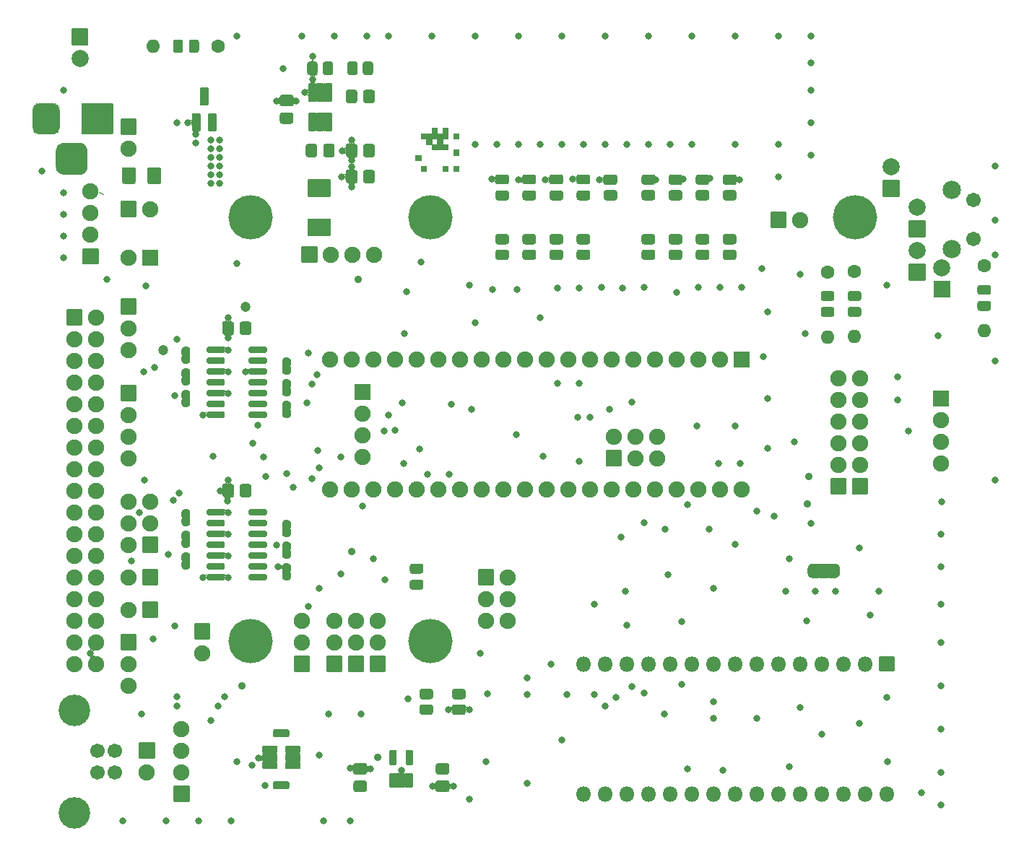
<source format=gbr>
G04 #@! TF.GenerationSoftware,KiCad,Pcbnew,(5.1.9)-1*
G04 #@! TF.CreationDate,2021-07-31T21:08:57+01:00*
G04 #@! TF.ProjectId,Greaseweazle F1 Plus Gotek Rev 1.1,47726561-7365-4776-9561-7a6c65204631,1*
G04 #@! TF.SameCoordinates,PX6312cb0PY6bcb370*
G04 #@! TF.FileFunction,Soldermask,Top*
G04 #@! TF.FilePolarity,Negative*
%FSLAX46Y46*%
G04 Gerber Fmt 4.6, Leading zero omitted, Abs format (unit mm)*
G04 Created by KiCad (PCBNEW (5.1.9)-1) date 2021-07-31 21:08:57*
%MOMM*%
%LPD*%
G01*
G04 APERTURE LIST*
%ADD10C,0.120000*%
%ADD11C,0.100000*%
%ADD12O,1.900000X1.900000*%
%ADD13C,2.000000*%
%ADD14C,1.900000*%
%ADD15C,5.200000*%
%ADD16C,1.600000*%
%ADD17O,1.600000X1.600000*%
%ADD18O,1.800000X1.800000*%
%ADD19C,1.701140*%
%ADD20C,3.700120*%
%ADD21C,2.150000*%
%ADD22C,1.708000*%
%ADD23C,0.800000*%
%ADD24C,0.900000*%
%ADD25C,1.200000*%
G04 APERTURE END LIST*
D10*
X-2667000Y55118000D02*
X-3175000Y55372000D01*
D11*
G36*
X38989000Y59690000D02*
G01*
X38354000Y59690000D01*
X38354000Y60325000D01*
X38989000Y60325000D01*
X38989000Y59690000D01*
G37*
X38989000Y59690000D02*
X38354000Y59690000D01*
X38354000Y60325000D01*
X38989000Y60325000D01*
X38989000Y59690000D01*
G36*
X37719000Y57785000D02*
G01*
X37084000Y57785000D01*
X37084000Y58420000D01*
X37719000Y58420000D01*
X37719000Y57785000D01*
G37*
X37719000Y57785000D02*
X37084000Y57785000D01*
X37084000Y58420000D01*
X37719000Y58420000D01*
X37719000Y57785000D01*
G36*
X35179000Y57785000D02*
G01*
X34544000Y57785000D01*
X34544000Y58420000D01*
X35179000Y58420000D01*
X35179000Y57785000D01*
G37*
X35179000Y57785000D02*
X34544000Y57785000D01*
X34544000Y58420000D01*
X35179000Y58420000D01*
X35179000Y57785000D01*
G36*
X34544000Y59055000D02*
G01*
X33909000Y59055000D01*
X33909000Y59690000D01*
X34544000Y59690000D01*
X34544000Y59055000D01*
G37*
X34544000Y59055000D02*
X33909000Y59055000D01*
X33909000Y59690000D01*
X34544000Y59690000D01*
X34544000Y59055000D01*
G36*
X35179000Y61595000D02*
G01*
X34544000Y61595000D01*
X34544000Y62230000D01*
X35179000Y62230000D01*
X35179000Y61595000D01*
G37*
X35179000Y61595000D02*
X34544000Y61595000D01*
X34544000Y62230000D01*
X35179000Y62230000D01*
X35179000Y61595000D01*
G36*
X35814000Y61595000D02*
G01*
X35179000Y61595000D01*
X35179000Y62230000D01*
X35814000Y62230000D01*
X35814000Y61595000D01*
G37*
X35814000Y61595000D02*
X35179000Y61595000D01*
X35179000Y62230000D01*
X35814000Y62230000D01*
X35814000Y61595000D01*
G36*
X36449000Y62230000D02*
G01*
X35814000Y62230000D01*
X35814000Y62865000D01*
X36449000Y62865000D01*
X36449000Y62230000D01*
G37*
X36449000Y62230000D02*
X35814000Y62230000D01*
X35814000Y62865000D01*
X36449000Y62865000D01*
X36449000Y62230000D01*
G36*
X36449000Y61595000D02*
G01*
X35814000Y61595000D01*
X35814000Y62230000D01*
X36449000Y62230000D01*
X36449000Y61595000D01*
G37*
X36449000Y61595000D02*
X35814000Y61595000D01*
X35814000Y62230000D01*
X36449000Y62230000D01*
X36449000Y61595000D01*
G36*
X37084000Y61595000D02*
G01*
X36449000Y61595000D01*
X36449000Y62230000D01*
X37084000Y62230000D01*
X37084000Y61595000D01*
G37*
X37084000Y61595000D02*
X36449000Y61595000D01*
X36449000Y62230000D01*
X37084000Y62230000D01*
X37084000Y61595000D01*
G36*
X37719000Y61595000D02*
G01*
X37084000Y61595000D01*
X37084000Y62230000D01*
X37719000Y62230000D01*
X37719000Y61595000D01*
G37*
X37719000Y61595000D02*
X37084000Y61595000D01*
X37084000Y62230000D01*
X37719000Y62230000D01*
X37719000Y61595000D01*
G36*
X37719000Y62230000D02*
G01*
X37084000Y62230000D01*
X37084000Y62865000D01*
X37719000Y62865000D01*
X37719000Y62230000D01*
G37*
X37719000Y62230000D02*
X37084000Y62230000D01*
X37084000Y62865000D01*
X37719000Y62865000D01*
X37719000Y62230000D01*
G36*
X38989000Y57785000D02*
G01*
X38354000Y57785000D01*
X38354000Y58420000D01*
X38989000Y58420000D01*
X38989000Y57785000D01*
G37*
X38989000Y57785000D02*
X38354000Y57785000D01*
X38354000Y58420000D01*
X38989000Y58420000D01*
X38989000Y57785000D01*
G36*
X38989000Y61595000D02*
G01*
X38354000Y61595000D01*
X38354000Y62230000D01*
X38989000Y62230000D01*
X38989000Y61595000D01*
G37*
X38989000Y61595000D02*
X38354000Y61595000D01*
X38354000Y62230000D01*
X38989000Y62230000D01*
X38989000Y61595000D01*
G36*
X35814000Y60960000D02*
G01*
X35179000Y60960000D01*
X35179000Y61595000D01*
X35814000Y61595000D01*
X35814000Y60960000D01*
G37*
X35814000Y60960000D02*
X35179000Y60960000D01*
X35179000Y61595000D01*
X35814000Y61595000D01*
X35814000Y60960000D01*
G36*
X36449000Y60325000D02*
G01*
X35814000Y60325000D01*
X35814000Y60960000D01*
X36449000Y60960000D01*
X36449000Y60325000D01*
G37*
X36449000Y60325000D02*
X35814000Y60325000D01*
X35814000Y60960000D01*
X36449000Y60960000D01*
X36449000Y60325000D01*
G36*
X37719000Y60325000D02*
G01*
X37084000Y60325000D01*
X37084000Y60960000D01*
X37719000Y60960000D01*
X37719000Y60325000D01*
G37*
X37719000Y60325000D02*
X37084000Y60325000D01*
X37084000Y60960000D01*
X37719000Y60960000D01*
X37719000Y60325000D01*
G36*
X37084000Y60325000D02*
G01*
X36449000Y60325000D01*
X36449000Y60960000D01*
X37084000Y60960000D01*
X37084000Y60325000D01*
G37*
X37084000Y60325000D02*
X36449000Y60325000D01*
X36449000Y60960000D01*
X37084000Y60960000D01*
X37084000Y60325000D01*
G36*
X37084000Y60960000D02*
G01*
X36449000Y60960000D01*
X36449000Y61595000D01*
X37084000Y61595000D01*
X37084000Y60960000D01*
G37*
X37084000Y60960000D02*
X36449000Y60960000D01*
X36449000Y61595000D01*
X37084000Y61595000D01*
X37084000Y60960000D01*
D10*
X-2667000Y55118000D02*
X-3175000Y55372000D01*
D11*
G36*
X38989000Y59690000D02*
G01*
X38354000Y59690000D01*
X38354000Y60325000D01*
X38989000Y60325000D01*
X38989000Y59690000D01*
G37*
X38989000Y59690000D02*
X38354000Y59690000D01*
X38354000Y60325000D01*
X38989000Y60325000D01*
X38989000Y59690000D01*
G36*
X37719000Y57785000D02*
G01*
X37084000Y57785000D01*
X37084000Y58420000D01*
X37719000Y58420000D01*
X37719000Y57785000D01*
G37*
X37719000Y57785000D02*
X37084000Y57785000D01*
X37084000Y58420000D01*
X37719000Y58420000D01*
X37719000Y57785000D01*
G36*
X35179000Y57785000D02*
G01*
X34544000Y57785000D01*
X34544000Y58420000D01*
X35179000Y58420000D01*
X35179000Y57785000D01*
G37*
X35179000Y57785000D02*
X34544000Y57785000D01*
X34544000Y58420000D01*
X35179000Y58420000D01*
X35179000Y57785000D01*
G36*
X34544000Y59055000D02*
G01*
X33909000Y59055000D01*
X33909000Y59690000D01*
X34544000Y59690000D01*
X34544000Y59055000D01*
G37*
X34544000Y59055000D02*
X33909000Y59055000D01*
X33909000Y59690000D01*
X34544000Y59690000D01*
X34544000Y59055000D01*
G36*
X35179000Y61595000D02*
G01*
X34544000Y61595000D01*
X34544000Y62230000D01*
X35179000Y62230000D01*
X35179000Y61595000D01*
G37*
X35179000Y61595000D02*
X34544000Y61595000D01*
X34544000Y62230000D01*
X35179000Y62230000D01*
X35179000Y61595000D01*
G36*
X35814000Y61595000D02*
G01*
X35179000Y61595000D01*
X35179000Y62230000D01*
X35814000Y62230000D01*
X35814000Y61595000D01*
G37*
X35814000Y61595000D02*
X35179000Y61595000D01*
X35179000Y62230000D01*
X35814000Y62230000D01*
X35814000Y61595000D01*
G36*
X36449000Y62230000D02*
G01*
X35814000Y62230000D01*
X35814000Y62865000D01*
X36449000Y62865000D01*
X36449000Y62230000D01*
G37*
X36449000Y62230000D02*
X35814000Y62230000D01*
X35814000Y62865000D01*
X36449000Y62865000D01*
X36449000Y62230000D01*
G36*
X36449000Y61595000D02*
G01*
X35814000Y61595000D01*
X35814000Y62230000D01*
X36449000Y62230000D01*
X36449000Y61595000D01*
G37*
X36449000Y61595000D02*
X35814000Y61595000D01*
X35814000Y62230000D01*
X36449000Y62230000D01*
X36449000Y61595000D01*
G36*
X37084000Y61595000D02*
G01*
X36449000Y61595000D01*
X36449000Y62230000D01*
X37084000Y62230000D01*
X37084000Y61595000D01*
G37*
X37084000Y61595000D02*
X36449000Y61595000D01*
X36449000Y62230000D01*
X37084000Y62230000D01*
X37084000Y61595000D01*
G36*
X37719000Y61595000D02*
G01*
X37084000Y61595000D01*
X37084000Y62230000D01*
X37719000Y62230000D01*
X37719000Y61595000D01*
G37*
X37719000Y61595000D02*
X37084000Y61595000D01*
X37084000Y62230000D01*
X37719000Y62230000D01*
X37719000Y61595000D01*
G36*
X37719000Y62230000D02*
G01*
X37084000Y62230000D01*
X37084000Y62865000D01*
X37719000Y62865000D01*
X37719000Y62230000D01*
G37*
X37719000Y62230000D02*
X37084000Y62230000D01*
X37084000Y62865000D01*
X37719000Y62865000D01*
X37719000Y62230000D01*
G36*
X38989000Y57785000D02*
G01*
X38354000Y57785000D01*
X38354000Y58420000D01*
X38989000Y58420000D01*
X38989000Y57785000D01*
G37*
X38989000Y57785000D02*
X38354000Y57785000D01*
X38354000Y58420000D01*
X38989000Y58420000D01*
X38989000Y57785000D01*
G36*
X38989000Y61595000D02*
G01*
X38354000Y61595000D01*
X38354000Y62230000D01*
X38989000Y62230000D01*
X38989000Y61595000D01*
G37*
X38989000Y61595000D02*
X38354000Y61595000D01*
X38354000Y62230000D01*
X38989000Y62230000D01*
X38989000Y61595000D01*
G36*
X35814000Y60960000D02*
G01*
X35179000Y60960000D01*
X35179000Y61595000D01*
X35814000Y61595000D01*
X35814000Y60960000D01*
G37*
X35814000Y60960000D02*
X35179000Y60960000D01*
X35179000Y61595000D01*
X35814000Y61595000D01*
X35814000Y60960000D01*
G36*
X36449000Y60325000D02*
G01*
X35814000Y60325000D01*
X35814000Y60960000D01*
X36449000Y60960000D01*
X36449000Y60325000D01*
G37*
X36449000Y60325000D02*
X35814000Y60325000D01*
X35814000Y60960000D01*
X36449000Y60960000D01*
X36449000Y60325000D01*
G36*
X37719000Y60325000D02*
G01*
X37084000Y60325000D01*
X37084000Y60960000D01*
X37719000Y60960000D01*
X37719000Y60325000D01*
G37*
X37719000Y60325000D02*
X37084000Y60325000D01*
X37084000Y60960000D01*
X37719000Y60960000D01*
X37719000Y60325000D01*
G36*
X37084000Y60325000D02*
G01*
X36449000Y60325000D01*
X36449000Y60960000D01*
X37084000Y60960000D01*
X37084000Y60325000D01*
G37*
X37084000Y60325000D02*
X36449000Y60325000D01*
X36449000Y60960000D01*
X37084000Y60960000D01*
X37084000Y60325000D01*
G36*
X37084000Y60960000D02*
G01*
X36449000Y60960000D01*
X36449000Y61595000D01*
X37084000Y61595000D01*
X37084000Y60960000D01*
G37*
X37084000Y60960000D02*
X36449000Y60960000D01*
X36449000Y61595000D01*
X37084000Y61595000D01*
X37084000Y60960000D01*
D12*
X2413000Y-12700000D03*
G36*
G01*
X1463000Y-11010000D02*
X1463000Y-9310000D01*
G75*
G02*
X1563000Y-9210000I100000J0D01*
G01*
X3263000Y-9210000D01*
G75*
G02*
X3363000Y-9310000I0J-100000D01*
G01*
X3363000Y-11010000D01*
G75*
G02*
X3263000Y-11110000I-100000J0D01*
G01*
X1563000Y-11110000D01*
G75*
G02*
X1463000Y-11010000I0J100000D01*
G01*
G37*
X254000Y60452000D03*
G36*
G01*
X-696000Y62142000D02*
X-696000Y63842000D01*
G75*
G02*
X-596000Y63942000I100000J0D01*
G01*
X1104000Y63942000D01*
G75*
G02*
X1204000Y63842000I0J-100000D01*
G01*
X1204000Y62142000D01*
G75*
G02*
X1104000Y62042000I-100000J0D01*
G01*
X-596000Y62042000D01*
G75*
G02*
X-696000Y62142000I0J100000D01*
G01*
G37*
X29083000Y48006000D03*
X26543000Y48006000D03*
X24003000Y48006000D03*
G36*
G01*
X22313000Y47056000D02*
X20613000Y47056000D01*
G75*
G02*
X20513000Y47156000I0J100000D01*
G01*
X20513000Y48856000D01*
G75*
G02*
X20613000Y48956000I100000J0D01*
G01*
X22313000Y48956000D01*
G75*
G02*
X22413000Y48856000I0J-100000D01*
G01*
X22413000Y47156000D01*
G75*
G02*
X22313000Y47056000I-100000J0D01*
G01*
G37*
G36*
G01*
X81188000Y10172000D02*
X81188000Y11672000D01*
G75*
G02*
X81288000Y11772000I100000J0D01*
G01*
X82288000Y11772000D01*
G75*
G02*
X82388000Y11672000I0J-100000D01*
G01*
X82388000Y10172000D01*
G75*
G02*
X82288000Y10072000I-100000J0D01*
G01*
X81288000Y10072000D01*
G75*
G02*
X81188000Y10172000I0J100000D01*
G01*
G37*
D11*
G36*
X83094114Y11771398D02*
G01*
X83112534Y11771398D01*
X83122337Y11770916D01*
X83171168Y11766106D01*
X83180873Y11764667D01*
X83228998Y11755095D01*
X83238519Y11752710D01*
X83285474Y11738466D01*
X83294712Y11735160D01*
X83340045Y11716383D01*
X83348919Y11712186D01*
X83392192Y11689055D01*
X83400607Y11684012D01*
X83441406Y11656752D01*
X83449290Y11650905D01*
X83487219Y11619777D01*
X83494490Y11613187D01*
X83529187Y11578490D01*
X83535777Y11571219D01*
X83566905Y11533290D01*
X83572752Y11525406D01*
X83600012Y11484607D01*
X83605055Y11476192D01*
X83628186Y11432919D01*
X83632383Y11424045D01*
X83651160Y11378712D01*
X83654466Y11369474D01*
X83668710Y11322519D01*
X83671095Y11312998D01*
X83680667Y11264873D01*
X83682106Y11255168D01*
X83686916Y11206337D01*
X83687398Y11196534D01*
X83687398Y11178114D01*
X83688000Y11172000D01*
X83688000Y10672000D01*
X83687398Y10665886D01*
X83687398Y10647466D01*
X83686916Y10637663D01*
X83682106Y10588832D01*
X83680667Y10579127D01*
X83671095Y10531002D01*
X83668710Y10521481D01*
X83654466Y10474526D01*
X83651160Y10465288D01*
X83632383Y10419955D01*
X83628186Y10411081D01*
X83605055Y10367808D01*
X83600012Y10359393D01*
X83572752Y10318594D01*
X83566905Y10310710D01*
X83535777Y10272781D01*
X83529187Y10265510D01*
X83494490Y10230813D01*
X83487219Y10224223D01*
X83449290Y10193095D01*
X83441406Y10187248D01*
X83400607Y10159988D01*
X83392192Y10154945D01*
X83348919Y10131814D01*
X83340045Y10127617D01*
X83294712Y10108840D01*
X83285474Y10105534D01*
X83238519Y10091290D01*
X83228998Y10088905D01*
X83180873Y10079333D01*
X83171168Y10077894D01*
X83122337Y10073084D01*
X83112534Y10072602D01*
X83094114Y10072602D01*
X83088000Y10072000D01*
X82538000Y10072000D01*
X82518491Y10073921D01*
X82499732Y10079612D01*
X82482443Y10088853D01*
X82467289Y10101289D01*
X82454853Y10116443D01*
X82445612Y10133732D01*
X82439921Y10152491D01*
X82438000Y10172000D01*
X82438000Y11672000D01*
X82439921Y11691509D01*
X82445612Y11710268D01*
X82454853Y11727557D01*
X82467289Y11742711D01*
X82482443Y11755147D01*
X82499732Y11764388D01*
X82518491Y11770079D01*
X82538000Y11772000D01*
X83088000Y11772000D01*
X83094114Y11771398D01*
G37*
G36*
X81057509Y11770079D02*
G01*
X81076268Y11764388D01*
X81093557Y11755147D01*
X81108711Y11742711D01*
X81121147Y11727557D01*
X81130388Y11710268D01*
X81136079Y11691509D01*
X81138000Y11672000D01*
X81138000Y10172000D01*
X81136079Y10152491D01*
X81130388Y10133732D01*
X81121147Y10116443D01*
X81108711Y10101289D01*
X81093557Y10088853D01*
X81076268Y10079612D01*
X81057509Y10073921D01*
X81038000Y10072000D01*
X80488000Y10072000D01*
X80481886Y10072602D01*
X80463466Y10072602D01*
X80453663Y10073084D01*
X80404832Y10077894D01*
X80395127Y10079333D01*
X80347002Y10088905D01*
X80337481Y10091290D01*
X80290526Y10105534D01*
X80281288Y10108840D01*
X80235955Y10127617D01*
X80227081Y10131814D01*
X80183808Y10154945D01*
X80175393Y10159988D01*
X80134594Y10187248D01*
X80126710Y10193095D01*
X80088781Y10224223D01*
X80081510Y10230813D01*
X80046813Y10265510D01*
X80040223Y10272781D01*
X80009095Y10310710D01*
X80003248Y10318594D01*
X79975988Y10359393D01*
X79970945Y10367808D01*
X79947814Y10411081D01*
X79943617Y10419955D01*
X79924840Y10465288D01*
X79921534Y10474526D01*
X79907290Y10521481D01*
X79904905Y10531002D01*
X79895333Y10579127D01*
X79893894Y10588832D01*
X79889084Y10637663D01*
X79888602Y10647466D01*
X79888602Y10665886D01*
X79888000Y10672000D01*
X79888000Y11172000D01*
X79888602Y11178114D01*
X79888602Y11196534D01*
X79889084Y11206337D01*
X79893894Y11255168D01*
X79895333Y11264873D01*
X79904905Y11312998D01*
X79907290Y11322519D01*
X79921534Y11369474D01*
X79924840Y11378712D01*
X79943617Y11424045D01*
X79947814Y11432919D01*
X79970945Y11476192D01*
X79975988Y11484607D01*
X80003248Y11525406D01*
X80009095Y11533290D01*
X80040223Y11571219D01*
X80046813Y11578490D01*
X80081510Y11613187D01*
X80088781Y11619777D01*
X80126710Y11650905D01*
X80134594Y11656752D01*
X80175393Y11684012D01*
X80183808Y11689055D01*
X80227081Y11712186D01*
X80235955Y11716383D01*
X80281288Y11735160D01*
X80290526Y11738466D01*
X80337481Y11752710D01*
X80347002Y11755095D01*
X80395127Y11764667D01*
X80404832Y11766106D01*
X80453663Y11770916D01*
X80463466Y11771398D01*
X80481886Y11771398D01*
X80488000Y11772000D01*
X81038000Y11772000D01*
X81057509Y11770079D01*
G37*
G36*
X18799057Y-13724301D02*
G01*
X18808267Y-13724301D01*
X18818070Y-13724783D01*
X18842486Y-13727188D01*
X18852191Y-13728627D01*
X18876253Y-13733413D01*
X18885775Y-13735798D01*
X18909252Y-13742920D01*
X18918490Y-13746226D01*
X18941157Y-13755615D01*
X18950028Y-13759811D01*
X18971665Y-13771376D01*
X18980083Y-13776421D01*
X19000482Y-13790051D01*
X19008364Y-13795897D01*
X19027329Y-13811461D01*
X19034601Y-13818051D01*
X19051949Y-13835399D01*
X19058539Y-13842671D01*
X19074103Y-13861636D01*
X19079949Y-13869518D01*
X19093579Y-13889917D01*
X19098624Y-13898335D01*
X19110189Y-13919972D01*
X19114385Y-13928843D01*
X19123774Y-13951510D01*
X19127080Y-13960748D01*
X19134202Y-13984225D01*
X19136587Y-13993747D01*
X19141373Y-14017809D01*
X19142812Y-14027514D01*
X19145217Y-14051930D01*
X19145699Y-14061733D01*
X19145699Y-14086267D01*
X19145382Y-14092725D01*
X19146000Y-14099000D01*
X19146000Y-14349000D01*
X19145382Y-14355275D01*
X19145699Y-14361733D01*
X19145699Y-14386267D01*
X19145217Y-14396070D01*
X19142812Y-14420486D01*
X19141373Y-14430191D01*
X19136587Y-14454253D01*
X19134202Y-14463775D01*
X19127080Y-14487252D01*
X19123774Y-14496490D01*
X19114385Y-14519157D01*
X19110189Y-14528028D01*
X19098624Y-14549665D01*
X19093579Y-14558083D01*
X19079949Y-14578482D01*
X19074103Y-14586364D01*
X19058539Y-14605329D01*
X19051949Y-14612601D01*
X19034601Y-14629949D01*
X19027329Y-14636539D01*
X19008364Y-14652103D01*
X19000482Y-14657949D01*
X18980083Y-14671579D01*
X18971665Y-14676624D01*
X18950028Y-14688189D01*
X18941157Y-14692385D01*
X18918490Y-14701774D01*
X18909252Y-14705080D01*
X18885775Y-14712202D01*
X18876253Y-14714587D01*
X18852191Y-14719373D01*
X18842486Y-14720812D01*
X18818070Y-14723217D01*
X18808267Y-14723699D01*
X18799057Y-14723699D01*
X18796000Y-14724000D01*
X18296000Y-14724000D01*
X18276491Y-14722079D01*
X18257732Y-14716388D01*
X18240443Y-14707147D01*
X18225289Y-14694711D01*
X18212853Y-14679557D01*
X18203612Y-14662268D01*
X18197921Y-14643509D01*
X18196000Y-14624000D01*
X18196000Y-13824000D01*
X18197921Y-13804491D01*
X18203612Y-13785732D01*
X18212853Y-13768443D01*
X18225289Y-13753289D01*
X18240443Y-13740853D01*
X18257732Y-13731612D01*
X18276491Y-13725921D01*
X18296000Y-13724000D01*
X18796000Y-13724000D01*
X18799057Y-13724301D01*
G37*
G36*
X18045509Y-13725921D02*
G01*
X18064268Y-13731612D01*
X18081557Y-13740853D01*
X18096711Y-13753289D01*
X18109147Y-13768443D01*
X18118388Y-13785732D01*
X18124079Y-13804491D01*
X18126000Y-13824000D01*
X18126000Y-14624000D01*
X18124079Y-14643509D01*
X18118388Y-14662268D01*
X18109147Y-14679557D01*
X18096711Y-14694711D01*
X18081557Y-14707147D01*
X18064268Y-14716388D01*
X18045509Y-14722079D01*
X18026000Y-14724000D01*
X17526000Y-14724000D01*
X17522943Y-14723699D01*
X17513733Y-14723699D01*
X17503930Y-14723217D01*
X17479514Y-14720812D01*
X17469809Y-14719373D01*
X17445747Y-14714587D01*
X17436225Y-14712202D01*
X17412748Y-14705080D01*
X17403510Y-14701774D01*
X17380843Y-14692385D01*
X17371972Y-14688189D01*
X17350335Y-14676624D01*
X17341917Y-14671579D01*
X17321518Y-14657949D01*
X17313636Y-14652103D01*
X17294671Y-14636539D01*
X17287399Y-14629949D01*
X17270051Y-14612601D01*
X17263461Y-14605329D01*
X17247897Y-14586364D01*
X17242051Y-14578482D01*
X17228421Y-14558083D01*
X17223376Y-14549665D01*
X17211811Y-14528028D01*
X17207615Y-14519157D01*
X17198226Y-14496490D01*
X17194920Y-14487252D01*
X17187798Y-14463775D01*
X17185413Y-14454253D01*
X17180627Y-14430191D01*
X17179188Y-14420486D01*
X17176783Y-14396070D01*
X17176301Y-14386267D01*
X17176301Y-14361733D01*
X17176618Y-14355275D01*
X17176000Y-14349000D01*
X17176000Y-14099000D01*
X17176618Y-14092725D01*
X17176301Y-14086267D01*
X17176301Y-14061733D01*
X17176783Y-14051930D01*
X17179188Y-14027514D01*
X17180627Y-14017809D01*
X17185413Y-13993747D01*
X17187798Y-13984225D01*
X17194920Y-13960748D01*
X17198226Y-13951510D01*
X17207615Y-13928843D01*
X17211811Y-13919972D01*
X17223376Y-13898335D01*
X17228421Y-13889917D01*
X17242051Y-13869518D01*
X17247897Y-13861636D01*
X17263461Y-13842671D01*
X17270051Y-13835399D01*
X17287399Y-13818051D01*
X17294671Y-13811461D01*
X17313636Y-13795897D01*
X17321518Y-13790051D01*
X17341917Y-13776421D01*
X17350335Y-13771376D01*
X17371972Y-13759811D01*
X17380843Y-13755615D01*
X17403510Y-13746226D01*
X17412748Y-13742920D01*
X17436225Y-13735798D01*
X17445747Y-13733413D01*
X17469809Y-13728627D01*
X17479514Y-13727188D01*
X17503930Y-13724783D01*
X17513733Y-13724301D01*
X17522943Y-13724301D01*
X17526000Y-13724000D01*
X18026000Y-13724000D01*
X18045509Y-13725921D01*
G37*
G36*
X18799057Y-7628301D02*
G01*
X18808267Y-7628301D01*
X18818070Y-7628783D01*
X18842486Y-7631188D01*
X18852191Y-7632627D01*
X18876253Y-7637413D01*
X18885775Y-7639798D01*
X18909252Y-7646920D01*
X18918490Y-7650226D01*
X18941157Y-7659615D01*
X18950028Y-7663811D01*
X18971665Y-7675376D01*
X18980083Y-7680421D01*
X19000482Y-7694051D01*
X19008364Y-7699897D01*
X19027329Y-7715461D01*
X19034601Y-7722051D01*
X19051949Y-7739399D01*
X19058539Y-7746671D01*
X19074103Y-7765636D01*
X19079949Y-7773518D01*
X19093579Y-7793917D01*
X19098624Y-7802335D01*
X19110189Y-7823972D01*
X19114385Y-7832843D01*
X19123774Y-7855510D01*
X19127080Y-7864748D01*
X19134202Y-7888225D01*
X19136587Y-7897747D01*
X19141373Y-7921809D01*
X19142812Y-7931514D01*
X19145217Y-7955930D01*
X19145699Y-7965733D01*
X19145699Y-7990267D01*
X19145382Y-7996725D01*
X19146000Y-8003000D01*
X19146000Y-8253000D01*
X19145382Y-8259275D01*
X19145699Y-8265733D01*
X19145699Y-8290267D01*
X19145217Y-8300070D01*
X19142812Y-8324486D01*
X19141373Y-8334191D01*
X19136587Y-8358253D01*
X19134202Y-8367775D01*
X19127080Y-8391252D01*
X19123774Y-8400490D01*
X19114385Y-8423157D01*
X19110189Y-8432028D01*
X19098624Y-8453665D01*
X19093579Y-8462083D01*
X19079949Y-8482482D01*
X19074103Y-8490364D01*
X19058539Y-8509329D01*
X19051949Y-8516601D01*
X19034601Y-8533949D01*
X19027329Y-8540539D01*
X19008364Y-8556103D01*
X19000482Y-8561949D01*
X18980083Y-8575579D01*
X18971665Y-8580624D01*
X18950028Y-8592189D01*
X18941157Y-8596385D01*
X18918490Y-8605774D01*
X18909252Y-8609080D01*
X18885775Y-8616202D01*
X18876253Y-8618587D01*
X18852191Y-8623373D01*
X18842486Y-8624812D01*
X18818070Y-8627217D01*
X18808267Y-8627699D01*
X18799057Y-8627699D01*
X18796000Y-8628000D01*
X18296000Y-8628000D01*
X18276491Y-8626079D01*
X18257732Y-8620388D01*
X18240443Y-8611147D01*
X18225289Y-8598711D01*
X18212853Y-8583557D01*
X18203612Y-8566268D01*
X18197921Y-8547509D01*
X18196000Y-8528000D01*
X18196000Y-7728000D01*
X18197921Y-7708491D01*
X18203612Y-7689732D01*
X18212853Y-7672443D01*
X18225289Y-7657289D01*
X18240443Y-7644853D01*
X18257732Y-7635612D01*
X18276491Y-7629921D01*
X18296000Y-7628000D01*
X18796000Y-7628000D01*
X18799057Y-7628301D01*
G37*
G36*
X18045509Y-7629921D02*
G01*
X18064268Y-7635612D01*
X18081557Y-7644853D01*
X18096711Y-7657289D01*
X18109147Y-7672443D01*
X18118388Y-7689732D01*
X18124079Y-7708491D01*
X18126000Y-7728000D01*
X18126000Y-8528000D01*
X18124079Y-8547509D01*
X18118388Y-8566268D01*
X18109147Y-8583557D01*
X18096711Y-8598711D01*
X18081557Y-8611147D01*
X18064268Y-8620388D01*
X18045509Y-8626079D01*
X18026000Y-8628000D01*
X17526000Y-8628000D01*
X17522943Y-8627699D01*
X17513733Y-8627699D01*
X17503930Y-8627217D01*
X17479514Y-8624812D01*
X17469809Y-8623373D01*
X17445747Y-8618587D01*
X17436225Y-8616202D01*
X17412748Y-8609080D01*
X17403510Y-8605774D01*
X17380843Y-8596385D01*
X17371972Y-8592189D01*
X17350335Y-8580624D01*
X17341917Y-8575579D01*
X17321518Y-8561949D01*
X17313636Y-8556103D01*
X17294671Y-8540539D01*
X17287399Y-8533949D01*
X17270051Y-8516601D01*
X17263461Y-8509329D01*
X17247897Y-8490364D01*
X17242051Y-8482482D01*
X17228421Y-8462083D01*
X17223376Y-8453665D01*
X17211811Y-8432028D01*
X17207615Y-8423157D01*
X17198226Y-8400490D01*
X17194920Y-8391252D01*
X17187798Y-8367775D01*
X17185413Y-8358253D01*
X17180627Y-8334191D01*
X17179188Y-8324486D01*
X17176783Y-8300070D01*
X17176301Y-8290267D01*
X17176301Y-8265733D01*
X17176618Y-8259275D01*
X17176000Y-8253000D01*
X17176000Y-8003000D01*
X17176618Y-7996725D01*
X17176301Y-7990267D01*
X17176301Y-7965733D01*
X17176783Y-7955930D01*
X17179188Y-7931514D01*
X17180627Y-7921809D01*
X17185413Y-7897747D01*
X17187798Y-7888225D01*
X17194920Y-7864748D01*
X17198226Y-7855510D01*
X17207615Y-7832843D01*
X17211811Y-7823972D01*
X17223376Y-7802335D01*
X17228421Y-7793917D01*
X17242051Y-7773518D01*
X17247897Y-7765636D01*
X17263461Y-7746671D01*
X17270051Y-7739399D01*
X17287399Y-7722051D01*
X17294671Y-7715461D01*
X17313636Y-7699897D01*
X17321518Y-7694051D01*
X17341917Y-7680421D01*
X17350335Y-7675376D01*
X17371972Y-7663811D01*
X17380843Y-7659615D01*
X17403510Y-7650226D01*
X17412748Y-7646920D01*
X17436225Y-7639798D01*
X17445747Y-7637413D01*
X17469809Y-7632627D01*
X17479514Y-7631188D01*
X17503930Y-7628783D01*
X17513733Y-7628301D01*
X17522943Y-7628301D01*
X17526000Y-7628000D01*
X18026000Y-7628000D01*
X18045509Y-7629921D01*
G37*
G36*
X7484699Y16506943D02*
G01*
X7484699Y16497733D01*
X7484217Y16487930D01*
X7481812Y16463514D01*
X7480373Y16453809D01*
X7475587Y16429747D01*
X7473202Y16420225D01*
X7466080Y16396748D01*
X7462774Y16387510D01*
X7453385Y16364843D01*
X7449189Y16355972D01*
X7437624Y16334335D01*
X7432579Y16325917D01*
X7418949Y16305518D01*
X7413103Y16297636D01*
X7397539Y16278671D01*
X7390949Y16271399D01*
X7373601Y16254051D01*
X7366329Y16247461D01*
X7347364Y16231897D01*
X7339482Y16226051D01*
X7319083Y16212421D01*
X7310665Y16207376D01*
X7289028Y16195811D01*
X7280157Y16191615D01*
X7257490Y16182226D01*
X7248252Y16178920D01*
X7224775Y16171798D01*
X7215253Y16169413D01*
X7191191Y16164627D01*
X7181486Y16163188D01*
X7157070Y16160783D01*
X7147267Y16160301D01*
X7122733Y16160301D01*
X7116275Y16160618D01*
X7110000Y16160000D01*
X6860000Y16160000D01*
X6853725Y16160618D01*
X6847267Y16160301D01*
X6822733Y16160301D01*
X6812930Y16160783D01*
X6788514Y16163188D01*
X6778809Y16164627D01*
X6754747Y16169413D01*
X6745225Y16171798D01*
X6721748Y16178920D01*
X6712510Y16182226D01*
X6689843Y16191615D01*
X6680972Y16195811D01*
X6659335Y16207376D01*
X6650917Y16212421D01*
X6630518Y16226051D01*
X6622636Y16231897D01*
X6603671Y16247461D01*
X6596399Y16254051D01*
X6579051Y16271399D01*
X6572461Y16278671D01*
X6556897Y16297636D01*
X6551051Y16305518D01*
X6537421Y16325917D01*
X6532376Y16334335D01*
X6520811Y16355972D01*
X6516615Y16364843D01*
X6507226Y16387510D01*
X6503920Y16396748D01*
X6496798Y16420225D01*
X6494413Y16429747D01*
X6489627Y16453809D01*
X6488188Y16463514D01*
X6485783Y16487930D01*
X6485301Y16497733D01*
X6485301Y16506943D01*
X6485000Y16510000D01*
X6485000Y17010000D01*
X6486921Y17029509D01*
X6492612Y17048268D01*
X6501853Y17065557D01*
X6514289Y17080711D01*
X6529443Y17093147D01*
X6546732Y17102388D01*
X6565491Y17108079D01*
X6585000Y17110000D01*
X7385000Y17110000D01*
X7404509Y17108079D01*
X7423268Y17102388D01*
X7440557Y17093147D01*
X7455711Y17080711D01*
X7468147Y17065557D01*
X7477388Y17048268D01*
X7483079Y17029509D01*
X7485000Y17010000D01*
X7485000Y16510000D01*
X7484699Y16506943D01*
G37*
G36*
X7483079Y17260491D02*
G01*
X7477388Y17241732D01*
X7468147Y17224443D01*
X7455711Y17209289D01*
X7440557Y17196853D01*
X7423268Y17187612D01*
X7404509Y17181921D01*
X7385000Y17180000D01*
X6585000Y17180000D01*
X6565491Y17181921D01*
X6546732Y17187612D01*
X6529443Y17196853D01*
X6514289Y17209289D01*
X6501853Y17224443D01*
X6492612Y17241732D01*
X6486921Y17260491D01*
X6485000Y17280000D01*
X6485000Y17780000D01*
X6485301Y17783057D01*
X6485301Y17792267D01*
X6485783Y17802070D01*
X6488188Y17826486D01*
X6489627Y17836191D01*
X6494413Y17860253D01*
X6496798Y17869775D01*
X6503920Y17893252D01*
X6507226Y17902490D01*
X6516615Y17925157D01*
X6520811Y17934028D01*
X6532376Y17955665D01*
X6537421Y17964083D01*
X6551051Y17984482D01*
X6556897Y17992364D01*
X6572461Y18011329D01*
X6579051Y18018601D01*
X6596399Y18035949D01*
X6603671Y18042539D01*
X6622636Y18058103D01*
X6630518Y18063949D01*
X6650917Y18077579D01*
X6659335Y18082624D01*
X6680972Y18094189D01*
X6689843Y18098385D01*
X6712510Y18107774D01*
X6721748Y18111080D01*
X6745225Y18118202D01*
X6754747Y18120587D01*
X6778809Y18125373D01*
X6788514Y18126812D01*
X6812930Y18129217D01*
X6822733Y18129699D01*
X6847267Y18129699D01*
X6853725Y18129382D01*
X6860000Y18130000D01*
X7110000Y18130000D01*
X7116275Y18129382D01*
X7122733Y18129699D01*
X7147267Y18129699D01*
X7157070Y18129217D01*
X7181486Y18126812D01*
X7191191Y18125373D01*
X7215253Y18120587D01*
X7224775Y18118202D01*
X7248252Y18111080D01*
X7257490Y18107774D01*
X7280157Y18098385D01*
X7289028Y18094189D01*
X7310665Y18082624D01*
X7319083Y18077579D01*
X7339482Y18063949D01*
X7347364Y18058103D01*
X7366329Y18042539D01*
X7373601Y18035949D01*
X7390949Y18018601D01*
X7397539Y18011329D01*
X7413103Y17992364D01*
X7418949Y17984482D01*
X7432579Y17964083D01*
X7437624Y17955665D01*
X7449189Y17934028D01*
X7453385Y17925157D01*
X7462774Y17902490D01*
X7466080Y17893252D01*
X7473202Y17869775D01*
X7475587Y17860253D01*
X7480373Y17836191D01*
X7481812Y17826486D01*
X7484217Y17802070D01*
X7484699Y17792267D01*
X7484699Y17783057D01*
X7485000Y17780000D01*
X7485000Y17280000D01*
X7483079Y17260491D01*
G37*
G36*
X7484699Y13966943D02*
G01*
X7484699Y13957733D01*
X7484217Y13947930D01*
X7481812Y13923514D01*
X7480373Y13913809D01*
X7475587Y13889747D01*
X7473202Y13880225D01*
X7466080Y13856748D01*
X7462774Y13847510D01*
X7453385Y13824843D01*
X7449189Y13815972D01*
X7437624Y13794335D01*
X7432579Y13785917D01*
X7418949Y13765518D01*
X7413103Y13757636D01*
X7397539Y13738671D01*
X7390949Y13731399D01*
X7373601Y13714051D01*
X7366329Y13707461D01*
X7347364Y13691897D01*
X7339482Y13686051D01*
X7319083Y13672421D01*
X7310665Y13667376D01*
X7289028Y13655811D01*
X7280157Y13651615D01*
X7257490Y13642226D01*
X7248252Y13638920D01*
X7224775Y13631798D01*
X7215253Y13629413D01*
X7191191Y13624627D01*
X7181486Y13623188D01*
X7157070Y13620783D01*
X7147267Y13620301D01*
X7122733Y13620301D01*
X7116275Y13620618D01*
X7110000Y13620000D01*
X6860000Y13620000D01*
X6853725Y13620618D01*
X6847267Y13620301D01*
X6822733Y13620301D01*
X6812930Y13620783D01*
X6788514Y13623188D01*
X6778809Y13624627D01*
X6754747Y13629413D01*
X6745225Y13631798D01*
X6721748Y13638920D01*
X6712510Y13642226D01*
X6689843Y13651615D01*
X6680972Y13655811D01*
X6659335Y13667376D01*
X6650917Y13672421D01*
X6630518Y13686051D01*
X6622636Y13691897D01*
X6603671Y13707461D01*
X6596399Y13714051D01*
X6579051Y13731399D01*
X6572461Y13738671D01*
X6556897Y13757636D01*
X6551051Y13765518D01*
X6537421Y13785917D01*
X6532376Y13794335D01*
X6520811Y13815972D01*
X6516615Y13824843D01*
X6507226Y13847510D01*
X6503920Y13856748D01*
X6496798Y13880225D01*
X6494413Y13889747D01*
X6489627Y13913809D01*
X6488188Y13923514D01*
X6485783Y13947930D01*
X6485301Y13957733D01*
X6485301Y13966943D01*
X6485000Y13970000D01*
X6485000Y14470000D01*
X6486921Y14489509D01*
X6492612Y14508268D01*
X6501853Y14525557D01*
X6514289Y14540711D01*
X6529443Y14553147D01*
X6546732Y14562388D01*
X6565491Y14568079D01*
X6585000Y14570000D01*
X7385000Y14570000D01*
X7404509Y14568079D01*
X7423268Y14562388D01*
X7440557Y14553147D01*
X7455711Y14540711D01*
X7468147Y14525557D01*
X7477388Y14508268D01*
X7483079Y14489509D01*
X7485000Y14470000D01*
X7485000Y13970000D01*
X7484699Y13966943D01*
G37*
G36*
X7483079Y14720491D02*
G01*
X7477388Y14701732D01*
X7468147Y14684443D01*
X7455711Y14669289D01*
X7440557Y14656853D01*
X7423268Y14647612D01*
X7404509Y14641921D01*
X7385000Y14640000D01*
X6585000Y14640000D01*
X6565491Y14641921D01*
X6546732Y14647612D01*
X6529443Y14656853D01*
X6514289Y14669289D01*
X6501853Y14684443D01*
X6492612Y14701732D01*
X6486921Y14720491D01*
X6485000Y14740000D01*
X6485000Y15240000D01*
X6485301Y15243057D01*
X6485301Y15252267D01*
X6485783Y15262070D01*
X6488188Y15286486D01*
X6489627Y15296191D01*
X6494413Y15320253D01*
X6496798Y15329775D01*
X6503920Y15353252D01*
X6507226Y15362490D01*
X6516615Y15385157D01*
X6520811Y15394028D01*
X6532376Y15415665D01*
X6537421Y15424083D01*
X6551051Y15444482D01*
X6556897Y15452364D01*
X6572461Y15471329D01*
X6579051Y15478601D01*
X6596399Y15495949D01*
X6603671Y15502539D01*
X6622636Y15518103D01*
X6630518Y15523949D01*
X6650917Y15537579D01*
X6659335Y15542624D01*
X6680972Y15554189D01*
X6689843Y15558385D01*
X6712510Y15567774D01*
X6721748Y15571080D01*
X6745225Y15578202D01*
X6754747Y15580587D01*
X6778809Y15585373D01*
X6788514Y15586812D01*
X6812930Y15589217D01*
X6822733Y15589699D01*
X6847267Y15589699D01*
X6853725Y15589382D01*
X6860000Y15590000D01*
X7110000Y15590000D01*
X7116275Y15589382D01*
X7122733Y15589699D01*
X7147267Y15589699D01*
X7157070Y15589217D01*
X7181486Y15586812D01*
X7191191Y15585373D01*
X7215253Y15580587D01*
X7224775Y15578202D01*
X7248252Y15571080D01*
X7257490Y15567774D01*
X7280157Y15558385D01*
X7289028Y15554189D01*
X7310665Y15542624D01*
X7319083Y15537579D01*
X7339482Y15523949D01*
X7347364Y15518103D01*
X7366329Y15502539D01*
X7373601Y15495949D01*
X7390949Y15478601D01*
X7397539Y15471329D01*
X7413103Y15452364D01*
X7418949Y15444482D01*
X7432579Y15424083D01*
X7437624Y15415665D01*
X7449189Y15394028D01*
X7453385Y15385157D01*
X7462774Y15362490D01*
X7466080Y15353252D01*
X7473202Y15329775D01*
X7475587Y15320253D01*
X7480373Y15296191D01*
X7481812Y15286486D01*
X7484217Y15262070D01*
X7484699Y15252267D01*
X7484699Y15243057D01*
X7485000Y15240000D01*
X7485000Y14740000D01*
X7483079Y14720491D01*
G37*
G36*
X7484699Y11426943D02*
G01*
X7484699Y11417733D01*
X7484217Y11407930D01*
X7481812Y11383514D01*
X7480373Y11373809D01*
X7475587Y11349747D01*
X7473202Y11340225D01*
X7466080Y11316748D01*
X7462774Y11307510D01*
X7453385Y11284843D01*
X7449189Y11275972D01*
X7437624Y11254335D01*
X7432579Y11245917D01*
X7418949Y11225518D01*
X7413103Y11217636D01*
X7397539Y11198671D01*
X7390949Y11191399D01*
X7373601Y11174051D01*
X7366329Y11167461D01*
X7347364Y11151897D01*
X7339482Y11146051D01*
X7319083Y11132421D01*
X7310665Y11127376D01*
X7289028Y11115811D01*
X7280157Y11111615D01*
X7257490Y11102226D01*
X7248252Y11098920D01*
X7224775Y11091798D01*
X7215253Y11089413D01*
X7191191Y11084627D01*
X7181486Y11083188D01*
X7157070Y11080783D01*
X7147267Y11080301D01*
X7122733Y11080301D01*
X7116275Y11080618D01*
X7110000Y11080000D01*
X6860000Y11080000D01*
X6853725Y11080618D01*
X6847267Y11080301D01*
X6822733Y11080301D01*
X6812930Y11080783D01*
X6788514Y11083188D01*
X6778809Y11084627D01*
X6754747Y11089413D01*
X6745225Y11091798D01*
X6721748Y11098920D01*
X6712510Y11102226D01*
X6689843Y11111615D01*
X6680972Y11115811D01*
X6659335Y11127376D01*
X6650917Y11132421D01*
X6630518Y11146051D01*
X6622636Y11151897D01*
X6603671Y11167461D01*
X6596399Y11174051D01*
X6579051Y11191399D01*
X6572461Y11198671D01*
X6556897Y11217636D01*
X6551051Y11225518D01*
X6537421Y11245917D01*
X6532376Y11254335D01*
X6520811Y11275972D01*
X6516615Y11284843D01*
X6507226Y11307510D01*
X6503920Y11316748D01*
X6496798Y11340225D01*
X6494413Y11349747D01*
X6489627Y11373809D01*
X6488188Y11383514D01*
X6485783Y11407930D01*
X6485301Y11417733D01*
X6485301Y11426943D01*
X6485000Y11430000D01*
X6485000Y11930000D01*
X6486921Y11949509D01*
X6492612Y11968268D01*
X6501853Y11985557D01*
X6514289Y12000711D01*
X6529443Y12013147D01*
X6546732Y12022388D01*
X6565491Y12028079D01*
X6585000Y12030000D01*
X7385000Y12030000D01*
X7404509Y12028079D01*
X7423268Y12022388D01*
X7440557Y12013147D01*
X7455711Y12000711D01*
X7468147Y11985557D01*
X7477388Y11968268D01*
X7483079Y11949509D01*
X7485000Y11930000D01*
X7485000Y11430000D01*
X7484699Y11426943D01*
G37*
G36*
X7483079Y12180491D02*
G01*
X7477388Y12161732D01*
X7468147Y12144443D01*
X7455711Y12129289D01*
X7440557Y12116853D01*
X7423268Y12107612D01*
X7404509Y12101921D01*
X7385000Y12100000D01*
X6585000Y12100000D01*
X6565491Y12101921D01*
X6546732Y12107612D01*
X6529443Y12116853D01*
X6514289Y12129289D01*
X6501853Y12144443D01*
X6492612Y12161732D01*
X6486921Y12180491D01*
X6485000Y12200000D01*
X6485000Y12700000D01*
X6485301Y12703057D01*
X6485301Y12712267D01*
X6485783Y12722070D01*
X6488188Y12746486D01*
X6489627Y12756191D01*
X6494413Y12780253D01*
X6496798Y12789775D01*
X6503920Y12813252D01*
X6507226Y12822490D01*
X6516615Y12845157D01*
X6520811Y12854028D01*
X6532376Y12875665D01*
X6537421Y12884083D01*
X6551051Y12904482D01*
X6556897Y12912364D01*
X6572461Y12931329D01*
X6579051Y12938601D01*
X6596399Y12955949D01*
X6603671Y12962539D01*
X6622636Y12978103D01*
X6630518Y12983949D01*
X6650917Y12997579D01*
X6659335Y13002624D01*
X6680972Y13014189D01*
X6689843Y13018385D01*
X6712510Y13027774D01*
X6721748Y13031080D01*
X6745225Y13038202D01*
X6754747Y13040587D01*
X6778809Y13045373D01*
X6788514Y13046812D01*
X6812930Y13049217D01*
X6822733Y13049699D01*
X6847267Y13049699D01*
X6853725Y13049382D01*
X6860000Y13050000D01*
X7110000Y13050000D01*
X7116275Y13049382D01*
X7122733Y13049699D01*
X7147267Y13049699D01*
X7157070Y13049217D01*
X7181486Y13046812D01*
X7191191Y13045373D01*
X7215253Y13040587D01*
X7224775Y13038202D01*
X7248252Y13031080D01*
X7257490Y13027774D01*
X7280157Y13018385D01*
X7289028Y13014189D01*
X7310665Y13002624D01*
X7319083Y12997579D01*
X7339482Y12983949D01*
X7347364Y12978103D01*
X7366329Y12962539D01*
X7373601Y12955949D01*
X7390949Y12938601D01*
X7397539Y12931329D01*
X7413103Y12912364D01*
X7418949Y12904482D01*
X7432579Y12884083D01*
X7437624Y12875665D01*
X7449189Y12854028D01*
X7453385Y12845157D01*
X7462774Y12822490D01*
X7466080Y12813252D01*
X7473202Y12789775D01*
X7475587Y12780253D01*
X7480373Y12756191D01*
X7481812Y12746486D01*
X7484217Y12722070D01*
X7484699Y12712267D01*
X7484699Y12703057D01*
X7485000Y12700000D01*
X7485000Y12200000D01*
X7483079Y12180491D01*
G37*
G36*
X19295699Y10156943D02*
G01*
X19295699Y10147733D01*
X19295217Y10137930D01*
X19292812Y10113514D01*
X19291373Y10103809D01*
X19286587Y10079747D01*
X19284202Y10070225D01*
X19277080Y10046748D01*
X19273774Y10037510D01*
X19264385Y10014843D01*
X19260189Y10005972D01*
X19248624Y9984335D01*
X19243579Y9975917D01*
X19229949Y9955518D01*
X19224103Y9947636D01*
X19208539Y9928671D01*
X19201949Y9921399D01*
X19184601Y9904051D01*
X19177329Y9897461D01*
X19158364Y9881897D01*
X19150482Y9876051D01*
X19130083Y9862421D01*
X19121665Y9857376D01*
X19100028Y9845811D01*
X19091157Y9841615D01*
X19068490Y9832226D01*
X19059252Y9828920D01*
X19035775Y9821798D01*
X19026253Y9819413D01*
X19002191Y9814627D01*
X18992486Y9813188D01*
X18968070Y9810783D01*
X18958267Y9810301D01*
X18933733Y9810301D01*
X18927275Y9810618D01*
X18921000Y9810000D01*
X18671000Y9810000D01*
X18664725Y9810618D01*
X18658267Y9810301D01*
X18633733Y9810301D01*
X18623930Y9810783D01*
X18599514Y9813188D01*
X18589809Y9814627D01*
X18565747Y9819413D01*
X18556225Y9821798D01*
X18532748Y9828920D01*
X18523510Y9832226D01*
X18500843Y9841615D01*
X18491972Y9845811D01*
X18470335Y9857376D01*
X18461917Y9862421D01*
X18441518Y9876051D01*
X18433636Y9881897D01*
X18414671Y9897461D01*
X18407399Y9904051D01*
X18390051Y9921399D01*
X18383461Y9928671D01*
X18367897Y9947636D01*
X18362051Y9955518D01*
X18348421Y9975917D01*
X18343376Y9984335D01*
X18331811Y10005972D01*
X18327615Y10014843D01*
X18318226Y10037510D01*
X18314920Y10046748D01*
X18307798Y10070225D01*
X18305413Y10079747D01*
X18300627Y10103809D01*
X18299188Y10113514D01*
X18296783Y10137930D01*
X18296301Y10147733D01*
X18296301Y10156943D01*
X18296000Y10160000D01*
X18296000Y10660000D01*
X18297921Y10679509D01*
X18303612Y10698268D01*
X18312853Y10715557D01*
X18325289Y10730711D01*
X18340443Y10743147D01*
X18357732Y10752388D01*
X18376491Y10758079D01*
X18396000Y10760000D01*
X19196000Y10760000D01*
X19215509Y10758079D01*
X19234268Y10752388D01*
X19251557Y10743147D01*
X19266711Y10730711D01*
X19279147Y10715557D01*
X19288388Y10698268D01*
X19294079Y10679509D01*
X19296000Y10660000D01*
X19296000Y10160000D01*
X19295699Y10156943D01*
G37*
G36*
X19294079Y10910491D02*
G01*
X19288388Y10891732D01*
X19279147Y10874443D01*
X19266711Y10859289D01*
X19251557Y10846853D01*
X19234268Y10837612D01*
X19215509Y10831921D01*
X19196000Y10830000D01*
X18396000Y10830000D01*
X18376491Y10831921D01*
X18357732Y10837612D01*
X18340443Y10846853D01*
X18325289Y10859289D01*
X18312853Y10874443D01*
X18303612Y10891732D01*
X18297921Y10910491D01*
X18296000Y10930000D01*
X18296000Y11430000D01*
X18296301Y11433057D01*
X18296301Y11442267D01*
X18296783Y11452070D01*
X18299188Y11476486D01*
X18300627Y11486191D01*
X18305413Y11510253D01*
X18307798Y11519775D01*
X18314920Y11543252D01*
X18318226Y11552490D01*
X18327615Y11575157D01*
X18331811Y11584028D01*
X18343376Y11605665D01*
X18348421Y11614083D01*
X18362051Y11634482D01*
X18367897Y11642364D01*
X18383461Y11661329D01*
X18390051Y11668601D01*
X18407399Y11685949D01*
X18414671Y11692539D01*
X18433636Y11708103D01*
X18441518Y11713949D01*
X18461917Y11727579D01*
X18470335Y11732624D01*
X18491972Y11744189D01*
X18500843Y11748385D01*
X18523510Y11757774D01*
X18532748Y11761080D01*
X18556225Y11768202D01*
X18565747Y11770587D01*
X18589809Y11775373D01*
X18599514Y11776812D01*
X18623930Y11779217D01*
X18633733Y11779699D01*
X18658267Y11779699D01*
X18664725Y11779382D01*
X18671000Y11780000D01*
X18921000Y11780000D01*
X18927275Y11779382D01*
X18933733Y11779699D01*
X18958267Y11779699D01*
X18968070Y11779217D01*
X18992486Y11776812D01*
X19002191Y11775373D01*
X19026253Y11770587D01*
X19035775Y11768202D01*
X19059252Y11761080D01*
X19068490Y11757774D01*
X19091157Y11748385D01*
X19100028Y11744189D01*
X19121665Y11732624D01*
X19130083Y11727579D01*
X19150482Y11713949D01*
X19158364Y11708103D01*
X19177329Y11692539D01*
X19184601Y11685949D01*
X19201949Y11668601D01*
X19208539Y11661329D01*
X19224103Y11642364D01*
X19229949Y11634482D01*
X19243579Y11614083D01*
X19248624Y11605665D01*
X19260189Y11584028D01*
X19264385Y11575157D01*
X19273774Y11552490D01*
X19277080Y11543252D01*
X19284202Y11519775D01*
X19286587Y11510253D01*
X19291373Y11486191D01*
X19292812Y11476486D01*
X19295217Y11452070D01*
X19295699Y11442267D01*
X19295699Y11433057D01*
X19296000Y11430000D01*
X19296000Y10930000D01*
X19294079Y10910491D01*
G37*
G36*
X19295699Y12696943D02*
G01*
X19295699Y12687733D01*
X19295217Y12677930D01*
X19292812Y12653514D01*
X19291373Y12643809D01*
X19286587Y12619747D01*
X19284202Y12610225D01*
X19277080Y12586748D01*
X19273774Y12577510D01*
X19264385Y12554843D01*
X19260189Y12545972D01*
X19248624Y12524335D01*
X19243579Y12515917D01*
X19229949Y12495518D01*
X19224103Y12487636D01*
X19208539Y12468671D01*
X19201949Y12461399D01*
X19184601Y12444051D01*
X19177329Y12437461D01*
X19158364Y12421897D01*
X19150482Y12416051D01*
X19130083Y12402421D01*
X19121665Y12397376D01*
X19100028Y12385811D01*
X19091157Y12381615D01*
X19068490Y12372226D01*
X19059252Y12368920D01*
X19035775Y12361798D01*
X19026253Y12359413D01*
X19002191Y12354627D01*
X18992486Y12353188D01*
X18968070Y12350783D01*
X18958267Y12350301D01*
X18933733Y12350301D01*
X18927275Y12350618D01*
X18921000Y12350000D01*
X18671000Y12350000D01*
X18664725Y12350618D01*
X18658267Y12350301D01*
X18633733Y12350301D01*
X18623930Y12350783D01*
X18599514Y12353188D01*
X18589809Y12354627D01*
X18565747Y12359413D01*
X18556225Y12361798D01*
X18532748Y12368920D01*
X18523510Y12372226D01*
X18500843Y12381615D01*
X18491972Y12385811D01*
X18470335Y12397376D01*
X18461917Y12402421D01*
X18441518Y12416051D01*
X18433636Y12421897D01*
X18414671Y12437461D01*
X18407399Y12444051D01*
X18390051Y12461399D01*
X18383461Y12468671D01*
X18367897Y12487636D01*
X18362051Y12495518D01*
X18348421Y12515917D01*
X18343376Y12524335D01*
X18331811Y12545972D01*
X18327615Y12554843D01*
X18318226Y12577510D01*
X18314920Y12586748D01*
X18307798Y12610225D01*
X18305413Y12619747D01*
X18300627Y12643809D01*
X18299188Y12653514D01*
X18296783Y12677930D01*
X18296301Y12687733D01*
X18296301Y12696943D01*
X18296000Y12700000D01*
X18296000Y13200000D01*
X18297921Y13219509D01*
X18303612Y13238268D01*
X18312853Y13255557D01*
X18325289Y13270711D01*
X18340443Y13283147D01*
X18357732Y13292388D01*
X18376491Y13298079D01*
X18396000Y13300000D01*
X19196000Y13300000D01*
X19215509Y13298079D01*
X19234268Y13292388D01*
X19251557Y13283147D01*
X19266711Y13270711D01*
X19279147Y13255557D01*
X19288388Y13238268D01*
X19294079Y13219509D01*
X19296000Y13200000D01*
X19296000Y12700000D01*
X19295699Y12696943D01*
G37*
G36*
X19294079Y13450491D02*
G01*
X19288388Y13431732D01*
X19279147Y13414443D01*
X19266711Y13399289D01*
X19251557Y13386853D01*
X19234268Y13377612D01*
X19215509Y13371921D01*
X19196000Y13370000D01*
X18396000Y13370000D01*
X18376491Y13371921D01*
X18357732Y13377612D01*
X18340443Y13386853D01*
X18325289Y13399289D01*
X18312853Y13414443D01*
X18303612Y13431732D01*
X18297921Y13450491D01*
X18296000Y13470000D01*
X18296000Y13970000D01*
X18296301Y13973057D01*
X18296301Y13982267D01*
X18296783Y13992070D01*
X18299188Y14016486D01*
X18300627Y14026191D01*
X18305413Y14050253D01*
X18307798Y14059775D01*
X18314920Y14083252D01*
X18318226Y14092490D01*
X18327615Y14115157D01*
X18331811Y14124028D01*
X18343376Y14145665D01*
X18348421Y14154083D01*
X18362051Y14174482D01*
X18367897Y14182364D01*
X18383461Y14201329D01*
X18390051Y14208601D01*
X18407399Y14225949D01*
X18414671Y14232539D01*
X18433636Y14248103D01*
X18441518Y14253949D01*
X18461917Y14267579D01*
X18470335Y14272624D01*
X18491972Y14284189D01*
X18500843Y14288385D01*
X18523510Y14297774D01*
X18532748Y14301080D01*
X18556225Y14308202D01*
X18565747Y14310587D01*
X18589809Y14315373D01*
X18599514Y14316812D01*
X18623930Y14319217D01*
X18633733Y14319699D01*
X18658267Y14319699D01*
X18664725Y14319382D01*
X18671000Y14320000D01*
X18921000Y14320000D01*
X18927275Y14319382D01*
X18933733Y14319699D01*
X18958267Y14319699D01*
X18968070Y14319217D01*
X18992486Y14316812D01*
X19002191Y14315373D01*
X19026253Y14310587D01*
X19035775Y14308202D01*
X19059252Y14301080D01*
X19068490Y14297774D01*
X19091157Y14288385D01*
X19100028Y14284189D01*
X19121665Y14272624D01*
X19130083Y14267579D01*
X19150482Y14253949D01*
X19158364Y14248103D01*
X19177329Y14232539D01*
X19184601Y14225949D01*
X19201949Y14208601D01*
X19208539Y14201329D01*
X19224103Y14182364D01*
X19229949Y14174482D01*
X19243579Y14154083D01*
X19248624Y14145665D01*
X19260189Y14124028D01*
X19264385Y14115157D01*
X19273774Y14092490D01*
X19277080Y14083252D01*
X19284202Y14059775D01*
X19286587Y14050253D01*
X19291373Y14026191D01*
X19292812Y14016486D01*
X19295217Y13992070D01*
X19295699Y13982267D01*
X19295699Y13973057D01*
X19296000Y13970000D01*
X19296000Y13470000D01*
X19294079Y13450491D01*
G37*
G36*
X19295699Y15236943D02*
G01*
X19295699Y15227733D01*
X19295217Y15217930D01*
X19292812Y15193514D01*
X19291373Y15183809D01*
X19286587Y15159747D01*
X19284202Y15150225D01*
X19277080Y15126748D01*
X19273774Y15117510D01*
X19264385Y15094843D01*
X19260189Y15085972D01*
X19248624Y15064335D01*
X19243579Y15055917D01*
X19229949Y15035518D01*
X19224103Y15027636D01*
X19208539Y15008671D01*
X19201949Y15001399D01*
X19184601Y14984051D01*
X19177329Y14977461D01*
X19158364Y14961897D01*
X19150482Y14956051D01*
X19130083Y14942421D01*
X19121665Y14937376D01*
X19100028Y14925811D01*
X19091157Y14921615D01*
X19068490Y14912226D01*
X19059252Y14908920D01*
X19035775Y14901798D01*
X19026253Y14899413D01*
X19002191Y14894627D01*
X18992486Y14893188D01*
X18968070Y14890783D01*
X18958267Y14890301D01*
X18933733Y14890301D01*
X18927275Y14890618D01*
X18921000Y14890000D01*
X18671000Y14890000D01*
X18664725Y14890618D01*
X18658267Y14890301D01*
X18633733Y14890301D01*
X18623930Y14890783D01*
X18599514Y14893188D01*
X18589809Y14894627D01*
X18565747Y14899413D01*
X18556225Y14901798D01*
X18532748Y14908920D01*
X18523510Y14912226D01*
X18500843Y14921615D01*
X18491972Y14925811D01*
X18470335Y14937376D01*
X18461917Y14942421D01*
X18441518Y14956051D01*
X18433636Y14961897D01*
X18414671Y14977461D01*
X18407399Y14984051D01*
X18390051Y15001399D01*
X18383461Y15008671D01*
X18367897Y15027636D01*
X18362051Y15035518D01*
X18348421Y15055917D01*
X18343376Y15064335D01*
X18331811Y15085972D01*
X18327615Y15094843D01*
X18318226Y15117510D01*
X18314920Y15126748D01*
X18307798Y15150225D01*
X18305413Y15159747D01*
X18300627Y15183809D01*
X18299188Y15193514D01*
X18296783Y15217930D01*
X18296301Y15227733D01*
X18296301Y15236943D01*
X18296000Y15240000D01*
X18296000Y15740000D01*
X18297921Y15759509D01*
X18303612Y15778268D01*
X18312853Y15795557D01*
X18325289Y15810711D01*
X18340443Y15823147D01*
X18357732Y15832388D01*
X18376491Y15838079D01*
X18396000Y15840000D01*
X19196000Y15840000D01*
X19215509Y15838079D01*
X19234268Y15832388D01*
X19251557Y15823147D01*
X19266711Y15810711D01*
X19279147Y15795557D01*
X19288388Y15778268D01*
X19294079Y15759509D01*
X19296000Y15740000D01*
X19296000Y15240000D01*
X19295699Y15236943D01*
G37*
G36*
X19294079Y15990491D02*
G01*
X19288388Y15971732D01*
X19279147Y15954443D01*
X19266711Y15939289D01*
X19251557Y15926853D01*
X19234268Y15917612D01*
X19215509Y15911921D01*
X19196000Y15910000D01*
X18396000Y15910000D01*
X18376491Y15911921D01*
X18357732Y15917612D01*
X18340443Y15926853D01*
X18325289Y15939289D01*
X18312853Y15954443D01*
X18303612Y15971732D01*
X18297921Y15990491D01*
X18296000Y16010000D01*
X18296000Y16510000D01*
X18296301Y16513057D01*
X18296301Y16522267D01*
X18296783Y16532070D01*
X18299188Y16556486D01*
X18300627Y16566191D01*
X18305413Y16590253D01*
X18307798Y16599775D01*
X18314920Y16623252D01*
X18318226Y16632490D01*
X18327615Y16655157D01*
X18331811Y16664028D01*
X18343376Y16685665D01*
X18348421Y16694083D01*
X18362051Y16714482D01*
X18367897Y16722364D01*
X18383461Y16741329D01*
X18390051Y16748601D01*
X18407399Y16765949D01*
X18414671Y16772539D01*
X18433636Y16788103D01*
X18441518Y16793949D01*
X18461917Y16807579D01*
X18470335Y16812624D01*
X18491972Y16824189D01*
X18500843Y16828385D01*
X18523510Y16837774D01*
X18532748Y16841080D01*
X18556225Y16848202D01*
X18565747Y16850587D01*
X18589809Y16855373D01*
X18599514Y16856812D01*
X18623930Y16859217D01*
X18633733Y16859699D01*
X18658267Y16859699D01*
X18664725Y16859382D01*
X18671000Y16860000D01*
X18921000Y16860000D01*
X18927275Y16859382D01*
X18933733Y16859699D01*
X18958267Y16859699D01*
X18968070Y16859217D01*
X18992486Y16856812D01*
X19002191Y16855373D01*
X19026253Y16850587D01*
X19035775Y16848202D01*
X19059252Y16841080D01*
X19068490Y16837774D01*
X19091157Y16828385D01*
X19100028Y16824189D01*
X19121665Y16812624D01*
X19130083Y16807579D01*
X19150482Y16793949D01*
X19158364Y16788103D01*
X19177329Y16772539D01*
X19184601Y16765949D01*
X19201949Y16748601D01*
X19208539Y16741329D01*
X19224103Y16722364D01*
X19229949Y16714482D01*
X19243579Y16694083D01*
X19248624Y16685665D01*
X19260189Y16664028D01*
X19264385Y16655157D01*
X19273774Y16632490D01*
X19277080Y16623252D01*
X19284202Y16599775D01*
X19286587Y16590253D01*
X19291373Y16566191D01*
X19292812Y16556486D01*
X19295217Y16532070D01*
X19295699Y16522267D01*
X19295699Y16513057D01*
X19296000Y16510000D01*
X19296000Y16010000D01*
X19294079Y15990491D01*
G37*
G36*
X7484699Y35556943D02*
G01*
X7484699Y35547733D01*
X7484217Y35537930D01*
X7481812Y35513514D01*
X7480373Y35503809D01*
X7475587Y35479747D01*
X7473202Y35470225D01*
X7466080Y35446748D01*
X7462774Y35437510D01*
X7453385Y35414843D01*
X7449189Y35405972D01*
X7437624Y35384335D01*
X7432579Y35375917D01*
X7418949Y35355518D01*
X7413103Y35347636D01*
X7397539Y35328671D01*
X7390949Y35321399D01*
X7373601Y35304051D01*
X7366329Y35297461D01*
X7347364Y35281897D01*
X7339482Y35276051D01*
X7319083Y35262421D01*
X7310665Y35257376D01*
X7289028Y35245811D01*
X7280157Y35241615D01*
X7257490Y35232226D01*
X7248252Y35228920D01*
X7224775Y35221798D01*
X7215253Y35219413D01*
X7191191Y35214627D01*
X7181486Y35213188D01*
X7157070Y35210783D01*
X7147267Y35210301D01*
X7122733Y35210301D01*
X7116275Y35210618D01*
X7110000Y35210000D01*
X6860000Y35210000D01*
X6853725Y35210618D01*
X6847267Y35210301D01*
X6822733Y35210301D01*
X6812930Y35210783D01*
X6788514Y35213188D01*
X6778809Y35214627D01*
X6754747Y35219413D01*
X6745225Y35221798D01*
X6721748Y35228920D01*
X6712510Y35232226D01*
X6689843Y35241615D01*
X6680972Y35245811D01*
X6659335Y35257376D01*
X6650917Y35262421D01*
X6630518Y35276051D01*
X6622636Y35281897D01*
X6603671Y35297461D01*
X6596399Y35304051D01*
X6579051Y35321399D01*
X6572461Y35328671D01*
X6556897Y35347636D01*
X6551051Y35355518D01*
X6537421Y35375917D01*
X6532376Y35384335D01*
X6520811Y35405972D01*
X6516615Y35414843D01*
X6507226Y35437510D01*
X6503920Y35446748D01*
X6496798Y35470225D01*
X6494413Y35479747D01*
X6489627Y35503809D01*
X6488188Y35513514D01*
X6485783Y35537930D01*
X6485301Y35547733D01*
X6485301Y35556943D01*
X6485000Y35560000D01*
X6485000Y36060000D01*
X6486921Y36079509D01*
X6492612Y36098268D01*
X6501853Y36115557D01*
X6514289Y36130711D01*
X6529443Y36143147D01*
X6546732Y36152388D01*
X6565491Y36158079D01*
X6585000Y36160000D01*
X7385000Y36160000D01*
X7404509Y36158079D01*
X7423268Y36152388D01*
X7440557Y36143147D01*
X7455711Y36130711D01*
X7468147Y36115557D01*
X7477388Y36098268D01*
X7483079Y36079509D01*
X7485000Y36060000D01*
X7485000Y35560000D01*
X7484699Y35556943D01*
G37*
G36*
X7483079Y36310491D02*
G01*
X7477388Y36291732D01*
X7468147Y36274443D01*
X7455711Y36259289D01*
X7440557Y36246853D01*
X7423268Y36237612D01*
X7404509Y36231921D01*
X7385000Y36230000D01*
X6585000Y36230000D01*
X6565491Y36231921D01*
X6546732Y36237612D01*
X6529443Y36246853D01*
X6514289Y36259289D01*
X6501853Y36274443D01*
X6492612Y36291732D01*
X6486921Y36310491D01*
X6485000Y36330000D01*
X6485000Y36830000D01*
X6485301Y36833057D01*
X6485301Y36842267D01*
X6485783Y36852070D01*
X6488188Y36876486D01*
X6489627Y36886191D01*
X6494413Y36910253D01*
X6496798Y36919775D01*
X6503920Y36943252D01*
X6507226Y36952490D01*
X6516615Y36975157D01*
X6520811Y36984028D01*
X6532376Y37005665D01*
X6537421Y37014083D01*
X6551051Y37034482D01*
X6556897Y37042364D01*
X6572461Y37061329D01*
X6579051Y37068601D01*
X6596399Y37085949D01*
X6603671Y37092539D01*
X6622636Y37108103D01*
X6630518Y37113949D01*
X6650917Y37127579D01*
X6659335Y37132624D01*
X6680972Y37144189D01*
X6689843Y37148385D01*
X6712510Y37157774D01*
X6721748Y37161080D01*
X6745225Y37168202D01*
X6754747Y37170587D01*
X6778809Y37175373D01*
X6788514Y37176812D01*
X6812930Y37179217D01*
X6822733Y37179699D01*
X6847267Y37179699D01*
X6853725Y37179382D01*
X6860000Y37180000D01*
X7110000Y37180000D01*
X7116275Y37179382D01*
X7122733Y37179699D01*
X7147267Y37179699D01*
X7157070Y37179217D01*
X7181486Y37176812D01*
X7191191Y37175373D01*
X7215253Y37170587D01*
X7224775Y37168202D01*
X7248252Y37161080D01*
X7257490Y37157774D01*
X7280157Y37148385D01*
X7289028Y37144189D01*
X7310665Y37132624D01*
X7319083Y37127579D01*
X7339482Y37113949D01*
X7347364Y37108103D01*
X7366329Y37092539D01*
X7373601Y37085949D01*
X7390949Y37068601D01*
X7397539Y37061329D01*
X7413103Y37042364D01*
X7418949Y37034482D01*
X7432579Y37014083D01*
X7437624Y37005665D01*
X7449189Y36984028D01*
X7453385Y36975157D01*
X7462774Y36952490D01*
X7466080Y36943252D01*
X7473202Y36919775D01*
X7475587Y36910253D01*
X7480373Y36886191D01*
X7481812Y36876486D01*
X7484217Y36852070D01*
X7484699Y36842267D01*
X7484699Y36833057D01*
X7485000Y36830000D01*
X7485000Y36330000D01*
X7483079Y36310491D01*
G37*
G36*
X7484699Y33016943D02*
G01*
X7484699Y33007733D01*
X7484217Y32997930D01*
X7481812Y32973514D01*
X7480373Y32963809D01*
X7475587Y32939747D01*
X7473202Y32930225D01*
X7466080Y32906748D01*
X7462774Y32897510D01*
X7453385Y32874843D01*
X7449189Y32865972D01*
X7437624Y32844335D01*
X7432579Y32835917D01*
X7418949Y32815518D01*
X7413103Y32807636D01*
X7397539Y32788671D01*
X7390949Y32781399D01*
X7373601Y32764051D01*
X7366329Y32757461D01*
X7347364Y32741897D01*
X7339482Y32736051D01*
X7319083Y32722421D01*
X7310665Y32717376D01*
X7289028Y32705811D01*
X7280157Y32701615D01*
X7257490Y32692226D01*
X7248252Y32688920D01*
X7224775Y32681798D01*
X7215253Y32679413D01*
X7191191Y32674627D01*
X7181486Y32673188D01*
X7157070Y32670783D01*
X7147267Y32670301D01*
X7122733Y32670301D01*
X7116275Y32670618D01*
X7110000Y32670000D01*
X6860000Y32670000D01*
X6853725Y32670618D01*
X6847267Y32670301D01*
X6822733Y32670301D01*
X6812930Y32670783D01*
X6788514Y32673188D01*
X6778809Y32674627D01*
X6754747Y32679413D01*
X6745225Y32681798D01*
X6721748Y32688920D01*
X6712510Y32692226D01*
X6689843Y32701615D01*
X6680972Y32705811D01*
X6659335Y32717376D01*
X6650917Y32722421D01*
X6630518Y32736051D01*
X6622636Y32741897D01*
X6603671Y32757461D01*
X6596399Y32764051D01*
X6579051Y32781399D01*
X6572461Y32788671D01*
X6556897Y32807636D01*
X6551051Y32815518D01*
X6537421Y32835917D01*
X6532376Y32844335D01*
X6520811Y32865972D01*
X6516615Y32874843D01*
X6507226Y32897510D01*
X6503920Y32906748D01*
X6496798Y32930225D01*
X6494413Y32939747D01*
X6489627Y32963809D01*
X6488188Y32973514D01*
X6485783Y32997930D01*
X6485301Y33007733D01*
X6485301Y33016943D01*
X6485000Y33020000D01*
X6485000Y33520000D01*
X6486921Y33539509D01*
X6492612Y33558268D01*
X6501853Y33575557D01*
X6514289Y33590711D01*
X6529443Y33603147D01*
X6546732Y33612388D01*
X6565491Y33618079D01*
X6585000Y33620000D01*
X7385000Y33620000D01*
X7404509Y33618079D01*
X7423268Y33612388D01*
X7440557Y33603147D01*
X7455711Y33590711D01*
X7468147Y33575557D01*
X7477388Y33558268D01*
X7483079Y33539509D01*
X7485000Y33520000D01*
X7485000Y33020000D01*
X7484699Y33016943D01*
G37*
G36*
X7483079Y33770491D02*
G01*
X7477388Y33751732D01*
X7468147Y33734443D01*
X7455711Y33719289D01*
X7440557Y33706853D01*
X7423268Y33697612D01*
X7404509Y33691921D01*
X7385000Y33690000D01*
X6585000Y33690000D01*
X6565491Y33691921D01*
X6546732Y33697612D01*
X6529443Y33706853D01*
X6514289Y33719289D01*
X6501853Y33734443D01*
X6492612Y33751732D01*
X6486921Y33770491D01*
X6485000Y33790000D01*
X6485000Y34290000D01*
X6485301Y34293057D01*
X6485301Y34302267D01*
X6485783Y34312070D01*
X6488188Y34336486D01*
X6489627Y34346191D01*
X6494413Y34370253D01*
X6496798Y34379775D01*
X6503920Y34403252D01*
X6507226Y34412490D01*
X6516615Y34435157D01*
X6520811Y34444028D01*
X6532376Y34465665D01*
X6537421Y34474083D01*
X6551051Y34494482D01*
X6556897Y34502364D01*
X6572461Y34521329D01*
X6579051Y34528601D01*
X6596399Y34545949D01*
X6603671Y34552539D01*
X6622636Y34568103D01*
X6630518Y34573949D01*
X6650917Y34587579D01*
X6659335Y34592624D01*
X6680972Y34604189D01*
X6689843Y34608385D01*
X6712510Y34617774D01*
X6721748Y34621080D01*
X6745225Y34628202D01*
X6754747Y34630587D01*
X6778809Y34635373D01*
X6788514Y34636812D01*
X6812930Y34639217D01*
X6822733Y34639699D01*
X6847267Y34639699D01*
X6853725Y34639382D01*
X6860000Y34640000D01*
X7110000Y34640000D01*
X7116275Y34639382D01*
X7122733Y34639699D01*
X7147267Y34639699D01*
X7157070Y34639217D01*
X7181486Y34636812D01*
X7191191Y34635373D01*
X7215253Y34630587D01*
X7224775Y34628202D01*
X7248252Y34621080D01*
X7257490Y34617774D01*
X7280157Y34608385D01*
X7289028Y34604189D01*
X7310665Y34592624D01*
X7319083Y34587579D01*
X7339482Y34573949D01*
X7347364Y34568103D01*
X7366329Y34552539D01*
X7373601Y34545949D01*
X7390949Y34528601D01*
X7397539Y34521329D01*
X7413103Y34502364D01*
X7418949Y34494482D01*
X7432579Y34474083D01*
X7437624Y34465665D01*
X7449189Y34444028D01*
X7453385Y34435157D01*
X7462774Y34412490D01*
X7466080Y34403252D01*
X7473202Y34379775D01*
X7475587Y34370253D01*
X7480373Y34346191D01*
X7481812Y34336486D01*
X7484217Y34312070D01*
X7484699Y34302267D01*
X7484699Y34293057D01*
X7485000Y34290000D01*
X7485000Y33790000D01*
X7483079Y33770491D01*
G37*
G36*
X7484699Y30476943D02*
G01*
X7484699Y30467733D01*
X7484217Y30457930D01*
X7481812Y30433514D01*
X7480373Y30423809D01*
X7475587Y30399747D01*
X7473202Y30390225D01*
X7466080Y30366748D01*
X7462774Y30357510D01*
X7453385Y30334843D01*
X7449189Y30325972D01*
X7437624Y30304335D01*
X7432579Y30295917D01*
X7418949Y30275518D01*
X7413103Y30267636D01*
X7397539Y30248671D01*
X7390949Y30241399D01*
X7373601Y30224051D01*
X7366329Y30217461D01*
X7347364Y30201897D01*
X7339482Y30196051D01*
X7319083Y30182421D01*
X7310665Y30177376D01*
X7289028Y30165811D01*
X7280157Y30161615D01*
X7257490Y30152226D01*
X7248252Y30148920D01*
X7224775Y30141798D01*
X7215253Y30139413D01*
X7191191Y30134627D01*
X7181486Y30133188D01*
X7157070Y30130783D01*
X7147267Y30130301D01*
X7122733Y30130301D01*
X7116275Y30130618D01*
X7110000Y30130000D01*
X6860000Y30130000D01*
X6853725Y30130618D01*
X6847267Y30130301D01*
X6822733Y30130301D01*
X6812930Y30130783D01*
X6788514Y30133188D01*
X6778809Y30134627D01*
X6754747Y30139413D01*
X6745225Y30141798D01*
X6721748Y30148920D01*
X6712510Y30152226D01*
X6689843Y30161615D01*
X6680972Y30165811D01*
X6659335Y30177376D01*
X6650917Y30182421D01*
X6630518Y30196051D01*
X6622636Y30201897D01*
X6603671Y30217461D01*
X6596399Y30224051D01*
X6579051Y30241399D01*
X6572461Y30248671D01*
X6556897Y30267636D01*
X6551051Y30275518D01*
X6537421Y30295917D01*
X6532376Y30304335D01*
X6520811Y30325972D01*
X6516615Y30334843D01*
X6507226Y30357510D01*
X6503920Y30366748D01*
X6496798Y30390225D01*
X6494413Y30399747D01*
X6489627Y30423809D01*
X6488188Y30433514D01*
X6485783Y30457930D01*
X6485301Y30467733D01*
X6485301Y30476943D01*
X6485000Y30480000D01*
X6485000Y30980000D01*
X6486921Y30999509D01*
X6492612Y31018268D01*
X6501853Y31035557D01*
X6514289Y31050711D01*
X6529443Y31063147D01*
X6546732Y31072388D01*
X6565491Y31078079D01*
X6585000Y31080000D01*
X7385000Y31080000D01*
X7404509Y31078079D01*
X7423268Y31072388D01*
X7440557Y31063147D01*
X7455711Y31050711D01*
X7468147Y31035557D01*
X7477388Y31018268D01*
X7483079Y30999509D01*
X7485000Y30980000D01*
X7485000Y30480000D01*
X7484699Y30476943D01*
G37*
G36*
X7483079Y31230491D02*
G01*
X7477388Y31211732D01*
X7468147Y31194443D01*
X7455711Y31179289D01*
X7440557Y31166853D01*
X7423268Y31157612D01*
X7404509Y31151921D01*
X7385000Y31150000D01*
X6585000Y31150000D01*
X6565491Y31151921D01*
X6546732Y31157612D01*
X6529443Y31166853D01*
X6514289Y31179289D01*
X6501853Y31194443D01*
X6492612Y31211732D01*
X6486921Y31230491D01*
X6485000Y31250000D01*
X6485000Y31750000D01*
X6485301Y31753057D01*
X6485301Y31762267D01*
X6485783Y31772070D01*
X6488188Y31796486D01*
X6489627Y31806191D01*
X6494413Y31830253D01*
X6496798Y31839775D01*
X6503920Y31863252D01*
X6507226Y31872490D01*
X6516615Y31895157D01*
X6520811Y31904028D01*
X6532376Y31925665D01*
X6537421Y31934083D01*
X6551051Y31954482D01*
X6556897Y31962364D01*
X6572461Y31981329D01*
X6579051Y31988601D01*
X6596399Y32005949D01*
X6603671Y32012539D01*
X6622636Y32028103D01*
X6630518Y32033949D01*
X6650917Y32047579D01*
X6659335Y32052624D01*
X6680972Y32064189D01*
X6689843Y32068385D01*
X6712510Y32077774D01*
X6721748Y32081080D01*
X6745225Y32088202D01*
X6754747Y32090587D01*
X6778809Y32095373D01*
X6788514Y32096812D01*
X6812930Y32099217D01*
X6822733Y32099699D01*
X6847267Y32099699D01*
X6853725Y32099382D01*
X6860000Y32100000D01*
X7110000Y32100000D01*
X7116275Y32099382D01*
X7122733Y32099699D01*
X7147267Y32099699D01*
X7157070Y32099217D01*
X7181486Y32096812D01*
X7191191Y32095373D01*
X7215253Y32090587D01*
X7224775Y32088202D01*
X7248252Y32081080D01*
X7257490Y32077774D01*
X7280157Y32068385D01*
X7289028Y32064189D01*
X7310665Y32052624D01*
X7319083Y32047579D01*
X7339482Y32033949D01*
X7347364Y32028103D01*
X7366329Y32012539D01*
X7373601Y32005949D01*
X7390949Y31988601D01*
X7397539Y31981329D01*
X7413103Y31962364D01*
X7418949Y31954482D01*
X7432579Y31934083D01*
X7437624Y31925665D01*
X7449189Y31904028D01*
X7453385Y31895157D01*
X7462774Y31872490D01*
X7466080Y31863252D01*
X7473202Y31839775D01*
X7475587Y31830253D01*
X7480373Y31806191D01*
X7481812Y31796486D01*
X7484217Y31772070D01*
X7484699Y31762267D01*
X7484699Y31753057D01*
X7485000Y31750000D01*
X7485000Y31250000D01*
X7483079Y31230491D01*
G37*
G36*
X19295699Y29206943D02*
G01*
X19295699Y29197733D01*
X19295217Y29187930D01*
X19292812Y29163514D01*
X19291373Y29153809D01*
X19286587Y29129747D01*
X19284202Y29120225D01*
X19277080Y29096748D01*
X19273774Y29087510D01*
X19264385Y29064843D01*
X19260189Y29055972D01*
X19248624Y29034335D01*
X19243579Y29025917D01*
X19229949Y29005518D01*
X19224103Y28997636D01*
X19208539Y28978671D01*
X19201949Y28971399D01*
X19184601Y28954051D01*
X19177329Y28947461D01*
X19158364Y28931897D01*
X19150482Y28926051D01*
X19130083Y28912421D01*
X19121665Y28907376D01*
X19100028Y28895811D01*
X19091157Y28891615D01*
X19068490Y28882226D01*
X19059252Y28878920D01*
X19035775Y28871798D01*
X19026253Y28869413D01*
X19002191Y28864627D01*
X18992486Y28863188D01*
X18968070Y28860783D01*
X18958267Y28860301D01*
X18933733Y28860301D01*
X18927275Y28860618D01*
X18921000Y28860000D01*
X18671000Y28860000D01*
X18664725Y28860618D01*
X18658267Y28860301D01*
X18633733Y28860301D01*
X18623930Y28860783D01*
X18599514Y28863188D01*
X18589809Y28864627D01*
X18565747Y28869413D01*
X18556225Y28871798D01*
X18532748Y28878920D01*
X18523510Y28882226D01*
X18500843Y28891615D01*
X18491972Y28895811D01*
X18470335Y28907376D01*
X18461917Y28912421D01*
X18441518Y28926051D01*
X18433636Y28931897D01*
X18414671Y28947461D01*
X18407399Y28954051D01*
X18390051Y28971399D01*
X18383461Y28978671D01*
X18367897Y28997636D01*
X18362051Y29005518D01*
X18348421Y29025917D01*
X18343376Y29034335D01*
X18331811Y29055972D01*
X18327615Y29064843D01*
X18318226Y29087510D01*
X18314920Y29096748D01*
X18307798Y29120225D01*
X18305413Y29129747D01*
X18300627Y29153809D01*
X18299188Y29163514D01*
X18296783Y29187930D01*
X18296301Y29197733D01*
X18296301Y29206943D01*
X18296000Y29210000D01*
X18296000Y29710000D01*
X18297921Y29729509D01*
X18303612Y29748268D01*
X18312853Y29765557D01*
X18325289Y29780711D01*
X18340443Y29793147D01*
X18357732Y29802388D01*
X18376491Y29808079D01*
X18396000Y29810000D01*
X19196000Y29810000D01*
X19215509Y29808079D01*
X19234268Y29802388D01*
X19251557Y29793147D01*
X19266711Y29780711D01*
X19279147Y29765557D01*
X19288388Y29748268D01*
X19294079Y29729509D01*
X19296000Y29710000D01*
X19296000Y29210000D01*
X19295699Y29206943D01*
G37*
G36*
X19294079Y29960491D02*
G01*
X19288388Y29941732D01*
X19279147Y29924443D01*
X19266711Y29909289D01*
X19251557Y29896853D01*
X19234268Y29887612D01*
X19215509Y29881921D01*
X19196000Y29880000D01*
X18396000Y29880000D01*
X18376491Y29881921D01*
X18357732Y29887612D01*
X18340443Y29896853D01*
X18325289Y29909289D01*
X18312853Y29924443D01*
X18303612Y29941732D01*
X18297921Y29960491D01*
X18296000Y29980000D01*
X18296000Y30480000D01*
X18296301Y30483057D01*
X18296301Y30492267D01*
X18296783Y30502070D01*
X18299188Y30526486D01*
X18300627Y30536191D01*
X18305413Y30560253D01*
X18307798Y30569775D01*
X18314920Y30593252D01*
X18318226Y30602490D01*
X18327615Y30625157D01*
X18331811Y30634028D01*
X18343376Y30655665D01*
X18348421Y30664083D01*
X18362051Y30684482D01*
X18367897Y30692364D01*
X18383461Y30711329D01*
X18390051Y30718601D01*
X18407399Y30735949D01*
X18414671Y30742539D01*
X18433636Y30758103D01*
X18441518Y30763949D01*
X18461917Y30777579D01*
X18470335Y30782624D01*
X18491972Y30794189D01*
X18500843Y30798385D01*
X18523510Y30807774D01*
X18532748Y30811080D01*
X18556225Y30818202D01*
X18565747Y30820587D01*
X18589809Y30825373D01*
X18599514Y30826812D01*
X18623930Y30829217D01*
X18633733Y30829699D01*
X18658267Y30829699D01*
X18664725Y30829382D01*
X18671000Y30830000D01*
X18921000Y30830000D01*
X18927275Y30829382D01*
X18933733Y30829699D01*
X18958267Y30829699D01*
X18968070Y30829217D01*
X18992486Y30826812D01*
X19002191Y30825373D01*
X19026253Y30820587D01*
X19035775Y30818202D01*
X19059252Y30811080D01*
X19068490Y30807774D01*
X19091157Y30798385D01*
X19100028Y30794189D01*
X19121665Y30782624D01*
X19130083Y30777579D01*
X19150482Y30763949D01*
X19158364Y30758103D01*
X19177329Y30742539D01*
X19184601Y30735949D01*
X19201949Y30718601D01*
X19208539Y30711329D01*
X19224103Y30692364D01*
X19229949Y30684482D01*
X19243579Y30664083D01*
X19248624Y30655665D01*
X19260189Y30634028D01*
X19264385Y30625157D01*
X19273774Y30602490D01*
X19277080Y30593252D01*
X19284202Y30569775D01*
X19286587Y30560253D01*
X19291373Y30536191D01*
X19292812Y30526486D01*
X19295217Y30502070D01*
X19295699Y30492267D01*
X19295699Y30483057D01*
X19296000Y30480000D01*
X19296000Y29980000D01*
X19294079Y29960491D01*
G37*
G36*
X19295699Y31746943D02*
G01*
X19295699Y31737733D01*
X19295217Y31727930D01*
X19292812Y31703514D01*
X19291373Y31693809D01*
X19286587Y31669747D01*
X19284202Y31660225D01*
X19277080Y31636748D01*
X19273774Y31627510D01*
X19264385Y31604843D01*
X19260189Y31595972D01*
X19248624Y31574335D01*
X19243579Y31565917D01*
X19229949Y31545518D01*
X19224103Y31537636D01*
X19208539Y31518671D01*
X19201949Y31511399D01*
X19184601Y31494051D01*
X19177329Y31487461D01*
X19158364Y31471897D01*
X19150482Y31466051D01*
X19130083Y31452421D01*
X19121665Y31447376D01*
X19100028Y31435811D01*
X19091157Y31431615D01*
X19068490Y31422226D01*
X19059252Y31418920D01*
X19035775Y31411798D01*
X19026253Y31409413D01*
X19002191Y31404627D01*
X18992486Y31403188D01*
X18968070Y31400783D01*
X18958267Y31400301D01*
X18933733Y31400301D01*
X18927275Y31400618D01*
X18921000Y31400000D01*
X18671000Y31400000D01*
X18664725Y31400618D01*
X18658267Y31400301D01*
X18633733Y31400301D01*
X18623930Y31400783D01*
X18599514Y31403188D01*
X18589809Y31404627D01*
X18565747Y31409413D01*
X18556225Y31411798D01*
X18532748Y31418920D01*
X18523510Y31422226D01*
X18500843Y31431615D01*
X18491972Y31435811D01*
X18470335Y31447376D01*
X18461917Y31452421D01*
X18441518Y31466051D01*
X18433636Y31471897D01*
X18414671Y31487461D01*
X18407399Y31494051D01*
X18390051Y31511399D01*
X18383461Y31518671D01*
X18367897Y31537636D01*
X18362051Y31545518D01*
X18348421Y31565917D01*
X18343376Y31574335D01*
X18331811Y31595972D01*
X18327615Y31604843D01*
X18318226Y31627510D01*
X18314920Y31636748D01*
X18307798Y31660225D01*
X18305413Y31669747D01*
X18300627Y31693809D01*
X18299188Y31703514D01*
X18296783Y31727930D01*
X18296301Y31737733D01*
X18296301Y31746943D01*
X18296000Y31750000D01*
X18296000Y32250000D01*
X18297921Y32269509D01*
X18303612Y32288268D01*
X18312853Y32305557D01*
X18325289Y32320711D01*
X18340443Y32333147D01*
X18357732Y32342388D01*
X18376491Y32348079D01*
X18396000Y32350000D01*
X19196000Y32350000D01*
X19215509Y32348079D01*
X19234268Y32342388D01*
X19251557Y32333147D01*
X19266711Y32320711D01*
X19279147Y32305557D01*
X19288388Y32288268D01*
X19294079Y32269509D01*
X19296000Y32250000D01*
X19296000Y31750000D01*
X19295699Y31746943D01*
G37*
G36*
X19294079Y32500491D02*
G01*
X19288388Y32481732D01*
X19279147Y32464443D01*
X19266711Y32449289D01*
X19251557Y32436853D01*
X19234268Y32427612D01*
X19215509Y32421921D01*
X19196000Y32420000D01*
X18396000Y32420000D01*
X18376491Y32421921D01*
X18357732Y32427612D01*
X18340443Y32436853D01*
X18325289Y32449289D01*
X18312853Y32464443D01*
X18303612Y32481732D01*
X18297921Y32500491D01*
X18296000Y32520000D01*
X18296000Y33020000D01*
X18296301Y33023057D01*
X18296301Y33032267D01*
X18296783Y33042070D01*
X18299188Y33066486D01*
X18300627Y33076191D01*
X18305413Y33100253D01*
X18307798Y33109775D01*
X18314920Y33133252D01*
X18318226Y33142490D01*
X18327615Y33165157D01*
X18331811Y33174028D01*
X18343376Y33195665D01*
X18348421Y33204083D01*
X18362051Y33224482D01*
X18367897Y33232364D01*
X18383461Y33251329D01*
X18390051Y33258601D01*
X18407399Y33275949D01*
X18414671Y33282539D01*
X18433636Y33298103D01*
X18441518Y33303949D01*
X18461917Y33317579D01*
X18470335Y33322624D01*
X18491972Y33334189D01*
X18500843Y33338385D01*
X18523510Y33347774D01*
X18532748Y33351080D01*
X18556225Y33358202D01*
X18565747Y33360587D01*
X18589809Y33365373D01*
X18599514Y33366812D01*
X18623930Y33369217D01*
X18633733Y33369699D01*
X18658267Y33369699D01*
X18664725Y33369382D01*
X18671000Y33370000D01*
X18921000Y33370000D01*
X18927275Y33369382D01*
X18933733Y33369699D01*
X18958267Y33369699D01*
X18968070Y33369217D01*
X18992486Y33366812D01*
X19002191Y33365373D01*
X19026253Y33360587D01*
X19035775Y33358202D01*
X19059252Y33351080D01*
X19068490Y33347774D01*
X19091157Y33338385D01*
X19100028Y33334189D01*
X19121665Y33322624D01*
X19130083Y33317579D01*
X19150482Y33303949D01*
X19158364Y33298103D01*
X19177329Y33282539D01*
X19184601Y33275949D01*
X19201949Y33258601D01*
X19208539Y33251329D01*
X19224103Y33232364D01*
X19229949Y33224482D01*
X19243579Y33204083D01*
X19248624Y33195665D01*
X19260189Y33174028D01*
X19264385Y33165157D01*
X19273774Y33142490D01*
X19277080Y33133252D01*
X19284202Y33109775D01*
X19286587Y33100253D01*
X19291373Y33076191D01*
X19292812Y33066486D01*
X19295217Y33042070D01*
X19295699Y33032267D01*
X19295699Y33023057D01*
X19296000Y33020000D01*
X19296000Y32520000D01*
X19294079Y32500491D01*
G37*
D12*
X20574000Y5080000D03*
X20574000Y2540000D03*
G36*
G01*
X21524000Y850000D02*
X21524000Y-850000D01*
G75*
G02*
X21424000Y-950000I-100000J0D01*
G01*
X19724000Y-950000D01*
G75*
G02*
X19624000Y-850000I0J100000D01*
G01*
X19624000Y850000D01*
G75*
G02*
X19724000Y950000I100000J0D01*
G01*
X21424000Y950000D01*
G75*
G02*
X21524000Y850000I0J-100000D01*
G01*
G37*
D11*
G36*
X19295699Y34286943D02*
G01*
X19295699Y34277733D01*
X19295217Y34267930D01*
X19292812Y34243514D01*
X19291373Y34233809D01*
X19286587Y34209747D01*
X19284202Y34200225D01*
X19277080Y34176748D01*
X19273774Y34167510D01*
X19264385Y34144843D01*
X19260189Y34135972D01*
X19248624Y34114335D01*
X19243579Y34105917D01*
X19229949Y34085518D01*
X19224103Y34077636D01*
X19208539Y34058671D01*
X19201949Y34051399D01*
X19184601Y34034051D01*
X19177329Y34027461D01*
X19158364Y34011897D01*
X19150482Y34006051D01*
X19130083Y33992421D01*
X19121665Y33987376D01*
X19100028Y33975811D01*
X19091157Y33971615D01*
X19068490Y33962226D01*
X19059252Y33958920D01*
X19035775Y33951798D01*
X19026253Y33949413D01*
X19002191Y33944627D01*
X18992486Y33943188D01*
X18968070Y33940783D01*
X18958267Y33940301D01*
X18933733Y33940301D01*
X18927275Y33940618D01*
X18921000Y33940000D01*
X18671000Y33940000D01*
X18664725Y33940618D01*
X18658267Y33940301D01*
X18633733Y33940301D01*
X18623930Y33940783D01*
X18599514Y33943188D01*
X18589809Y33944627D01*
X18565747Y33949413D01*
X18556225Y33951798D01*
X18532748Y33958920D01*
X18523510Y33962226D01*
X18500843Y33971615D01*
X18491972Y33975811D01*
X18470335Y33987376D01*
X18461917Y33992421D01*
X18441518Y34006051D01*
X18433636Y34011897D01*
X18414671Y34027461D01*
X18407399Y34034051D01*
X18390051Y34051399D01*
X18383461Y34058671D01*
X18367897Y34077636D01*
X18362051Y34085518D01*
X18348421Y34105917D01*
X18343376Y34114335D01*
X18331811Y34135972D01*
X18327615Y34144843D01*
X18318226Y34167510D01*
X18314920Y34176748D01*
X18307798Y34200225D01*
X18305413Y34209747D01*
X18300627Y34233809D01*
X18299188Y34243514D01*
X18296783Y34267930D01*
X18296301Y34277733D01*
X18296301Y34286943D01*
X18296000Y34290000D01*
X18296000Y34790000D01*
X18297921Y34809509D01*
X18303612Y34828268D01*
X18312853Y34845557D01*
X18325289Y34860711D01*
X18340443Y34873147D01*
X18357732Y34882388D01*
X18376491Y34888079D01*
X18396000Y34890000D01*
X19196000Y34890000D01*
X19215509Y34888079D01*
X19234268Y34882388D01*
X19251557Y34873147D01*
X19266711Y34860711D01*
X19279147Y34845557D01*
X19288388Y34828268D01*
X19294079Y34809509D01*
X19296000Y34790000D01*
X19296000Y34290000D01*
X19295699Y34286943D01*
G37*
G36*
X19294079Y35040491D02*
G01*
X19288388Y35021732D01*
X19279147Y35004443D01*
X19266711Y34989289D01*
X19251557Y34976853D01*
X19234268Y34967612D01*
X19215509Y34961921D01*
X19196000Y34960000D01*
X18396000Y34960000D01*
X18376491Y34961921D01*
X18357732Y34967612D01*
X18340443Y34976853D01*
X18325289Y34989289D01*
X18312853Y35004443D01*
X18303612Y35021732D01*
X18297921Y35040491D01*
X18296000Y35060000D01*
X18296000Y35560000D01*
X18296301Y35563057D01*
X18296301Y35572267D01*
X18296783Y35582070D01*
X18299188Y35606486D01*
X18300627Y35616191D01*
X18305413Y35640253D01*
X18307798Y35649775D01*
X18314920Y35673252D01*
X18318226Y35682490D01*
X18327615Y35705157D01*
X18331811Y35714028D01*
X18343376Y35735665D01*
X18348421Y35744083D01*
X18362051Y35764482D01*
X18367897Y35772364D01*
X18383461Y35791329D01*
X18390051Y35798601D01*
X18407399Y35815949D01*
X18414671Y35822539D01*
X18433636Y35838103D01*
X18441518Y35843949D01*
X18461917Y35857579D01*
X18470335Y35862624D01*
X18491972Y35874189D01*
X18500843Y35878385D01*
X18523510Y35887774D01*
X18532748Y35891080D01*
X18556225Y35898202D01*
X18565747Y35900587D01*
X18589809Y35905373D01*
X18599514Y35906812D01*
X18623930Y35909217D01*
X18633733Y35909699D01*
X18658267Y35909699D01*
X18664725Y35909382D01*
X18671000Y35910000D01*
X18921000Y35910000D01*
X18927275Y35909382D01*
X18933733Y35909699D01*
X18958267Y35909699D01*
X18968070Y35909217D01*
X18992486Y35906812D01*
X19002191Y35905373D01*
X19026253Y35900587D01*
X19035775Y35898202D01*
X19059252Y35891080D01*
X19068490Y35887774D01*
X19091157Y35878385D01*
X19100028Y35874189D01*
X19121665Y35862624D01*
X19130083Y35857579D01*
X19150482Y35843949D01*
X19158364Y35838103D01*
X19177329Y35822539D01*
X19184601Y35815949D01*
X19201949Y35798601D01*
X19208539Y35791329D01*
X19224103Y35772364D01*
X19229949Y35764482D01*
X19243579Y35744083D01*
X19248624Y35735665D01*
X19260189Y35714028D01*
X19264385Y35705157D01*
X19273774Y35682490D01*
X19277080Y35673252D01*
X19284202Y35649775D01*
X19286587Y35640253D01*
X19291373Y35616191D01*
X19292812Y35606486D01*
X19295217Y35582070D01*
X19295699Y35572267D01*
X19295699Y35563057D01*
X19296000Y35560000D01*
X19296000Y35060000D01*
X19294079Y35040491D01*
G37*
D12*
X8890000Y1270000D03*
G36*
G01*
X7940000Y2960000D02*
X7940000Y4660000D01*
G75*
G02*
X8040000Y4760000I100000J0D01*
G01*
X9740000Y4760000D01*
G75*
G02*
X9840000Y4660000I0J-100000D01*
G01*
X9840000Y2960000D01*
G75*
G02*
X9740000Y2860000I-100000J0D01*
G01*
X8040000Y2860000D01*
G75*
G02*
X7940000Y2960000I0J100000D01*
G01*
G37*
D13*
X89662000Y58293000D03*
G36*
G01*
X90562000Y54753000D02*
X88762000Y54753000D01*
G75*
G02*
X88662000Y54853000I0J100000D01*
G01*
X88662000Y56653000D01*
G75*
G02*
X88762000Y56753000I100000J0D01*
G01*
X90562000Y56753000D01*
G75*
G02*
X90662000Y56653000I0J-100000D01*
G01*
X90662000Y54853000D01*
G75*
G02*
X90562000Y54753000I-100000J0D01*
G01*
G37*
G36*
G01*
X43567778Y48595000D02*
X44570222Y48595000D01*
G75*
G02*
X44869000Y48296222I0J-298778D01*
G01*
X44869000Y47668778D01*
G75*
G02*
X44570222Y47370000I-298778J0D01*
G01*
X43567778Y47370000D01*
G75*
G02*
X43269000Y47668778I0J298778D01*
G01*
X43269000Y48296222D01*
G75*
G02*
X43567778Y48595000I298778J0D01*
G01*
G37*
G36*
G01*
X43567778Y50420000D02*
X44570222Y50420000D01*
G75*
G02*
X44869000Y50121222I0J-298778D01*
G01*
X44869000Y49493778D01*
G75*
G02*
X44570222Y49195000I-298778J0D01*
G01*
X43567778Y49195000D01*
G75*
G02*
X43269000Y49493778I0J298778D01*
G01*
X43269000Y50121222D01*
G75*
G02*
X43567778Y50420000I298778J0D01*
G01*
G37*
G36*
G01*
X60712778Y48595000D02*
X61715222Y48595000D01*
G75*
G02*
X62014000Y48296222I0J-298778D01*
G01*
X62014000Y47668778D01*
G75*
G02*
X61715222Y47370000I-298778J0D01*
G01*
X60712778Y47370000D01*
G75*
G02*
X60414000Y47668778I0J298778D01*
G01*
X60414000Y48296222D01*
G75*
G02*
X60712778Y48595000I298778J0D01*
G01*
G37*
G36*
G01*
X60712778Y50420000D02*
X61715222Y50420000D01*
G75*
G02*
X62014000Y50121222I0J-298778D01*
G01*
X62014000Y49493778D01*
G75*
G02*
X61715222Y49195000I-298778J0D01*
G01*
X60712778Y49195000D01*
G75*
G02*
X60414000Y49493778I0J298778D01*
G01*
X60414000Y50121222D01*
G75*
G02*
X60712778Y50420000I298778J0D01*
G01*
G37*
G36*
G01*
X46742778Y48595000D02*
X47745222Y48595000D01*
G75*
G02*
X48044000Y48296222I0J-298778D01*
G01*
X48044000Y47668778D01*
G75*
G02*
X47745222Y47370000I-298778J0D01*
G01*
X46742778Y47370000D01*
G75*
G02*
X46444000Y47668778I0J298778D01*
G01*
X46444000Y48296222D01*
G75*
G02*
X46742778Y48595000I298778J0D01*
G01*
G37*
G36*
G01*
X46742778Y50420000D02*
X47745222Y50420000D01*
G75*
G02*
X48044000Y50121222I0J-298778D01*
G01*
X48044000Y49493778D01*
G75*
G02*
X47745222Y49195000I-298778J0D01*
G01*
X46742778Y49195000D01*
G75*
G02*
X46444000Y49493778I0J298778D01*
G01*
X46444000Y50121222D01*
G75*
G02*
X46742778Y50420000I298778J0D01*
G01*
G37*
G36*
G01*
X70237778Y48595000D02*
X71240222Y48595000D01*
G75*
G02*
X71539000Y48296222I0J-298778D01*
G01*
X71539000Y47668778D01*
G75*
G02*
X71240222Y47370000I-298778J0D01*
G01*
X70237778Y47370000D01*
G75*
G02*
X69939000Y47668778I0J298778D01*
G01*
X69939000Y48296222D01*
G75*
G02*
X70237778Y48595000I298778J0D01*
G01*
G37*
G36*
G01*
X70237778Y50420000D02*
X71240222Y50420000D01*
G75*
G02*
X71539000Y50121222I0J-298778D01*
G01*
X71539000Y49493778D01*
G75*
G02*
X71240222Y49195000I-298778J0D01*
G01*
X70237778Y49195000D01*
G75*
G02*
X69939000Y49493778I0J298778D01*
G01*
X69939000Y50121222D01*
G75*
G02*
X70237778Y50420000I298778J0D01*
G01*
G37*
G36*
G01*
X53092778Y48595000D02*
X54095222Y48595000D01*
G75*
G02*
X54394000Y48296222I0J-298778D01*
G01*
X54394000Y47668778D01*
G75*
G02*
X54095222Y47370000I-298778J0D01*
G01*
X53092778Y47370000D01*
G75*
G02*
X52794000Y47668778I0J298778D01*
G01*
X52794000Y48296222D01*
G75*
G02*
X53092778Y48595000I298778J0D01*
G01*
G37*
G36*
G01*
X53092778Y50420000D02*
X54095222Y50420000D01*
G75*
G02*
X54394000Y50121222I0J-298778D01*
G01*
X54394000Y49493778D01*
G75*
G02*
X54095222Y49195000I-298778J0D01*
G01*
X53092778Y49195000D01*
G75*
G02*
X52794000Y49493778I0J298778D01*
G01*
X52794000Y50121222D01*
G75*
G02*
X53092778Y50420000I298778J0D01*
G01*
G37*
G36*
G01*
X63887778Y48595000D02*
X64890222Y48595000D01*
G75*
G02*
X65189000Y48296222I0J-298778D01*
G01*
X65189000Y47668778D01*
G75*
G02*
X64890222Y47370000I-298778J0D01*
G01*
X63887778Y47370000D01*
G75*
G02*
X63589000Y47668778I0J298778D01*
G01*
X63589000Y48296222D01*
G75*
G02*
X63887778Y48595000I298778J0D01*
G01*
G37*
G36*
G01*
X63887778Y50420000D02*
X64890222Y50420000D01*
G75*
G02*
X65189000Y50121222I0J-298778D01*
G01*
X65189000Y49493778D01*
G75*
G02*
X64890222Y49195000I-298778J0D01*
G01*
X63887778Y49195000D01*
G75*
G02*
X63589000Y49493778I0J298778D01*
G01*
X63589000Y50121222D01*
G75*
G02*
X63887778Y50420000I298778J0D01*
G01*
G37*
G36*
G01*
X67062778Y48595000D02*
X68065222Y48595000D01*
G75*
G02*
X68364000Y48296222I0J-298778D01*
G01*
X68364000Y47668778D01*
G75*
G02*
X68065222Y47370000I-298778J0D01*
G01*
X67062778Y47370000D01*
G75*
G02*
X66764000Y47668778I0J298778D01*
G01*
X66764000Y48296222D01*
G75*
G02*
X67062778Y48595000I298778J0D01*
G01*
G37*
G36*
G01*
X67062778Y50420000D02*
X68065222Y50420000D01*
G75*
G02*
X68364000Y50121222I0J-298778D01*
G01*
X68364000Y49493778D01*
G75*
G02*
X68065222Y49195000I-298778J0D01*
G01*
X67062778Y49195000D01*
G75*
G02*
X66764000Y49493778I0J298778D01*
G01*
X66764000Y50121222D01*
G75*
G02*
X67062778Y50420000I298778J0D01*
G01*
G37*
G36*
G01*
X71240222Y56180000D02*
X70237778Y56180000D01*
G75*
G02*
X69939000Y56478778I0J298778D01*
G01*
X69939000Y57106222D01*
G75*
G02*
X70237778Y57405000I298778J0D01*
G01*
X71240222Y57405000D01*
G75*
G02*
X71539000Y57106222I0J-298778D01*
G01*
X71539000Y56478778D01*
G75*
G02*
X71240222Y56180000I-298778J0D01*
G01*
G37*
G36*
G01*
X71240222Y54355000D02*
X70237778Y54355000D01*
G75*
G02*
X69939000Y54653778I0J298778D01*
G01*
X69939000Y55281222D01*
G75*
G02*
X70237778Y55580000I298778J0D01*
G01*
X71240222Y55580000D01*
G75*
G02*
X71539000Y55281222I0J-298778D01*
G01*
X71539000Y54653778D01*
G75*
G02*
X71240222Y54355000I-298778J0D01*
G01*
G37*
G36*
G01*
X68065222Y56180000D02*
X67062778Y56180000D01*
G75*
G02*
X66764000Y56478778I0J298778D01*
G01*
X66764000Y57106222D01*
G75*
G02*
X67062778Y57405000I298778J0D01*
G01*
X68065222Y57405000D01*
G75*
G02*
X68364000Y57106222I0J-298778D01*
G01*
X68364000Y56478778D01*
G75*
G02*
X68065222Y56180000I-298778J0D01*
G01*
G37*
G36*
G01*
X68065222Y54355000D02*
X67062778Y54355000D01*
G75*
G02*
X66764000Y54653778I0J298778D01*
G01*
X66764000Y55281222D01*
G75*
G02*
X67062778Y55580000I298778J0D01*
G01*
X68065222Y55580000D01*
G75*
G02*
X68364000Y55281222I0J-298778D01*
G01*
X68364000Y54653778D01*
G75*
G02*
X68065222Y54355000I-298778J0D01*
G01*
G37*
G36*
G01*
X61715222Y56180000D02*
X60712778Y56180000D01*
G75*
G02*
X60414000Y56478778I0J298778D01*
G01*
X60414000Y57106222D01*
G75*
G02*
X60712778Y57405000I298778J0D01*
G01*
X61715222Y57405000D01*
G75*
G02*
X62014000Y57106222I0J-298778D01*
G01*
X62014000Y56478778D01*
G75*
G02*
X61715222Y56180000I-298778J0D01*
G01*
G37*
G36*
G01*
X61715222Y54355000D02*
X60712778Y54355000D01*
G75*
G02*
X60414000Y54653778I0J298778D01*
G01*
X60414000Y55281222D01*
G75*
G02*
X60712778Y55580000I298778J0D01*
G01*
X61715222Y55580000D01*
G75*
G02*
X62014000Y55281222I0J-298778D01*
G01*
X62014000Y54653778D01*
G75*
G02*
X61715222Y54355000I-298778J0D01*
G01*
G37*
G36*
G01*
X64890222Y56180000D02*
X63887778Y56180000D01*
G75*
G02*
X63589000Y56478778I0J298778D01*
G01*
X63589000Y57106222D01*
G75*
G02*
X63887778Y57405000I298778J0D01*
G01*
X64890222Y57405000D01*
G75*
G02*
X65189000Y57106222I0J-298778D01*
G01*
X65189000Y56478778D01*
G75*
G02*
X64890222Y56180000I-298778J0D01*
G01*
G37*
G36*
G01*
X64890222Y54355000D02*
X63887778Y54355000D01*
G75*
G02*
X63589000Y54653778I0J298778D01*
G01*
X63589000Y55281222D01*
G75*
G02*
X63887778Y55580000I298778J0D01*
G01*
X64890222Y55580000D01*
G75*
G02*
X65189000Y55281222I0J-298778D01*
G01*
X65189000Y54653778D01*
G75*
G02*
X64890222Y54355000I-298778J0D01*
G01*
G37*
G36*
G01*
X49917778Y48595000D02*
X50920222Y48595000D01*
G75*
G02*
X51219000Y48296222I0J-298778D01*
G01*
X51219000Y47668778D01*
G75*
G02*
X50920222Y47370000I-298778J0D01*
G01*
X49917778Y47370000D01*
G75*
G02*
X49619000Y47668778I0J298778D01*
G01*
X49619000Y48296222D01*
G75*
G02*
X49917778Y48595000I298778J0D01*
G01*
G37*
G36*
G01*
X49917778Y50420000D02*
X50920222Y50420000D01*
G75*
G02*
X51219000Y50121222I0J-298778D01*
G01*
X51219000Y49493778D01*
G75*
G02*
X50920222Y49195000I-298778J0D01*
G01*
X49917778Y49195000D01*
G75*
G02*
X49619000Y49493778I0J298778D01*
G01*
X49619000Y50121222D01*
G75*
G02*
X49917778Y50420000I298778J0D01*
G01*
G37*
G36*
G01*
X57270222Y56180000D02*
X56267778Y56180000D01*
G75*
G02*
X55969000Y56478778I0J298778D01*
G01*
X55969000Y57106222D01*
G75*
G02*
X56267778Y57405000I298778J0D01*
G01*
X57270222Y57405000D01*
G75*
G02*
X57569000Y57106222I0J-298778D01*
G01*
X57569000Y56478778D01*
G75*
G02*
X57270222Y56180000I-298778J0D01*
G01*
G37*
G36*
G01*
X57270222Y54355000D02*
X56267778Y54355000D01*
G75*
G02*
X55969000Y54653778I0J298778D01*
G01*
X55969000Y55281222D01*
G75*
G02*
X56267778Y55580000I298778J0D01*
G01*
X57270222Y55580000D01*
G75*
G02*
X57569000Y55281222I0J-298778D01*
G01*
X57569000Y54653778D01*
G75*
G02*
X57270222Y54355000I-298778J0D01*
G01*
G37*
G36*
G01*
X14354000Y36630000D02*
X14354000Y37030000D01*
G75*
G02*
X14554000Y37230000I200000J0D01*
G01*
X16304000Y37230000D01*
G75*
G02*
X16504000Y37030000I0J-200000D01*
G01*
X16504000Y36630000D01*
G75*
G02*
X16304000Y36430000I-200000J0D01*
G01*
X14554000Y36430000D01*
G75*
G02*
X14354000Y36630000I0J200000D01*
G01*
G37*
G36*
G01*
X14354000Y35360000D02*
X14354000Y35760000D01*
G75*
G02*
X14554000Y35960000I200000J0D01*
G01*
X16304000Y35960000D01*
G75*
G02*
X16504000Y35760000I0J-200000D01*
G01*
X16504000Y35360000D01*
G75*
G02*
X16304000Y35160000I-200000J0D01*
G01*
X14554000Y35160000D01*
G75*
G02*
X14354000Y35360000I0J200000D01*
G01*
G37*
G36*
G01*
X14354000Y34090000D02*
X14354000Y34490000D01*
G75*
G02*
X14554000Y34690000I200000J0D01*
G01*
X16304000Y34690000D01*
G75*
G02*
X16504000Y34490000I0J-200000D01*
G01*
X16504000Y34090000D01*
G75*
G02*
X16304000Y33890000I-200000J0D01*
G01*
X14554000Y33890000D01*
G75*
G02*
X14354000Y34090000I0J200000D01*
G01*
G37*
G36*
G01*
X14354000Y32820000D02*
X14354000Y33220000D01*
G75*
G02*
X14554000Y33420000I200000J0D01*
G01*
X16304000Y33420000D01*
G75*
G02*
X16504000Y33220000I0J-200000D01*
G01*
X16504000Y32820000D01*
G75*
G02*
X16304000Y32620000I-200000J0D01*
G01*
X14554000Y32620000D01*
G75*
G02*
X14354000Y32820000I0J200000D01*
G01*
G37*
G36*
G01*
X14354000Y31550000D02*
X14354000Y31950000D01*
G75*
G02*
X14554000Y32150000I200000J0D01*
G01*
X16304000Y32150000D01*
G75*
G02*
X16504000Y31950000I0J-200000D01*
G01*
X16504000Y31550000D01*
G75*
G02*
X16304000Y31350000I-200000J0D01*
G01*
X14554000Y31350000D01*
G75*
G02*
X14354000Y31550000I0J200000D01*
G01*
G37*
G36*
G01*
X14354000Y30280000D02*
X14354000Y30680000D01*
G75*
G02*
X14554000Y30880000I200000J0D01*
G01*
X16304000Y30880000D01*
G75*
G02*
X16504000Y30680000I0J-200000D01*
G01*
X16504000Y30280000D01*
G75*
G02*
X16304000Y30080000I-200000J0D01*
G01*
X14554000Y30080000D01*
G75*
G02*
X14354000Y30280000I0J200000D01*
G01*
G37*
G36*
G01*
X14354000Y29010000D02*
X14354000Y29410000D01*
G75*
G02*
X14554000Y29610000I200000J0D01*
G01*
X16304000Y29610000D01*
G75*
G02*
X16504000Y29410000I0J-200000D01*
G01*
X16504000Y29010000D01*
G75*
G02*
X16304000Y28810000I-200000J0D01*
G01*
X14554000Y28810000D01*
G75*
G02*
X14354000Y29010000I0J200000D01*
G01*
G37*
G36*
G01*
X9404000Y29010000D02*
X9404000Y29410000D01*
G75*
G02*
X9604000Y29610000I200000J0D01*
G01*
X11354000Y29610000D01*
G75*
G02*
X11554000Y29410000I0J-200000D01*
G01*
X11554000Y29010000D01*
G75*
G02*
X11354000Y28810000I-200000J0D01*
G01*
X9604000Y28810000D01*
G75*
G02*
X9404000Y29010000I0J200000D01*
G01*
G37*
G36*
G01*
X9404000Y30280000D02*
X9404000Y30680000D01*
G75*
G02*
X9604000Y30880000I200000J0D01*
G01*
X11354000Y30880000D01*
G75*
G02*
X11554000Y30680000I0J-200000D01*
G01*
X11554000Y30280000D01*
G75*
G02*
X11354000Y30080000I-200000J0D01*
G01*
X9604000Y30080000D01*
G75*
G02*
X9404000Y30280000I0J200000D01*
G01*
G37*
G36*
G01*
X9404000Y31550000D02*
X9404000Y31950000D01*
G75*
G02*
X9604000Y32150000I200000J0D01*
G01*
X11354000Y32150000D01*
G75*
G02*
X11554000Y31950000I0J-200000D01*
G01*
X11554000Y31550000D01*
G75*
G02*
X11354000Y31350000I-200000J0D01*
G01*
X9604000Y31350000D01*
G75*
G02*
X9404000Y31550000I0J200000D01*
G01*
G37*
G36*
G01*
X9404000Y32820000D02*
X9404000Y33220000D01*
G75*
G02*
X9604000Y33420000I200000J0D01*
G01*
X11354000Y33420000D01*
G75*
G02*
X11554000Y33220000I0J-200000D01*
G01*
X11554000Y32820000D01*
G75*
G02*
X11354000Y32620000I-200000J0D01*
G01*
X9604000Y32620000D01*
G75*
G02*
X9404000Y32820000I0J200000D01*
G01*
G37*
G36*
G01*
X9404000Y34090000D02*
X9404000Y34490000D01*
G75*
G02*
X9604000Y34690000I200000J0D01*
G01*
X11354000Y34690000D01*
G75*
G02*
X11554000Y34490000I0J-200000D01*
G01*
X11554000Y34090000D01*
G75*
G02*
X11354000Y33890000I-200000J0D01*
G01*
X9604000Y33890000D01*
G75*
G02*
X9404000Y34090000I0J200000D01*
G01*
G37*
G36*
G01*
X9404000Y35360000D02*
X9404000Y35760000D01*
G75*
G02*
X9604000Y35960000I200000J0D01*
G01*
X11354000Y35960000D01*
G75*
G02*
X11554000Y35760000I0J-200000D01*
G01*
X11554000Y35360000D01*
G75*
G02*
X11354000Y35160000I-200000J0D01*
G01*
X9604000Y35160000D01*
G75*
G02*
X9404000Y35360000I0J200000D01*
G01*
G37*
G36*
G01*
X9404000Y36630000D02*
X9404000Y37030000D01*
G75*
G02*
X9604000Y37230000I200000J0D01*
G01*
X11354000Y37230000D01*
G75*
G02*
X11554000Y37030000I0J-200000D01*
G01*
X11554000Y36630000D01*
G75*
G02*
X11354000Y36430000I-200000J0D01*
G01*
X9604000Y36430000D01*
G75*
G02*
X9404000Y36630000I0J200000D01*
G01*
G37*
G36*
G01*
X12604000Y20826523D02*
X12604000Y19813477D01*
G75*
G02*
X12310523Y19520000I-293477J0D01*
G01*
X11547477Y19520000D01*
G75*
G02*
X11254000Y19813477I0J293477D01*
G01*
X11254000Y20826523D01*
G75*
G02*
X11547477Y21120000I293477J0D01*
G01*
X12310523Y21120000D01*
G75*
G02*
X12604000Y20826523I0J-293477D01*
G01*
G37*
G36*
G01*
X14654000Y20826523D02*
X14654000Y19813477D01*
G75*
G02*
X14360523Y19520000I-293477J0D01*
G01*
X13597477Y19520000D01*
G75*
G02*
X13304000Y19813477I0J293477D01*
G01*
X13304000Y20826523D01*
G75*
G02*
X13597477Y21120000I293477J0D01*
G01*
X14360523Y21120000D01*
G75*
G02*
X14654000Y20826523I0J-293477D01*
G01*
G37*
G36*
G01*
X12604000Y39876523D02*
X12604000Y38863477D01*
G75*
G02*
X12310523Y38570000I-293477J0D01*
G01*
X11547477Y38570000D01*
G75*
G02*
X11254000Y38863477I0J293477D01*
G01*
X11254000Y39876523D01*
G75*
G02*
X11547477Y40170000I293477J0D01*
G01*
X12310523Y40170000D01*
G75*
G02*
X12604000Y39876523I0J-293477D01*
G01*
G37*
G36*
G01*
X14654000Y39876523D02*
X14654000Y38863477D01*
G75*
G02*
X14360523Y38570000I-293477J0D01*
G01*
X13597477Y38570000D01*
G75*
G02*
X13304000Y38863477I0J293477D01*
G01*
X13304000Y39876523D01*
G75*
G02*
X13597477Y40170000I293477J0D01*
G01*
X14360523Y40170000D01*
G75*
G02*
X14654000Y39876523I0J-293477D01*
G01*
G37*
G36*
G01*
X14354000Y17580000D02*
X14354000Y17980000D01*
G75*
G02*
X14554000Y18180000I200000J0D01*
G01*
X16304000Y18180000D01*
G75*
G02*
X16504000Y17980000I0J-200000D01*
G01*
X16504000Y17580000D01*
G75*
G02*
X16304000Y17380000I-200000J0D01*
G01*
X14554000Y17380000D01*
G75*
G02*
X14354000Y17580000I0J200000D01*
G01*
G37*
G36*
G01*
X14354000Y16310000D02*
X14354000Y16710000D01*
G75*
G02*
X14554000Y16910000I200000J0D01*
G01*
X16304000Y16910000D01*
G75*
G02*
X16504000Y16710000I0J-200000D01*
G01*
X16504000Y16310000D01*
G75*
G02*
X16304000Y16110000I-200000J0D01*
G01*
X14554000Y16110000D01*
G75*
G02*
X14354000Y16310000I0J200000D01*
G01*
G37*
G36*
G01*
X14354000Y15040000D02*
X14354000Y15440000D01*
G75*
G02*
X14554000Y15640000I200000J0D01*
G01*
X16304000Y15640000D01*
G75*
G02*
X16504000Y15440000I0J-200000D01*
G01*
X16504000Y15040000D01*
G75*
G02*
X16304000Y14840000I-200000J0D01*
G01*
X14554000Y14840000D01*
G75*
G02*
X14354000Y15040000I0J200000D01*
G01*
G37*
G36*
G01*
X14354000Y13770000D02*
X14354000Y14170000D01*
G75*
G02*
X14554000Y14370000I200000J0D01*
G01*
X16304000Y14370000D01*
G75*
G02*
X16504000Y14170000I0J-200000D01*
G01*
X16504000Y13770000D01*
G75*
G02*
X16304000Y13570000I-200000J0D01*
G01*
X14554000Y13570000D01*
G75*
G02*
X14354000Y13770000I0J200000D01*
G01*
G37*
G36*
G01*
X14354000Y12500000D02*
X14354000Y12900000D01*
G75*
G02*
X14554000Y13100000I200000J0D01*
G01*
X16304000Y13100000D01*
G75*
G02*
X16504000Y12900000I0J-200000D01*
G01*
X16504000Y12500000D01*
G75*
G02*
X16304000Y12300000I-200000J0D01*
G01*
X14554000Y12300000D01*
G75*
G02*
X14354000Y12500000I0J200000D01*
G01*
G37*
G36*
G01*
X14354000Y11230000D02*
X14354000Y11630000D01*
G75*
G02*
X14554000Y11830000I200000J0D01*
G01*
X16304000Y11830000D01*
G75*
G02*
X16504000Y11630000I0J-200000D01*
G01*
X16504000Y11230000D01*
G75*
G02*
X16304000Y11030000I-200000J0D01*
G01*
X14554000Y11030000D01*
G75*
G02*
X14354000Y11230000I0J200000D01*
G01*
G37*
G36*
G01*
X14354000Y9960000D02*
X14354000Y10360000D01*
G75*
G02*
X14554000Y10560000I200000J0D01*
G01*
X16304000Y10560000D01*
G75*
G02*
X16504000Y10360000I0J-200000D01*
G01*
X16504000Y9960000D01*
G75*
G02*
X16304000Y9760000I-200000J0D01*
G01*
X14554000Y9760000D01*
G75*
G02*
X14354000Y9960000I0J200000D01*
G01*
G37*
G36*
G01*
X9404000Y9960000D02*
X9404000Y10360000D01*
G75*
G02*
X9604000Y10560000I200000J0D01*
G01*
X11354000Y10560000D01*
G75*
G02*
X11554000Y10360000I0J-200000D01*
G01*
X11554000Y9960000D01*
G75*
G02*
X11354000Y9760000I-200000J0D01*
G01*
X9604000Y9760000D01*
G75*
G02*
X9404000Y9960000I0J200000D01*
G01*
G37*
G36*
G01*
X9404000Y11230000D02*
X9404000Y11630000D01*
G75*
G02*
X9604000Y11830000I200000J0D01*
G01*
X11354000Y11830000D01*
G75*
G02*
X11554000Y11630000I0J-200000D01*
G01*
X11554000Y11230000D01*
G75*
G02*
X11354000Y11030000I-200000J0D01*
G01*
X9604000Y11030000D01*
G75*
G02*
X9404000Y11230000I0J200000D01*
G01*
G37*
G36*
G01*
X9404000Y12500000D02*
X9404000Y12900000D01*
G75*
G02*
X9604000Y13100000I200000J0D01*
G01*
X11354000Y13100000D01*
G75*
G02*
X11554000Y12900000I0J-200000D01*
G01*
X11554000Y12500000D01*
G75*
G02*
X11354000Y12300000I-200000J0D01*
G01*
X9604000Y12300000D01*
G75*
G02*
X9404000Y12500000I0J200000D01*
G01*
G37*
G36*
G01*
X9404000Y13770000D02*
X9404000Y14170000D01*
G75*
G02*
X9604000Y14370000I200000J0D01*
G01*
X11354000Y14370000D01*
G75*
G02*
X11554000Y14170000I0J-200000D01*
G01*
X11554000Y13770000D01*
G75*
G02*
X11354000Y13570000I-200000J0D01*
G01*
X9604000Y13570000D01*
G75*
G02*
X9404000Y13770000I0J200000D01*
G01*
G37*
G36*
G01*
X9404000Y15040000D02*
X9404000Y15440000D01*
G75*
G02*
X9604000Y15640000I200000J0D01*
G01*
X11354000Y15640000D01*
G75*
G02*
X11554000Y15440000I0J-200000D01*
G01*
X11554000Y15040000D01*
G75*
G02*
X11354000Y14840000I-200000J0D01*
G01*
X9604000Y14840000D01*
G75*
G02*
X9404000Y15040000I0J200000D01*
G01*
G37*
G36*
G01*
X9404000Y16310000D02*
X9404000Y16710000D01*
G75*
G02*
X9604000Y16910000I200000J0D01*
G01*
X11354000Y16910000D01*
G75*
G02*
X11554000Y16710000I0J-200000D01*
G01*
X11554000Y16310000D01*
G75*
G02*
X11354000Y16110000I-200000J0D01*
G01*
X9604000Y16110000D01*
G75*
G02*
X9404000Y16310000I0J200000D01*
G01*
G37*
G36*
G01*
X9404000Y17580000D02*
X9404000Y17980000D01*
G75*
G02*
X9604000Y18180000I200000J0D01*
G01*
X11354000Y18180000D01*
G75*
G02*
X11554000Y17980000I0J-200000D01*
G01*
X11554000Y17580000D01*
G75*
G02*
X11354000Y17380000I-200000J0D01*
G01*
X9604000Y17380000D01*
G75*
G02*
X9404000Y17580000I0J200000D01*
G01*
G37*
G36*
G01*
X35680222Y-4145000D02*
X34677778Y-4145000D01*
G75*
G02*
X34379000Y-3846222I0J298778D01*
G01*
X34379000Y-3218778D01*
G75*
G02*
X34677778Y-2920000I298778J0D01*
G01*
X35680222Y-2920000D01*
G75*
G02*
X35979000Y-3218778I0J-298778D01*
G01*
X35979000Y-3846222D01*
G75*
G02*
X35680222Y-4145000I-298778J0D01*
G01*
G37*
G36*
G01*
X35680222Y-5970000D02*
X34677778Y-5970000D01*
G75*
G02*
X34379000Y-5671222I0J298778D01*
G01*
X34379000Y-5043778D01*
G75*
G02*
X34677778Y-4745000I298778J0D01*
G01*
X35680222Y-4745000D01*
G75*
G02*
X35979000Y-5043778I0J-298778D01*
G01*
X35979000Y-5671222D01*
G75*
G02*
X35680222Y-5970000I-298778J0D01*
G01*
G37*
G36*
G01*
X39490222Y-4145000D02*
X38487778Y-4145000D01*
G75*
G02*
X38189000Y-3846222I0J298778D01*
G01*
X38189000Y-3218778D01*
G75*
G02*
X38487778Y-2920000I298778J0D01*
G01*
X39490222Y-2920000D01*
G75*
G02*
X39789000Y-3218778I0J-298778D01*
G01*
X39789000Y-3846222D01*
G75*
G02*
X39490222Y-4145000I-298778J0D01*
G01*
G37*
G36*
G01*
X39490222Y-5970000D02*
X38487778Y-5970000D01*
G75*
G02*
X38189000Y-5671222I0J298778D01*
G01*
X38189000Y-5043778D01*
G75*
G02*
X38487778Y-4745000I298778J0D01*
G01*
X39490222Y-4745000D01*
G75*
G02*
X39789000Y-5043778I0J-298778D01*
G01*
X39789000Y-5671222D01*
G75*
G02*
X39490222Y-5970000I-298778J0D01*
G01*
G37*
D14*
X57150000Y26657300D03*
X59690000Y26657300D03*
X62230000Y26593800D03*
G36*
G01*
X56300000Y25067300D02*
X58000000Y25067300D01*
G75*
G02*
X58100000Y24967300I0J-100000D01*
G01*
X58100000Y23267300D01*
G75*
G02*
X58000000Y23167300I-100000J0D01*
G01*
X56300000Y23167300D01*
G75*
G02*
X56200000Y23267300I0J100000D01*
G01*
X56200000Y24967300D01*
G75*
G02*
X56300000Y25067300I100000J0D01*
G01*
G37*
X62230000Y24117300D03*
X59690000Y24117300D03*
X23876000Y35687000D03*
X23876000Y20447000D03*
X26416000Y35687000D03*
X26416000Y20447000D03*
X28956000Y35687000D03*
X28956000Y20447000D03*
X31496000Y35687000D03*
X31496000Y20447000D03*
X34036000Y35687000D03*
X34036000Y20447000D03*
X36576000Y35687000D03*
X36576000Y20447000D03*
X39116000Y35687000D03*
X39116000Y20447000D03*
X41656000Y35687000D03*
X41656000Y20447000D03*
X44196000Y35687000D03*
X44196000Y20447000D03*
X46736000Y35687000D03*
X46736000Y20447000D03*
X49276000Y35687000D03*
X49276000Y20447000D03*
X51816000Y35687000D03*
X51816000Y20447000D03*
X54356000Y35687000D03*
X54356000Y20447000D03*
X56896000Y35687000D03*
X56896000Y20447000D03*
X59436000Y35687000D03*
X59436000Y20447000D03*
X61976000Y35687000D03*
X61976000Y20447000D03*
X64516000Y35687000D03*
X64516000Y20447000D03*
X67056000Y35687000D03*
X67056000Y20447000D03*
X69596000Y35687000D03*
X69596000Y20447000D03*
G36*
G01*
X71286000Y36637000D02*
X72986000Y36637000D01*
G75*
G02*
X73086000Y36537000I0J-100000D01*
G01*
X73086000Y34837000D01*
G75*
G02*
X72986000Y34737000I-100000J0D01*
G01*
X71286000Y34737000D01*
G75*
G02*
X71186000Y34837000I0J100000D01*
G01*
X71186000Y36537000D01*
G75*
G02*
X71286000Y36637000I100000J0D01*
G01*
G37*
X72136000Y20447000D03*
X27686000Y24257000D03*
X27686000Y26797000D03*
X27686000Y29337000D03*
G36*
G01*
X26836000Y32827000D02*
X28536000Y32827000D01*
G75*
G02*
X28636000Y32727000I0J-100000D01*
G01*
X28636000Y31027000D01*
G75*
G02*
X28536000Y30927000I-100000J0D01*
G01*
X26836000Y30927000D01*
G75*
G02*
X26736000Y31027000I0J100000D01*
G01*
X26736000Y32727000D01*
G75*
G02*
X26836000Y32827000I100000J0D01*
G01*
G37*
G36*
G01*
X1103000Y57966913D02*
X1103000Y56587087D01*
G75*
G02*
X817913Y56302000I-285087J0D01*
G01*
X-236913Y56302000D01*
G75*
G02*
X-522000Y56587087I0J285087D01*
G01*
X-522000Y57966913D01*
G75*
G02*
X-236913Y58252000I285087J0D01*
G01*
X817913Y58252000D01*
G75*
G02*
X1103000Y57966913I0J-285087D01*
G01*
G37*
G36*
G01*
X4078000Y57966913D02*
X4078000Y56587087D01*
G75*
G02*
X3792913Y56302000I-285087J0D01*
G01*
X2738087Y56302000D01*
G75*
G02*
X2453000Y56587087I0J285087D01*
G01*
X2453000Y57966913D01*
G75*
G02*
X2738087Y58252000I285087J0D01*
G01*
X3792913Y58252000D01*
G75*
G02*
X4078000Y57966913I0J-285087D01*
G01*
G37*
X83489800Y33528000D03*
X83489800Y30988000D03*
X83489800Y28448000D03*
X83489800Y25908000D03*
X83489800Y23368000D03*
G36*
G01*
X82539800Y19978000D02*
X82539800Y21678000D01*
G75*
G02*
X82639800Y21778000I100000J0D01*
G01*
X84339800Y21778000D01*
G75*
G02*
X84439800Y21678000I0J-100000D01*
G01*
X84439800Y19978000D01*
G75*
G02*
X84339800Y19878000I-100000J0D01*
G01*
X82639800Y19878000D01*
G75*
G02*
X82539800Y19978000I0J100000D01*
G01*
G37*
G36*
G01*
X23358000Y64668000D02*
X24008000Y64668000D01*
G75*
G02*
X24108000Y64568000I0J-100000D01*
G01*
X24108000Y62568000D01*
G75*
G02*
X24008000Y62468000I-100000J0D01*
G01*
X23358000Y62468000D01*
G75*
G02*
X23258000Y62568000I0J100000D01*
G01*
X23258000Y64568000D01*
G75*
G02*
X23358000Y64668000I100000J0D01*
G01*
G37*
G36*
G01*
X22408000Y64668000D02*
X23058000Y64668000D01*
G75*
G02*
X23158000Y64568000I0J-100000D01*
G01*
X23158000Y62568000D01*
G75*
G02*
X23058000Y62468000I-100000J0D01*
G01*
X22408000Y62468000D01*
G75*
G02*
X22308000Y62568000I0J100000D01*
G01*
X22308000Y64568000D01*
G75*
G02*
X22408000Y64668000I100000J0D01*
G01*
G37*
G36*
G01*
X21458000Y64668000D02*
X22108000Y64668000D01*
G75*
G02*
X22208000Y64568000I0J-100000D01*
G01*
X22208000Y62568000D01*
G75*
G02*
X22108000Y62468000I-100000J0D01*
G01*
X21458000Y62468000D01*
G75*
G02*
X21358000Y62568000I0J100000D01*
G01*
X21358000Y64568000D01*
G75*
G02*
X21458000Y64668000I100000J0D01*
G01*
G37*
G36*
G01*
X21458000Y68088000D02*
X22108000Y68088000D01*
G75*
G02*
X22208000Y67988000I0J-100000D01*
G01*
X22208000Y65988000D01*
G75*
G02*
X22108000Y65888000I-100000J0D01*
G01*
X21458000Y65888000D01*
G75*
G02*
X21358000Y65988000I0J100000D01*
G01*
X21358000Y67988000D01*
G75*
G02*
X21458000Y68088000I100000J0D01*
G01*
G37*
G36*
G01*
X22408000Y68088000D02*
X23058000Y68088000D01*
G75*
G02*
X23158000Y67988000I0J-100000D01*
G01*
X23158000Y65988000D01*
G75*
G02*
X23058000Y65888000I-100000J0D01*
G01*
X22408000Y65888000D01*
G75*
G02*
X22308000Y65988000I0J100000D01*
G01*
X22308000Y67988000D01*
G75*
G02*
X22408000Y68088000I100000J0D01*
G01*
G37*
G36*
G01*
X23358000Y68088000D02*
X24008000Y68088000D01*
G75*
G02*
X24108000Y67988000I0J-100000D01*
G01*
X24108000Y65988000D01*
G75*
G02*
X24008000Y65888000I-100000J0D01*
G01*
X23358000Y65888000D01*
G75*
G02*
X23258000Y65988000I0J100000D01*
G01*
X23258000Y67988000D01*
G75*
G02*
X23358000Y68088000I100000J0D01*
G01*
G37*
G36*
G01*
X18656400Y-11297800D02*
X18656400Y-10647800D01*
G75*
G02*
X18756400Y-10547800I100000J0D01*
G01*
X20316400Y-10547800D01*
G75*
G02*
X20416400Y-10647800I0J-100000D01*
G01*
X20416400Y-11297800D01*
G75*
G02*
X20316400Y-11397800I-100000J0D01*
G01*
X18756400Y-11397800D01*
G75*
G02*
X18656400Y-11297800I0J100000D01*
G01*
G37*
G36*
G01*
X18656400Y-10347800D02*
X18656400Y-9697800D01*
G75*
G02*
X18756400Y-9597800I100000J0D01*
G01*
X20316400Y-9597800D01*
G75*
G02*
X20416400Y-9697800I0J-100000D01*
G01*
X20416400Y-10347800D01*
G75*
G02*
X20316400Y-10447800I-100000J0D01*
G01*
X18756400Y-10447800D01*
G75*
G02*
X18656400Y-10347800I0J100000D01*
G01*
G37*
G36*
G01*
X18656400Y-12247800D02*
X18656400Y-11597800D01*
G75*
G02*
X18756400Y-11497800I100000J0D01*
G01*
X20316400Y-11497800D01*
G75*
G02*
X20416400Y-11597800I0J-100000D01*
G01*
X20416400Y-12247800D01*
G75*
G02*
X20316400Y-12347800I-100000J0D01*
G01*
X18756400Y-12347800D01*
G75*
G02*
X18656400Y-12247800I0J100000D01*
G01*
G37*
G36*
G01*
X15956400Y-12247800D02*
X15956400Y-11597800D01*
G75*
G02*
X16056400Y-11497800I100000J0D01*
G01*
X17616400Y-11497800D01*
G75*
G02*
X17716400Y-11597800I0J-100000D01*
G01*
X17716400Y-12247800D01*
G75*
G02*
X17616400Y-12347800I-100000J0D01*
G01*
X16056400Y-12347800D01*
G75*
G02*
X15956400Y-12247800I0J100000D01*
G01*
G37*
G36*
G01*
X15956400Y-11297800D02*
X15956400Y-10647800D01*
G75*
G02*
X16056400Y-10547800I100000J0D01*
G01*
X17616400Y-10547800D01*
G75*
G02*
X17716400Y-10647800I0J-100000D01*
G01*
X17716400Y-11297800D01*
G75*
G02*
X17616400Y-11397800I-100000J0D01*
G01*
X16056400Y-11397800D01*
G75*
G02*
X15956400Y-11297800I0J100000D01*
G01*
G37*
G36*
G01*
X15956400Y-10347800D02*
X15956400Y-9697800D01*
G75*
G02*
X16056400Y-9597800I100000J0D01*
G01*
X17616400Y-9597800D01*
G75*
G02*
X17716400Y-9697800I0J-100000D01*
G01*
X17716400Y-10347800D01*
G75*
G02*
X17616400Y-10447800I-100000J0D01*
G01*
X16056400Y-10447800D01*
G75*
G02*
X15956400Y-10347800I0J100000D01*
G01*
G37*
G36*
G01*
X9544000Y65474000D02*
X8744000Y65474000D01*
G75*
G02*
X8644000Y65574000I0J100000D01*
G01*
X8644000Y67474000D01*
G75*
G02*
X8744000Y67574000I100000J0D01*
G01*
X9544000Y67574000D01*
G75*
G02*
X9644000Y67474000I0J-100000D01*
G01*
X9644000Y65574000D01*
G75*
G02*
X9544000Y65474000I-100000J0D01*
G01*
G37*
G36*
G01*
X10494000Y62474000D02*
X9694000Y62474000D01*
G75*
G02*
X9594000Y62574000I0J100000D01*
G01*
X9594000Y64474000D01*
G75*
G02*
X9694000Y64574000I100000J0D01*
G01*
X10494000Y64574000D01*
G75*
G02*
X10594000Y64474000I0J-100000D01*
G01*
X10594000Y62574000D01*
G75*
G02*
X10494000Y62474000I-100000J0D01*
G01*
G37*
G36*
G01*
X8594000Y62474000D02*
X7794000Y62474000D01*
G75*
G02*
X7694000Y62574000I0J100000D01*
G01*
X7694000Y64474000D01*
G75*
G02*
X7794000Y64574000I100000J0D01*
G01*
X8594000Y64574000D01*
G75*
G02*
X8694000Y64474000I0J-100000D01*
G01*
X8694000Y62574000D01*
G75*
G02*
X8594000Y62474000I-100000J0D01*
G01*
G37*
D12*
X254000Y10160000D03*
G36*
G01*
X1944000Y11110000D02*
X3644000Y11110000D01*
G75*
G02*
X3744000Y11010000I0J-100000D01*
G01*
X3744000Y9310000D01*
G75*
G02*
X3644000Y9210000I-100000J0D01*
G01*
X1944000Y9210000D01*
G75*
G02*
X1844000Y9310000I0J100000D01*
G01*
X1844000Y11010000D01*
G75*
G02*
X1944000Y11110000I100000J0D01*
G01*
G37*
X254000Y6350000D03*
G36*
G01*
X1944000Y7300000D02*
X3644000Y7300000D01*
G75*
G02*
X3744000Y7200000I0J-100000D01*
G01*
X3744000Y5500000D01*
G75*
G02*
X3644000Y5400000I-100000J0D01*
G01*
X1944000Y5400000D01*
G75*
G02*
X1844000Y5500000I0J100000D01*
G01*
X1844000Y7200000D01*
G75*
G02*
X1944000Y7300000I100000J0D01*
G01*
G37*
D14*
X86014000Y33528000D03*
X86014000Y30988000D03*
X86014000Y28448000D03*
X86014000Y25908000D03*
X86014000Y23368000D03*
G36*
G01*
X85064000Y19978000D02*
X85064000Y21678000D01*
G75*
G02*
X85164000Y21778000I100000J0D01*
G01*
X86864000Y21778000D01*
G75*
G02*
X86964000Y21678000I0J-100000D01*
G01*
X86964000Y19978000D01*
G75*
G02*
X86864000Y19878000I-100000J0D01*
G01*
X85164000Y19878000D01*
G75*
G02*
X85064000Y19978000I0J100000D01*
G01*
G37*
D12*
X2794000Y53340000D03*
G36*
G01*
X1104000Y52390000D02*
X-596000Y52390000D01*
G75*
G02*
X-696000Y52490000I0J100000D01*
G01*
X-696000Y54190000D01*
G75*
G02*
X-596000Y54290000I100000J0D01*
G01*
X1104000Y54290000D01*
G75*
G02*
X1204000Y54190000I0J-100000D01*
G01*
X1204000Y52490000D01*
G75*
G02*
X1104000Y52390000I-100000J0D01*
G01*
G37*
G36*
G01*
X-6348300Y74533000D02*
X-4548300Y74533000D01*
G75*
G02*
X-4448300Y74433000I0J-100000D01*
G01*
X-4448300Y72633000D01*
G75*
G02*
X-4548300Y72533000I-100000J0D01*
G01*
X-6348300Y72533000D01*
G75*
G02*
X-6448300Y72633000I0J100000D01*
G01*
X-6448300Y74433000D01*
G75*
G02*
X-6348300Y74533000I100000J0D01*
G01*
G37*
D13*
X-5448300Y70993000D03*
D12*
X6477000Y-7620000D03*
X6477000Y-10160000D03*
X6477000Y-12700000D03*
G36*
G01*
X7427000Y-14390000D02*
X7427000Y-16090000D01*
G75*
G02*
X7327000Y-16190000I-100000J0D01*
G01*
X5627000Y-16190000D01*
G75*
G02*
X5527000Y-16090000I0J100000D01*
G01*
X5527000Y-14390000D01*
G75*
G02*
X5627000Y-14290000I100000J0D01*
G01*
X7327000Y-14290000D01*
G75*
G02*
X7427000Y-14390000I0J-100000D01*
G01*
G37*
D15*
X85471000Y52387500D03*
X35687000Y2667000D03*
X14605000Y2667000D03*
X35687000Y52387500D03*
X14605000Y52387500D03*
D16*
X82219800Y45948600D03*
D17*
X82219800Y38328600D03*
X85369400Y38404800D03*
D16*
X85369400Y46024800D03*
X100584000Y46736000D03*
D17*
X100584000Y39116000D03*
X3136900Y72453500D03*
D16*
X10756900Y72453500D03*
D12*
X254000Y47625000D03*
G36*
G01*
X1944000Y48575000D02*
X3644000Y48575000D01*
G75*
G02*
X3744000Y48475000I0J-100000D01*
G01*
X3744000Y46775000D01*
G75*
G02*
X3644000Y46675000I-100000J0D01*
G01*
X1944000Y46675000D01*
G75*
G02*
X1844000Y46775000I0J100000D01*
G01*
X1844000Y48475000D01*
G75*
G02*
X1944000Y48575000I100000J0D01*
G01*
G37*
X-4191000Y55397400D03*
X-4191000Y52857400D03*
X-4191000Y50317400D03*
G36*
G01*
X-3241000Y48627400D02*
X-3241000Y46927400D01*
G75*
G02*
X-3341000Y46827400I-100000J0D01*
G01*
X-5041000Y46827400D01*
G75*
G02*
X-5141000Y46927400I0J100000D01*
G01*
X-5141000Y48627400D01*
G75*
G02*
X-5041000Y48727400I100000J0D01*
G01*
X-3341000Y48727400D01*
G75*
G02*
X-3241000Y48627400I0J-100000D01*
G01*
G37*
G36*
G01*
X-696000Y30900000D02*
X-696000Y32600000D01*
G75*
G02*
X-596000Y32700000I100000J0D01*
G01*
X1104000Y32700000D01*
G75*
G02*
X1204000Y32600000I0J-100000D01*
G01*
X1204000Y30900000D01*
G75*
G02*
X1104000Y30800000I-100000J0D01*
G01*
X-596000Y30800000D01*
G75*
G02*
X-696000Y30900000I0J100000D01*
G01*
G37*
X254000Y29210000D03*
X254000Y26670000D03*
X254000Y24130000D03*
G36*
G01*
X22433000Y70351222D02*
X22433000Y69348778D01*
G75*
G02*
X22134222Y69050000I-298778J0D01*
G01*
X21506778Y69050000D01*
G75*
G02*
X21208000Y69348778I0J298778D01*
G01*
X21208000Y70351222D01*
G75*
G02*
X21506778Y70650000I298778J0D01*
G01*
X22134222Y70650000D01*
G75*
G02*
X22433000Y70351222I0J-298778D01*
G01*
G37*
G36*
G01*
X24258000Y70351222D02*
X24258000Y69348778D01*
G75*
G02*
X23959222Y69050000I-298778J0D01*
G01*
X23331778Y69050000D01*
G75*
G02*
X23033000Y69348778I0J298778D01*
G01*
X23033000Y70351222D01*
G75*
G02*
X23331778Y70650000I298778J0D01*
G01*
X23959222Y70650000D01*
G75*
G02*
X24258000Y70351222I0J-298778D01*
G01*
G37*
G36*
G01*
X27132000Y70351222D02*
X27132000Y69348778D01*
G75*
G02*
X26833222Y69050000I-298778J0D01*
G01*
X26205778Y69050000D01*
G75*
G02*
X25907000Y69348778I0J298778D01*
G01*
X25907000Y70351222D01*
G75*
G02*
X26205778Y70650000I298778J0D01*
G01*
X26833222Y70650000D01*
G75*
G02*
X27132000Y70351222I0J-298778D01*
G01*
G37*
G36*
G01*
X28957000Y70351222D02*
X28957000Y69348778D01*
G75*
G02*
X28658222Y69050000I-298778J0D01*
G01*
X28030778Y69050000D01*
G75*
G02*
X27732000Y69348778I0J298778D01*
G01*
X27732000Y70351222D01*
G75*
G02*
X28030778Y70650000I298778J0D01*
G01*
X28658222Y70650000D01*
G75*
G02*
X28957000Y70351222I0J-298778D01*
G01*
G37*
G36*
G01*
X23856000Y50142400D02*
X21356000Y50142400D01*
G75*
G02*
X21256000Y50242400I0J100000D01*
G01*
X21256000Y52142400D01*
G75*
G02*
X21356000Y52242400I100000J0D01*
G01*
X23856000Y52242400D01*
G75*
G02*
X23956000Y52142400I0J-100000D01*
G01*
X23956000Y50242400D01*
G75*
G02*
X23856000Y50142400I-100000J0D01*
G01*
G37*
G36*
G01*
X23856000Y54742400D02*
X21356000Y54742400D01*
G75*
G02*
X21256000Y54842400I0J100000D01*
G01*
X21256000Y56742400D01*
G75*
G02*
X21356000Y56842400I100000J0D01*
G01*
X23856000Y56842400D01*
G75*
G02*
X23956000Y56742400I0J-100000D01*
G01*
X23956000Y54842400D01*
G75*
G02*
X23856000Y54742400I-100000J0D01*
G01*
G37*
X254000Y36830000D03*
X254000Y39370000D03*
G36*
G01*
X-696000Y41060000D02*
X-696000Y42760000D01*
G75*
G02*
X-596000Y42860000I100000J0D01*
G01*
X1104000Y42860000D01*
G75*
G02*
X1204000Y42760000I0J-100000D01*
G01*
X1204000Y41060000D01*
G75*
G02*
X1104000Y40960000I-100000J0D01*
G01*
X-596000Y40960000D01*
G75*
G02*
X-696000Y41060000I0J100000D01*
G01*
G37*
G36*
G01*
X27082000Y57656523D02*
X27082000Y56643477D01*
G75*
G02*
X26788523Y56350000I-293477J0D01*
G01*
X26025477Y56350000D01*
G75*
G02*
X25732000Y56643477I0J293477D01*
G01*
X25732000Y57656523D01*
G75*
G02*
X26025477Y57950000I293477J0D01*
G01*
X26788523Y57950000D01*
G75*
G02*
X27082000Y57656523I0J-293477D01*
G01*
G37*
G36*
G01*
X29132000Y57656523D02*
X29132000Y56643477D01*
G75*
G02*
X28838523Y56350000I-293477J0D01*
G01*
X28075477Y56350000D01*
G75*
G02*
X27782000Y56643477I0J293477D01*
G01*
X27782000Y57656523D01*
G75*
G02*
X28075477Y57950000I293477J0D01*
G01*
X28838523Y57950000D01*
G75*
G02*
X29132000Y57656523I0J-293477D01*
G01*
G37*
G36*
G01*
X29132000Y60704523D02*
X29132000Y59691477D01*
G75*
G02*
X28838523Y59398000I-293477J0D01*
G01*
X28075477Y59398000D01*
G75*
G02*
X27782000Y59691477I0J293477D01*
G01*
X27782000Y60704523D01*
G75*
G02*
X28075477Y60998000I293477J0D01*
G01*
X28838523Y60998000D01*
G75*
G02*
X29132000Y60704523I0J-293477D01*
G01*
G37*
G36*
G01*
X27082000Y60704523D02*
X27082000Y59691477D01*
G75*
G02*
X26788523Y59398000I-293477J0D01*
G01*
X26025477Y59398000D01*
G75*
G02*
X25732000Y59691477I0J293477D01*
G01*
X25732000Y60704523D01*
G75*
G02*
X26025477Y60998000I293477J0D01*
G01*
X26788523Y60998000D01*
G75*
G02*
X27082000Y60704523I0J-293477D01*
G01*
G37*
G36*
G01*
X27082000Y67054523D02*
X27082000Y66041477D01*
G75*
G02*
X26788523Y65748000I-293477J0D01*
G01*
X26025477Y65748000D01*
G75*
G02*
X25732000Y66041477I0J293477D01*
G01*
X25732000Y67054523D01*
G75*
G02*
X26025477Y67348000I293477J0D01*
G01*
X26788523Y67348000D01*
G75*
G02*
X27082000Y67054523I0J-293477D01*
G01*
G37*
G36*
G01*
X29132000Y67054523D02*
X29132000Y66041477D01*
G75*
G02*
X28838523Y65748000I-293477J0D01*
G01*
X28075477Y65748000D01*
G75*
G02*
X27782000Y66041477I0J293477D01*
G01*
X27782000Y67054523D01*
G75*
G02*
X28075477Y67348000I293477J0D01*
G01*
X28838523Y67348000D01*
G75*
G02*
X29132000Y67054523I0J-293477D01*
G01*
G37*
G36*
G01*
X22383000Y60704523D02*
X22383000Y59691477D01*
G75*
G02*
X22089523Y59398000I-293477J0D01*
G01*
X21326477Y59398000D01*
G75*
G02*
X21033000Y59691477I0J293477D01*
G01*
X21033000Y60704523D01*
G75*
G02*
X21326477Y60998000I293477J0D01*
G01*
X22089523Y60998000D01*
G75*
G02*
X22383000Y60704523I0J-293477D01*
G01*
G37*
G36*
G01*
X24433000Y60704523D02*
X24433000Y59691477D01*
G75*
G02*
X24139523Y59398000I-293477J0D01*
G01*
X23376477Y59398000D01*
G75*
G02*
X23083000Y59691477I0J293477D01*
G01*
X23083000Y60704523D01*
G75*
G02*
X23376477Y60998000I293477J0D01*
G01*
X24139523Y60998000D01*
G75*
G02*
X24433000Y60704523I0J-293477D01*
G01*
G37*
G36*
G01*
X19302523Y65374000D02*
X18289477Y65374000D01*
G75*
G02*
X17996000Y65667477I0J293477D01*
G01*
X17996000Y66430523D01*
G75*
G02*
X18289477Y66724000I293477J0D01*
G01*
X19302523Y66724000D01*
G75*
G02*
X19596000Y66430523I0J-293477D01*
G01*
X19596000Y65667477D01*
G75*
G02*
X19302523Y65374000I-293477J0D01*
G01*
G37*
G36*
G01*
X19302523Y63324000D02*
X18289477Y63324000D01*
G75*
G02*
X17996000Y63617477I0J293477D01*
G01*
X17996000Y64380523D01*
G75*
G02*
X18289477Y64674000I293477J0D01*
G01*
X19302523Y64674000D01*
G75*
G02*
X19596000Y64380523I0J-293477D01*
G01*
X19596000Y63617477D01*
G75*
G02*
X19302523Y63324000I-293477J0D01*
G01*
G37*
G36*
G01*
X31602201Y-11849000D02*
X30952201Y-11849000D01*
G75*
G02*
X30852201Y-11749000I0J100000D01*
G01*
X30852201Y-10189000D01*
G75*
G02*
X30952201Y-10089000I100000J0D01*
G01*
X31602201Y-10089000D01*
G75*
G02*
X31702201Y-10189000I0J-100000D01*
G01*
X31702201Y-11749000D01*
G75*
G02*
X31602201Y-11849000I-100000J0D01*
G01*
G37*
G36*
G01*
X33502201Y-11849000D02*
X32852201Y-11849000D01*
G75*
G02*
X32752201Y-11749000I0J100000D01*
G01*
X32752201Y-10189000D01*
G75*
G02*
X32852201Y-10089000I100000J0D01*
G01*
X33502201Y-10089000D01*
G75*
G02*
X33602201Y-10189000I0J-100000D01*
G01*
X33602201Y-11749000D01*
G75*
G02*
X33502201Y-11849000I-100000J0D01*
G01*
G37*
G36*
G01*
X33502201Y-14549000D02*
X32852201Y-14549000D01*
G75*
G02*
X32752201Y-14449000I0J100000D01*
G01*
X32752201Y-12889000D01*
G75*
G02*
X32852201Y-12789000I100000J0D01*
G01*
X33502201Y-12789000D01*
G75*
G02*
X33602201Y-12889000I0J-100000D01*
G01*
X33602201Y-14449000D01*
G75*
G02*
X33502201Y-14549000I-100000J0D01*
G01*
G37*
G36*
G01*
X32552201Y-14549000D02*
X31902201Y-14549000D01*
G75*
G02*
X31802201Y-14449000I0J100000D01*
G01*
X31802201Y-12889000D01*
G75*
G02*
X31902201Y-12789000I100000J0D01*
G01*
X32552201Y-12789000D01*
G75*
G02*
X32652201Y-12889000I0J-100000D01*
G01*
X32652201Y-14449000D01*
G75*
G02*
X32552201Y-14549000I-100000J0D01*
G01*
G37*
G36*
G01*
X31602201Y-14549000D02*
X30952201Y-14549000D01*
G75*
G02*
X30852201Y-14449000I0J100000D01*
G01*
X30852201Y-12889000D01*
G75*
G02*
X30952201Y-12789000I100000J0D01*
G01*
X31602201Y-12789000D01*
G75*
G02*
X31702201Y-12889000I0J-100000D01*
G01*
X31702201Y-14449000D01*
G75*
G02*
X31602201Y-14549000I-100000J0D01*
G01*
G37*
G36*
G01*
X77304000Y51120000D02*
X75604000Y51120000D01*
G75*
G02*
X75504000Y51220000I0J100000D01*
G01*
X75504000Y52920000D01*
G75*
G02*
X75604000Y53020000I100000J0D01*
G01*
X77304000Y53020000D01*
G75*
G02*
X77404000Y52920000I0J-100000D01*
G01*
X77404000Y51220000D01*
G75*
G02*
X77304000Y51120000I-100000J0D01*
G01*
G37*
X78994000Y52070000D03*
G36*
G01*
X88354000Y900000D02*
X89954000Y900000D01*
G75*
G02*
X90054000Y800000I0J-100000D01*
G01*
X90054000Y-800000D01*
G75*
G02*
X89954000Y-900000I-100000J0D01*
G01*
X88354000Y-900000D01*
G75*
G02*
X88254000Y-800000I0J100000D01*
G01*
X88254000Y800000D01*
G75*
G02*
X88354000Y900000I100000J0D01*
G01*
G37*
D18*
X56134000Y-15240000D03*
X86614000Y0D03*
X58674000Y-15240000D03*
X84074000Y0D03*
X61214000Y-15240000D03*
X81534000Y0D03*
X63754000Y-15240000D03*
X78994000Y0D03*
X66294000Y-15240000D03*
X76454000Y0D03*
X68834000Y-15240000D03*
X73914000Y0D03*
X71374000Y-15240000D03*
X71374000Y0D03*
X73914000Y-15240000D03*
X68834000Y0D03*
X76454000Y-15240000D03*
X66294000Y0D03*
X78994000Y-15240000D03*
X63754000Y0D03*
X81534000Y-15240000D03*
X61214000Y0D03*
X84074000Y-15240000D03*
X58674000Y0D03*
X86614000Y-15240000D03*
X56134000Y0D03*
X89154000Y-15240000D03*
X53594000Y0D03*
X53594000Y-15240000D03*
D19*
X-3378200Y-10225400D03*
X-3378200Y-12714600D03*
X-1371600Y-12714600D03*
X-1371600Y-10225400D03*
D20*
X-6096000Y-5450200D03*
X-6096000Y-17489800D03*
G36*
G01*
X30414000Y850000D02*
X30414000Y-850000D01*
G75*
G02*
X30314000Y-950000I-100000J0D01*
G01*
X28614000Y-950000D01*
G75*
G02*
X28514000Y-850000I0J100000D01*
G01*
X28514000Y850000D01*
G75*
G02*
X28614000Y950000I100000J0D01*
G01*
X30314000Y950000D01*
G75*
G02*
X30414000Y850000I0J-100000D01*
G01*
G37*
D12*
X29464000Y2540000D03*
X29464000Y5080000D03*
G36*
G01*
X27874000Y850000D02*
X27874000Y-850000D01*
G75*
G02*
X27774000Y-950000I-100000J0D01*
G01*
X26074000Y-950000D01*
G75*
G02*
X25974000Y-850000I0J100000D01*
G01*
X25974000Y850000D01*
G75*
G02*
X26074000Y950000I100000J0D01*
G01*
X27774000Y950000D01*
G75*
G02*
X27874000Y850000I0J-100000D01*
G01*
G37*
X26924000Y2540000D03*
X26924000Y5080000D03*
G36*
G01*
X25334000Y850000D02*
X25334000Y-850000D01*
G75*
G02*
X25234000Y-950000I-100000J0D01*
G01*
X23534000Y-950000D01*
G75*
G02*
X23434000Y-850000I0J100000D01*
G01*
X23434000Y850000D01*
G75*
G02*
X23534000Y950000I100000J0D01*
G01*
X25234000Y950000D01*
G75*
G02*
X25334000Y850000I0J-100000D01*
G01*
G37*
X24384000Y2540000D03*
X24384000Y5080000D03*
G36*
G01*
X-696000Y1690000D02*
X-696000Y3390000D01*
G75*
G02*
X-596000Y3490000I100000J0D01*
G01*
X1104000Y3490000D01*
G75*
G02*
X1204000Y3390000I0J-100000D01*
G01*
X1204000Y1690000D01*
G75*
G02*
X1104000Y1590000I-100000J0D01*
G01*
X-596000Y1590000D01*
G75*
G02*
X-696000Y1690000I0J100000D01*
G01*
G37*
X254000Y0D03*
X254000Y-2540000D03*
G36*
G01*
X41214000Y9310000D02*
X41214000Y11010000D01*
G75*
G02*
X41314000Y11110000I100000J0D01*
G01*
X43014000Y11110000D01*
G75*
G02*
X43114000Y11010000I0J-100000D01*
G01*
X43114000Y9310000D01*
G75*
G02*
X43014000Y9210000I-100000J0D01*
G01*
X41314000Y9210000D01*
G75*
G02*
X41214000Y9310000I0J100000D01*
G01*
G37*
X44704000Y10160000D03*
X42164000Y7620000D03*
X44704000Y7620000D03*
X42164000Y5080000D03*
X44704000Y5080000D03*
G36*
G01*
X36577477Y-11635000D02*
X37590523Y-11635000D01*
G75*
G02*
X37884000Y-11928477I0J-293477D01*
G01*
X37884000Y-12691523D01*
G75*
G02*
X37590523Y-12985000I-293477J0D01*
G01*
X36577477Y-12985000D01*
G75*
G02*
X36284000Y-12691523I0J293477D01*
G01*
X36284000Y-11928477D01*
G75*
G02*
X36577477Y-11635000I293477J0D01*
G01*
G37*
G36*
G01*
X36577477Y-13685000D02*
X37590523Y-13685000D01*
G75*
G02*
X37884000Y-13978477I0J-293477D01*
G01*
X37884000Y-14741523D01*
G75*
G02*
X37590523Y-15035000I-293477J0D01*
G01*
X36577477Y-15035000D01*
G75*
G02*
X36284000Y-14741523I0J293477D01*
G01*
X36284000Y-13978477D01*
G75*
G02*
X36577477Y-13685000I293477J0D01*
G01*
G37*
G36*
G01*
X27938523Y-15035000D02*
X26925477Y-15035000D01*
G75*
G02*
X26632000Y-14741523I0J293477D01*
G01*
X26632000Y-13978477D01*
G75*
G02*
X26925477Y-13685000I293477J0D01*
G01*
X27938523Y-13685000D01*
G75*
G02*
X28232000Y-13978477I0J-293477D01*
G01*
X28232000Y-14741523D01*
G75*
G02*
X27938523Y-15035000I-293477J0D01*
G01*
G37*
G36*
G01*
X27938523Y-12985000D02*
X26925477Y-12985000D01*
G75*
G02*
X26632000Y-12691523I0J293477D01*
G01*
X26632000Y-11928477D01*
G75*
G02*
X26925477Y-11635000I293477J0D01*
G01*
X27938523Y-11635000D01*
G75*
G02*
X28232000Y-11928477I0J-293477D01*
G01*
X28232000Y-12691523D01*
G75*
G02*
X27938523Y-12985000I-293477J0D01*
G01*
G37*
G36*
G01*
X3744000Y14820000D02*
X3744000Y13120000D01*
G75*
G02*
X3644000Y13020000I-100000J0D01*
G01*
X1944000Y13020000D01*
G75*
G02*
X1844000Y13120000I0J100000D01*
G01*
X1844000Y14820000D01*
G75*
G02*
X1944000Y14920000I100000J0D01*
G01*
X3644000Y14920000D01*
G75*
G02*
X3744000Y14820000I0J-100000D01*
G01*
G37*
X254000Y13970000D03*
X2794000Y16510000D03*
X254000Y16510000D03*
X2794000Y19050000D03*
X254000Y19050000D03*
G36*
G01*
X5472700Y71934550D02*
X5472700Y72947050D01*
G75*
G02*
X5766450Y73240800I293750J0D01*
G01*
X6353950Y73240800D01*
G75*
G02*
X6647700Y72947050I0J-293750D01*
G01*
X6647700Y71934550D01*
G75*
G02*
X6353950Y71640800I-293750J0D01*
G01*
X5766450Y71640800D01*
G75*
G02*
X5472700Y71934550I0J293750D01*
G01*
G37*
G36*
G01*
X7347700Y71934550D02*
X7347700Y72947050D01*
G75*
G02*
X7641450Y73240800I293750J0D01*
G01*
X8228950Y73240800D01*
G75*
G02*
X8522700Y72947050I0J-293750D01*
G01*
X8522700Y71934550D01*
G75*
G02*
X8228950Y71640800I-293750J0D01*
G01*
X7641450Y71640800D01*
G75*
G02*
X7347700Y71934550I0J293750D01*
G01*
G37*
G36*
G01*
X-5248000Y62169100D02*
X-5248000Y65669100D01*
G75*
G02*
X-5148000Y65769100I100000J0D01*
G01*
X-1648000Y65769100D01*
G75*
G02*
X-1548000Y65669100I0J-100000D01*
G01*
X-1548000Y62169100D01*
G75*
G02*
X-1648000Y62069100I-100000J0D01*
G01*
X-5148000Y62069100D01*
G75*
G02*
X-5248000Y62169100I0J100000D01*
G01*
G37*
G36*
G01*
X-10998000Y62869100D02*
X-10998000Y64969100D01*
G75*
G02*
X-10198000Y65769100I800000J0D01*
G01*
X-8598000Y65769100D01*
G75*
G02*
X-7798000Y64969100I0J-800000D01*
G01*
X-7798000Y62869100D01*
G75*
G02*
X-8598000Y62069100I-800000J0D01*
G01*
X-10198000Y62069100D01*
G75*
G02*
X-10998000Y62869100I0J800000D01*
G01*
G37*
G36*
G01*
X-8248000Y58294100D02*
X-8248000Y60144100D01*
G75*
G02*
X-7323000Y61069100I925000J0D01*
G01*
X-5473000Y61069100D01*
G75*
G02*
X-4548000Y60144100I0J-925000D01*
G01*
X-4548000Y58294100D01*
G75*
G02*
X-5473000Y57369100I-925000J0D01*
G01*
X-7323000Y57369100D01*
G75*
G02*
X-8248000Y58294100I0J925000D01*
G01*
G37*
G36*
G01*
X96531000Y42942000D02*
X94731000Y42942000D01*
G75*
G02*
X94631000Y43042000I0J100000D01*
G01*
X94631000Y44842000D01*
G75*
G02*
X94731000Y44942000I100000J0D01*
G01*
X96531000Y44942000D01*
G75*
G02*
X96631000Y44842000I0J-100000D01*
G01*
X96631000Y43042000D01*
G75*
G02*
X96531000Y42942000I-100000J0D01*
G01*
G37*
D13*
X95631000Y46482000D03*
G36*
G01*
X100077750Y44451000D02*
X101090250Y44451000D01*
G75*
G02*
X101384000Y44157250I0J-293750D01*
G01*
X101384000Y43569750D01*
G75*
G02*
X101090250Y43276000I-293750J0D01*
G01*
X100077750Y43276000D01*
G75*
G02*
X99784000Y43569750I0J293750D01*
G01*
X99784000Y44157250D01*
G75*
G02*
X100077750Y44451000I293750J0D01*
G01*
G37*
G36*
G01*
X100077750Y42576000D02*
X101090250Y42576000D01*
G75*
G02*
X101384000Y42282250I0J-293750D01*
G01*
X101384000Y41694750D01*
G75*
G02*
X101090250Y41401000I-293750J0D01*
G01*
X100077750Y41401000D01*
G75*
G02*
X99784000Y41694750I0J293750D01*
G01*
X99784000Y42282250D01*
G75*
G02*
X100077750Y42576000I293750J0D01*
G01*
G37*
G36*
G01*
X94554000Y30265000D02*
X94554000Y31965000D01*
G75*
G02*
X94654000Y32065000I100000J0D01*
G01*
X96354000Y32065000D01*
G75*
G02*
X96454000Y31965000I0J-100000D01*
G01*
X96454000Y30265000D01*
G75*
G02*
X96354000Y30165000I-100000J0D01*
G01*
X94654000Y30165000D01*
G75*
G02*
X94554000Y30265000I0J100000D01*
G01*
G37*
D12*
X95504000Y28575000D03*
X95504000Y26035000D03*
X95504000Y23495000D03*
G36*
G01*
X93610000Y44948600D02*
X91810000Y44948600D01*
G75*
G02*
X91710000Y45048600I0J100000D01*
G01*
X91710000Y46848600D01*
G75*
G02*
X91810000Y46948600I100000J0D01*
G01*
X93610000Y46948600D01*
G75*
G02*
X93710000Y46848600I0J-100000D01*
G01*
X93710000Y45048600D01*
G75*
G02*
X93610000Y44948600I-100000J0D01*
G01*
G37*
D13*
X92710000Y48488600D03*
G36*
G01*
X93610000Y50003200D02*
X91810000Y50003200D01*
G75*
G02*
X91710000Y50103200I0J100000D01*
G01*
X91710000Y51903200D01*
G75*
G02*
X91810000Y52003200I100000J0D01*
G01*
X93610000Y52003200D01*
G75*
G02*
X93710000Y51903200I0J-100000D01*
G01*
X93710000Y50103200D01*
G75*
G02*
X93610000Y50003200I-100000J0D01*
G01*
G37*
X92710000Y53543200D03*
D21*
X96814000Y55620800D03*
X96814000Y48620800D03*
D22*
X99314000Y54395800D03*
X99314000Y49845800D03*
G36*
G01*
X84863150Y43739800D02*
X85875650Y43739800D01*
G75*
G02*
X86169400Y43446050I0J-293750D01*
G01*
X86169400Y42858550D01*
G75*
G02*
X85875650Y42564800I-293750J0D01*
G01*
X84863150Y42564800D01*
G75*
G02*
X84569400Y42858550I0J293750D01*
G01*
X84569400Y43446050D01*
G75*
G02*
X84863150Y43739800I293750J0D01*
G01*
G37*
G36*
G01*
X84863150Y41864800D02*
X85875650Y41864800D01*
G75*
G02*
X86169400Y41571050I0J-293750D01*
G01*
X86169400Y40983550D01*
G75*
G02*
X85875650Y40689800I-293750J0D01*
G01*
X84863150Y40689800D01*
G75*
G02*
X84569400Y40983550I0J293750D01*
G01*
X84569400Y41571050D01*
G75*
G02*
X84863150Y41864800I293750J0D01*
G01*
G37*
G36*
G01*
X81713550Y43739800D02*
X82726050Y43739800D01*
G75*
G02*
X83019800Y43446050I0J-293750D01*
G01*
X83019800Y42858550D01*
G75*
G02*
X82726050Y42564800I-293750J0D01*
G01*
X81713550Y42564800D01*
G75*
G02*
X81419800Y42858550I0J293750D01*
G01*
X81419800Y43446050D01*
G75*
G02*
X81713550Y43739800I293750J0D01*
G01*
G37*
G36*
G01*
X81713550Y41864800D02*
X82726050Y41864800D01*
G75*
G02*
X83019800Y41571050I0J-293750D01*
G01*
X83019800Y40983550D01*
G75*
G02*
X82726050Y40689800I-293750J0D01*
G01*
X81713550Y40689800D01*
G75*
G02*
X81419800Y40983550I0J293750D01*
G01*
X81419800Y41571050D01*
G75*
G02*
X81713550Y41864800I293750J0D01*
G01*
G37*
G36*
G01*
X-7046000Y39790000D02*
X-7046000Y41490000D01*
G75*
G02*
X-6946000Y41590000I100000J0D01*
G01*
X-5246000Y41590000D01*
G75*
G02*
X-5146000Y41490000I0J-100000D01*
G01*
X-5146000Y39790000D01*
G75*
G02*
X-5246000Y39690000I-100000J0D01*
G01*
X-6946000Y39690000D01*
G75*
G02*
X-7046000Y39790000I0J100000D01*
G01*
G37*
D12*
X-3556000Y40640000D03*
X-6096000Y38100000D03*
X-3556000Y38100000D03*
X-6096000Y35560000D03*
X-3556000Y35560000D03*
X-6096000Y33020000D03*
X-3556000Y33020000D03*
X-6096000Y30480000D03*
X-3556000Y30480000D03*
X-6096000Y27940000D03*
X-3556000Y27940000D03*
X-6096000Y25400000D03*
X-3556000Y25400000D03*
X-6096000Y22860000D03*
X-3556000Y22860000D03*
X-6096000Y20320000D03*
X-3556000Y20320000D03*
X-6096000Y17780000D03*
X-3556000Y17780000D03*
X-6096000Y15240000D03*
X-3556000Y15240000D03*
X-6096000Y12700000D03*
X-3556000Y12700000D03*
X-6096000Y10160000D03*
X-3556000Y10160000D03*
X-6096000Y7620000D03*
X-3556000Y7620000D03*
X-6096000Y5080000D03*
X-3556000Y5080000D03*
X-6096000Y2540000D03*
X-3556000Y2540000D03*
X-6096000Y0D03*
X-3556000Y0D03*
G36*
G01*
X54100250Y54355000D02*
X53087750Y54355000D01*
G75*
G02*
X52794000Y54648750I0J293750D01*
G01*
X52794000Y55236250D01*
G75*
G02*
X53087750Y55530000I293750J0D01*
G01*
X54100250Y55530000D01*
G75*
G02*
X54394000Y55236250I0J-293750D01*
G01*
X54394000Y54648750D01*
G75*
G02*
X54100250Y54355000I-293750J0D01*
G01*
G37*
G36*
G01*
X54100250Y56230000D02*
X53087750Y56230000D01*
G75*
G02*
X52794000Y56523750I0J293750D01*
G01*
X52794000Y57111250D01*
G75*
G02*
X53087750Y57405000I293750J0D01*
G01*
X54100250Y57405000D01*
G75*
G02*
X54394000Y57111250I0J-293750D01*
G01*
X54394000Y56523750D01*
G75*
G02*
X54100250Y56230000I-293750J0D01*
G01*
G37*
G36*
G01*
X44575250Y54355000D02*
X43562750Y54355000D01*
G75*
G02*
X43269000Y54648750I0J293750D01*
G01*
X43269000Y55236250D01*
G75*
G02*
X43562750Y55530000I293750J0D01*
G01*
X44575250Y55530000D01*
G75*
G02*
X44869000Y55236250I0J-293750D01*
G01*
X44869000Y54648750D01*
G75*
G02*
X44575250Y54355000I-293750J0D01*
G01*
G37*
G36*
G01*
X44575250Y56230000D02*
X43562750Y56230000D01*
G75*
G02*
X43269000Y56523750I0J293750D01*
G01*
X43269000Y57111250D01*
G75*
G02*
X43562750Y57405000I293750J0D01*
G01*
X44575250Y57405000D01*
G75*
G02*
X44869000Y57111250I0J-293750D01*
G01*
X44869000Y56523750D01*
G75*
G02*
X44575250Y56230000I-293750J0D01*
G01*
G37*
G36*
G01*
X47750250Y54355000D02*
X46737750Y54355000D01*
G75*
G02*
X46444000Y54648750I0J293750D01*
G01*
X46444000Y55236250D01*
G75*
G02*
X46737750Y55530000I293750J0D01*
G01*
X47750250Y55530000D01*
G75*
G02*
X48044000Y55236250I0J-293750D01*
G01*
X48044000Y54648750D01*
G75*
G02*
X47750250Y54355000I-293750J0D01*
G01*
G37*
G36*
G01*
X47750250Y56230000D02*
X46737750Y56230000D01*
G75*
G02*
X46444000Y56523750I0J293750D01*
G01*
X46444000Y57111250D01*
G75*
G02*
X46737750Y57405000I293750J0D01*
G01*
X47750250Y57405000D01*
G75*
G02*
X48044000Y57111250I0J-293750D01*
G01*
X48044000Y56523750D01*
G75*
G02*
X47750250Y56230000I-293750J0D01*
G01*
G37*
G36*
G01*
X50925250Y54355000D02*
X49912750Y54355000D01*
G75*
G02*
X49619000Y54648750I0J293750D01*
G01*
X49619000Y55236250D01*
G75*
G02*
X49912750Y55530000I293750J0D01*
G01*
X50925250Y55530000D01*
G75*
G02*
X51219000Y55236250I0J-293750D01*
G01*
X51219000Y54648750D01*
G75*
G02*
X50925250Y54355000I-293750J0D01*
G01*
G37*
G36*
G01*
X50925250Y56230000D02*
X49912750Y56230000D01*
G75*
G02*
X49619000Y56523750I0J293750D01*
G01*
X49619000Y57111250D01*
G75*
G02*
X49912750Y57405000I293750J0D01*
G01*
X50925250Y57405000D01*
G75*
G02*
X51219000Y57111250I0J-293750D01*
G01*
X51219000Y56523750D01*
G75*
G02*
X50925250Y56230000I-293750J0D01*
G01*
G37*
G36*
G01*
X34542250Y8698500D02*
X33529750Y8698500D01*
G75*
G02*
X33236000Y8992250I0J293750D01*
G01*
X33236000Y9579750D01*
G75*
G02*
X33529750Y9873500I293750J0D01*
G01*
X34542250Y9873500D01*
G75*
G02*
X34836000Y9579750I0J-293750D01*
G01*
X34836000Y8992250D01*
G75*
G02*
X34542250Y8698500I-293750J0D01*
G01*
G37*
G36*
G01*
X34542250Y10573500D02*
X33529750Y10573500D01*
G75*
G02*
X33236000Y10867250I0J293750D01*
G01*
X33236000Y11454750D01*
G75*
G02*
X33529750Y11748500I293750J0D01*
G01*
X34542250Y11748500D01*
G75*
G02*
X34836000Y11454750I0J-293750D01*
G01*
X34836000Y10867250D01*
G75*
G02*
X34542250Y10573500I-293750J0D01*
G01*
G37*
D23*
X95631000Y19050000D03*
X95504000Y-16510000D03*
X65760600Y18643600D03*
X68376800Y15773400D03*
X95504000Y-7620000D03*
X95504000Y2540000D03*
X95504000Y11430000D03*
X12954000Y73660000D03*
X80264000Y73660000D03*
X80264000Y59690000D03*
X80264000Y67310000D03*
X101854000Y58420000D03*
X71374000Y73660000D03*
X101854000Y35560000D03*
X101854000Y21590000D03*
X101854000Y48006000D03*
X63500000Y10439400D03*
X45720000Y26924000D03*
X54864000Y6985000D03*
X95173800Y38506400D03*
X68834000Y8890000D03*
X89281000Y-11430000D03*
X89154000Y-3937000D03*
X73914000Y-6350000D03*
X51054000Y-8890000D03*
X42164000Y-11430000D03*
X11049000Y20320000D03*
X89154000Y44450000D03*
X65151000Y4953000D03*
X58547000Y8509000D03*
X30734000Y29210000D03*
X88265000Y8509000D03*
X33020000Y-4064000D03*
X30353000Y9906000D03*
X46964600Y-3606800D03*
X47040800Y-14046200D03*
X69977000Y-12446000D03*
X90424000Y30988000D03*
X38100000Y30480000D03*
X20574000Y73660000D03*
X24384000Y73660000D03*
X28194000Y73660000D03*
X30734000Y73660000D03*
X83185000Y8509000D03*
X79730600Y5080000D03*
X61214000Y60960000D03*
X58674000Y60960000D03*
X56134000Y60960000D03*
X53594000Y60960000D03*
X51054000Y60960000D03*
X48514000Y60960000D03*
X45974000Y60960000D03*
X43434000Y60960000D03*
X40894000Y60960000D03*
X35814000Y73660000D03*
X40894000Y73660000D03*
X45974000Y73660000D03*
X51054000Y73660000D03*
X56134000Y73660000D03*
X61214000Y73660000D03*
X66294000Y73660000D03*
X76454000Y73660000D03*
X80264000Y63500000D03*
X80264000Y70485000D03*
X101854000Y52070000D03*
X95504000Y15240000D03*
X95504000Y6985000D03*
X95504000Y-2540000D03*
X95504000Y-12700000D03*
X-381000Y-18415000D03*
X4699000Y-18415000D03*
X8509000Y-18415000D03*
X12319000Y-18415000D03*
X23114000Y-18415000D03*
X26289000Y-18415000D03*
X-7366000Y47625000D03*
X-7366000Y50165000D03*
X-7366000Y52705000D03*
X-7366000Y55245000D03*
X-9906000Y57785000D03*
X-7366000Y67310000D03*
X81534000Y-8255000D03*
X12954000Y46990000D03*
X2286000Y44323000D03*
X87249000Y5715000D03*
X77343000Y8509000D03*
X80264000Y16510000D03*
X91694000Y27305000D03*
X41529000Y1270000D03*
X23749000Y-5842000D03*
X9906000Y-6604000D03*
X40259000Y-15875000D03*
X78994000Y45720000D03*
X90424000Y33655000D03*
X10160000Y24384000D03*
X2159000Y21590000D03*
X77724000Y-12065000D03*
X78994000Y-5080000D03*
X68834000Y-4445000D03*
X85979000Y-6985000D03*
X58724800Y4495800D03*
X12954000Y-11430000D03*
X26416000Y61404500D03*
X26416000Y59055000D03*
X26416000Y55943500D03*
X21844000Y68580000D03*
X21844000Y71247000D03*
X20955000Y66992500D03*
X18415000Y69850000D03*
X63754000Y60960000D03*
X66294000Y60960000D03*
X71374000Y60960000D03*
X76454000Y60960000D03*
X8128000Y62103000D03*
X15494000Y-11049000D03*
X28638500Y-12319000D03*
X26289000Y-12255500D03*
X35877500Y-14351000D03*
X38354000Y-14351000D03*
X9017000Y10160000D03*
X16129000Y24257000D03*
X4953000Y12827000D03*
X31496000Y27432000D03*
X21336000Y36449000D03*
X74676000Y36068000D03*
X75184000Y31115000D03*
X75184000Y25273000D03*
X85979000Y13589000D03*
X80772000Y8509000D03*
X56134000Y-4953000D03*
X56642000Y29845000D03*
X76454000Y57150000D03*
X49784000Y0D03*
X40259000Y44450000D03*
X74549000Y46355000D03*
X75184000Y41275000D03*
X71374000Y27940000D03*
X66929000Y27940000D03*
X72009000Y23495000D03*
X69469000Y23495000D03*
X48514000Y40640000D03*
X40894000Y40005000D03*
X32639000Y38735000D03*
X78359000Y26035000D03*
X79629000Y38735000D03*
X7239000Y63500000D03*
X5715000Y31432500D03*
X11938000Y40576500D03*
X11938000Y38227000D03*
X11938000Y21526500D03*
X11874500Y19113500D03*
X19939000Y66040000D03*
X17653000Y66040000D03*
X32258000Y-12509500D03*
X40195500Y-5397500D03*
X37782500Y-5397500D03*
X42354500Y-3492500D03*
X25273000Y57150000D03*
X25336500Y60198000D03*
X26416000Y58293000D03*
X48895000Y24384000D03*
X53086000Y23749000D03*
X59309000Y30734000D03*
X32512000Y23495000D03*
X59309000Y-2667000D03*
X60706000Y-3429000D03*
X63119000Y-5842000D03*
X65151000Y-2413000D03*
X65786000Y-12319000D03*
X9017000Y29210000D03*
X22606000Y-10668000D03*
X27559000Y-5842000D03*
X11938000Y10160000D03*
X22479000Y25019000D03*
X16383000Y21971000D03*
X19558000Y20701000D03*
X3175000Y2921000D03*
X40513000Y29845000D03*
X5969000Y63500000D03*
X8128000Y61087000D03*
X34544000Y47117000D03*
D24*
X79883000Y18796000D03*
X27178000Y45084990D03*
D23*
X93218000Y-15113000D03*
D25*
X13970000Y41910000D03*
D23*
X71374000Y14046200D03*
X64516000Y43561000D03*
X62081401Y56785563D03*
X17780000Y11430000D03*
X52372500Y56817500D03*
X21336004Y6731000D03*
X21809010Y21687143D03*
X42847500Y56817500D03*
X25146000Y24257000D03*
X25146000Y10540996D03*
X45974000Y56769000D03*
X22606000Y22987000D03*
X22606000Y8889996D03*
X11557000Y-3810001D03*
X5969001Y-3810001D03*
X58039000Y14859000D03*
X67056000Y44196000D03*
X65287154Y56848683D03*
X17652996Y13970000D03*
X45846988Y43942000D03*
X18796000Y22352000D03*
X75946000Y17297404D03*
X11938000Y12700000D03*
X69596000Y44196000D03*
X68389636Y56976345D03*
X11938000Y15240000D03*
X71882000Y56769000D03*
X72136000Y44195972D03*
X73914000Y17907000D03*
X49149000Y56769000D03*
X22352000Y33909000D03*
X10795000Y-4953000D03*
X5969000Y-4953000D03*
X11938000Y36830000D03*
X35276000Y22195000D03*
X37846004Y22225004D03*
D24*
X26416000Y13208000D03*
D23*
X60680600Y16560800D03*
X63201001Y15830001D03*
X46990000Y-1651000D03*
D24*
X80060806Y21945600D03*
X13589000Y-2540000D03*
D23*
X54864000Y-3556000D03*
X57404000Y-3937000D03*
D24*
X29464000Y-10922000D03*
D23*
X9906000Y61468000D03*
X10922000Y61468000D03*
X9906000Y60452000D03*
X10922000Y60452000D03*
X9906000Y59436000D03*
X10922000Y59436000D03*
X9906000Y58420000D03*
X10922000Y58420000D03*
X10922000Y57404000D03*
X9906000Y57404000D03*
X9906000Y56388000D03*
X10922000Y56388000D03*
X51638200Y-3606760D03*
D25*
X4318000Y36830000D03*
D23*
X16256000Y-14224000D03*
X14747206Y-11922800D03*
X5969000Y38100000D03*
X1778000Y-5842000D03*
X3302000Y34798000D03*
X2032000Y34290000D03*
X30226000Y27305000D03*
X11938000Y31750000D03*
X34353494Y25209494D03*
X42926000Y43942000D03*
X11938000Y34290000D03*
X52959000Y28956000D03*
X50546000Y32893000D03*
X50546000Y44069000D03*
X21780500Y32829500D03*
X15429000Y28005000D03*
X14859000Y25908000D03*
X60706000Y44196000D03*
X27686010Y18542000D03*
X32385007Y30607005D03*
X58212953Y44105829D03*
X21209000Y30607000D03*
X13970000Y34290000D03*
X6223000Y20066000D03*
X53086000Y32893000D03*
X53086000Y44069000D03*
X54356000Y28956000D03*
X68834000Y-6350000D03*
X11938000Y17780000D03*
X55753000Y44196000D03*
X5536995Y19177000D03*
X1524000Y17780000D03*
X635000Y12065000D03*
X5714988Y4445000D03*
X-2286000Y45085000D03*
X55498999Y56768999D03*
X32893000Y43688000D03*
X-4191000Y1270000D03*
X28956000Y12319000D03*
X77724000Y12319000D03*
D11*
G36*
X36579209Y-13684000D02*
G01*
X36579209Y-13686000D01*
X36577673Y-13686990D01*
X36520617Y-13692609D01*
X36465937Y-13709197D01*
X36415546Y-13736131D01*
X36371378Y-13772378D01*
X36335131Y-13816546D01*
X36308197Y-13866937D01*
X36291609Y-13921617D01*
X36286000Y-13978571D01*
X36286000Y-14741429D01*
X36291609Y-14798383D01*
X36308197Y-14853063D01*
X36335131Y-14903454D01*
X36371378Y-14947622D01*
X36415546Y-14983869D01*
X36465937Y-15010803D01*
X36520617Y-15027391D01*
X36577673Y-15033010D01*
X36579299Y-15034175D01*
X36579103Y-15036165D01*
X36577477Y-15037000D01*
X36512963Y-15037000D01*
X36512767Y-15036990D01*
X36463277Y-15032116D01*
X36462892Y-15032040D01*
X36421205Y-15019394D01*
X36420843Y-15019244D01*
X36382422Y-14998707D01*
X36382096Y-14998489D01*
X36348422Y-14970855D01*
X36348145Y-14970578D01*
X36320511Y-14936904D01*
X36320293Y-14936578D01*
X36299756Y-14898157D01*
X36299606Y-14897795D01*
X36286960Y-14856108D01*
X36286884Y-14855723D01*
X36282010Y-14806233D01*
X36282000Y-14806037D01*
X36282000Y-14791372D01*
X36279628Y-14767287D01*
X36272628Y-14744212D01*
X36261263Y-14722948D01*
X36245968Y-14704311D01*
X36227331Y-14689016D01*
X36206067Y-14677651D01*
X36182992Y-14670651D01*
X36159001Y-14668288D01*
X36135010Y-14670651D01*
X36111935Y-14677651D01*
X36095914Y-14686214D01*
X36093915Y-14686148D01*
X36092972Y-14684385D01*
X36093860Y-14682787D01*
X36129983Y-14658650D01*
X36185150Y-14603483D01*
X36228496Y-14538612D01*
X36258352Y-14466532D01*
X36273574Y-14390008D01*
X36273574Y-14311992D01*
X36258352Y-14235468D01*
X36228496Y-14163388D01*
X36185150Y-14098517D01*
X36129983Y-14043350D01*
X36093860Y-14019213D01*
X36092975Y-14017419D01*
X36094086Y-14015756D01*
X36095914Y-14015786D01*
X36111935Y-14024349D01*
X36135010Y-14031349D01*
X36159001Y-14033712D01*
X36182992Y-14031349D01*
X36206067Y-14024349D01*
X36227331Y-14012984D01*
X36245968Y-13997688D01*
X36261263Y-13979052D01*
X36272628Y-13957788D01*
X36279628Y-13934713D01*
X36281092Y-13919849D01*
X36281439Y-13919564D01*
X36286884Y-13864277D01*
X36286960Y-13863892D01*
X36299606Y-13822205D01*
X36299756Y-13821843D01*
X36320293Y-13783422D01*
X36320511Y-13783096D01*
X36348145Y-13749422D01*
X36348422Y-13749145D01*
X36382096Y-13721511D01*
X36382422Y-13721293D01*
X36420843Y-13700756D01*
X36421205Y-13700606D01*
X36462892Y-13687960D01*
X36463277Y-13687884D01*
X36512767Y-13683010D01*
X36512963Y-13683000D01*
X36577477Y-13683000D01*
X36579209Y-13684000D01*
G37*
G36*
X37655233Y-13683010D02*
G01*
X37704723Y-13687884D01*
X37705108Y-13687960D01*
X37746795Y-13700606D01*
X37747157Y-13700756D01*
X37785578Y-13721293D01*
X37785904Y-13721511D01*
X37819578Y-13749145D01*
X37819855Y-13749422D01*
X37847489Y-13783096D01*
X37847707Y-13783422D01*
X37868244Y-13821843D01*
X37868394Y-13822205D01*
X37881040Y-13863892D01*
X37881116Y-13864277D01*
X37885990Y-13913767D01*
X37886000Y-13913963D01*
X37886000Y-13957021D01*
X37888372Y-13981106D01*
X37895372Y-14004181D01*
X37906737Y-14025445D01*
X37922032Y-14044082D01*
X37940669Y-14059377D01*
X37961933Y-14070742D01*
X37985008Y-14077742D01*
X38008999Y-14080105D01*
X38032990Y-14077742D01*
X38056065Y-14070742D01*
X38077329Y-14059377D01*
X38091373Y-14047851D01*
X38093347Y-14047525D01*
X38094615Y-14049071D01*
X38094056Y-14050811D01*
X38046350Y-14098517D01*
X38003004Y-14163388D01*
X37973148Y-14235468D01*
X37957926Y-14311992D01*
X37957926Y-14390008D01*
X37973148Y-14466532D01*
X38003004Y-14538612D01*
X38046350Y-14603483D01*
X38094056Y-14651189D01*
X38094574Y-14653121D01*
X38093160Y-14654535D01*
X38091373Y-14654149D01*
X38077329Y-14642623D01*
X38056065Y-14631258D01*
X38032990Y-14624258D01*
X38008999Y-14621895D01*
X37985008Y-14624258D01*
X37961933Y-14631258D01*
X37940669Y-14642623D01*
X37922032Y-14657918D01*
X37906737Y-14676555D01*
X37895372Y-14697819D01*
X37888372Y-14720894D01*
X37886000Y-14744979D01*
X37886000Y-14806037D01*
X37885990Y-14806233D01*
X37881116Y-14855723D01*
X37881040Y-14856108D01*
X37868394Y-14897795D01*
X37868244Y-14898157D01*
X37847707Y-14936578D01*
X37847489Y-14936904D01*
X37819855Y-14970578D01*
X37819578Y-14970855D01*
X37785904Y-14998489D01*
X37785578Y-14998707D01*
X37747157Y-15019244D01*
X37746795Y-15019394D01*
X37705108Y-15032040D01*
X37704723Y-15032116D01*
X37655233Y-15036990D01*
X37655037Y-15037000D01*
X37590523Y-15037000D01*
X37588791Y-15036000D01*
X37588791Y-15034000D01*
X37590327Y-15033010D01*
X37647383Y-15027391D01*
X37702063Y-15010803D01*
X37752454Y-14983869D01*
X37796622Y-14947622D01*
X37832869Y-14903454D01*
X37859803Y-14853063D01*
X37876391Y-14798383D01*
X37882000Y-14741429D01*
X37882000Y-13978571D01*
X37876391Y-13921617D01*
X37859803Y-13866937D01*
X37832869Y-13816546D01*
X37796622Y-13772378D01*
X37752454Y-13736131D01*
X37702063Y-13709197D01*
X37647383Y-13692609D01*
X37590327Y-13686990D01*
X37588701Y-13685825D01*
X37588897Y-13683835D01*
X37590523Y-13683000D01*
X37655037Y-13683000D01*
X37655233Y-13683010D01*
G37*
G36*
X18087917Y-13743498D02*
G01*
X18103018Y-13753589D01*
X18125292Y-13762816D01*
X18148942Y-13767522D01*
X18173048Y-13767523D01*
X18196698Y-13762819D01*
X18218973Y-13753594D01*
X18234083Y-13743498D01*
X18236079Y-13743367D01*
X18237190Y-13745030D01*
X18236463Y-13746707D01*
X18226710Y-13754710D01*
X18214524Y-13769559D01*
X18205469Y-13786501D01*
X18199891Y-13804886D01*
X18198000Y-13824094D01*
X18198000Y-14623906D01*
X18199891Y-14643114D01*
X18205469Y-14661499D01*
X18214524Y-14678441D01*
X18226710Y-14693290D01*
X18236463Y-14701293D01*
X18237167Y-14703165D01*
X18235899Y-14704711D01*
X18234083Y-14704502D01*
X18218982Y-14694411D01*
X18196708Y-14685184D01*
X18173058Y-14680478D01*
X18148952Y-14680477D01*
X18125302Y-14685181D01*
X18103027Y-14694406D01*
X18087917Y-14704502D01*
X18085921Y-14704633D01*
X18084810Y-14702970D01*
X18085537Y-14701293D01*
X18095290Y-14693290D01*
X18107476Y-14678441D01*
X18116531Y-14661499D01*
X18122109Y-14643114D01*
X18124000Y-14623906D01*
X18124000Y-13824094D01*
X18122109Y-13804886D01*
X18116531Y-13786501D01*
X18107476Y-13769559D01*
X18095290Y-13754710D01*
X18085537Y-13746707D01*
X18084833Y-13744835D01*
X18086101Y-13743289D01*
X18087917Y-13743498D01*
G37*
G36*
X32641183Y-12627244D02*
G01*
X32641558Y-12628852D01*
X32640205Y-12635656D01*
X32640157Y-12635847D01*
X32638898Y-12639994D01*
X32636532Y-12663985D01*
X32638893Y-12687978D01*
X32645888Y-12711051D01*
X32657252Y-12732317D01*
X32672544Y-12750956D01*
X32691179Y-12766254D01*
X32712441Y-12777622D01*
X32735515Y-12784625D01*
X32759718Y-12787010D01*
X32761344Y-12788175D01*
X32761148Y-12790165D01*
X32759522Y-12791000D01*
X32754201Y-12791000D01*
X32754201Y-14549000D01*
X32753201Y-14550732D01*
X32752201Y-14551000D01*
X32652201Y-14551000D01*
X32650469Y-14550000D01*
X32650201Y-14549000D01*
X32650201Y-12791000D01*
X32541461Y-12791000D01*
X32539729Y-12790000D01*
X32540047Y-12787586D01*
X32565650Y-12761983D01*
X32608996Y-12697112D01*
X32637748Y-12627697D01*
X32639335Y-12626479D01*
X32641183Y-12627244D01*
G37*
G36*
X31878252Y-12627697D02*
G01*
X31907004Y-12697112D01*
X31950350Y-12761983D01*
X31975953Y-12787586D01*
X31976471Y-12789518D01*
X31974539Y-12791000D01*
X31804201Y-12791000D01*
X31804201Y-14549000D01*
X31803201Y-14550732D01*
X31802201Y-14551000D01*
X31702201Y-14551000D01*
X31700469Y-14550000D01*
X31700201Y-14549000D01*
X31700201Y-12789000D01*
X31701201Y-12787268D01*
X31702201Y-12787000D01*
X31756384Y-12787000D01*
X31780469Y-12784628D01*
X31803544Y-12777628D01*
X31824808Y-12766263D01*
X31843445Y-12750968D01*
X31858740Y-12732331D01*
X31870105Y-12711067D01*
X31877105Y-12687992D01*
X31879468Y-12664001D01*
X31877105Y-12640010D01*
X31875846Y-12635862D01*
X31875798Y-12635671D01*
X31874442Y-12628852D01*
X31875085Y-12626958D01*
X31877047Y-12626568D01*
X31878252Y-12627697D01*
G37*
G36*
X28003233Y-11633010D02*
G01*
X28052723Y-11637884D01*
X28053108Y-11637960D01*
X28094795Y-11650606D01*
X28095157Y-11650756D01*
X28133578Y-11671293D01*
X28133904Y-11671511D01*
X28167578Y-11699145D01*
X28167855Y-11699422D01*
X28195489Y-11733096D01*
X28195707Y-11733422D01*
X28216244Y-11771843D01*
X28216394Y-11772205D01*
X28229040Y-11813892D01*
X28229116Y-11814277D01*
X28233990Y-11863767D01*
X28234000Y-11863963D01*
X28234000Y-11878628D01*
X28236372Y-11902713D01*
X28243372Y-11925788D01*
X28254737Y-11947052D01*
X28270032Y-11965689D01*
X28288669Y-11980984D01*
X28309933Y-11992349D01*
X28333008Y-11999349D01*
X28356999Y-12001712D01*
X28380990Y-11999349D01*
X28404065Y-11992349D01*
X28420086Y-11983786D01*
X28422085Y-11983852D01*
X28423028Y-11985615D01*
X28422140Y-11987213D01*
X28386017Y-12011350D01*
X28330850Y-12066517D01*
X28287504Y-12131388D01*
X28257648Y-12203468D01*
X28242426Y-12279992D01*
X28242426Y-12358008D01*
X28257648Y-12434532D01*
X28287504Y-12506612D01*
X28330850Y-12571483D01*
X28386017Y-12626650D01*
X28422140Y-12650787D01*
X28423025Y-12652581D01*
X28421914Y-12654244D01*
X28420086Y-12654214D01*
X28404065Y-12645651D01*
X28380990Y-12638651D01*
X28356999Y-12636288D01*
X28333008Y-12638651D01*
X28309933Y-12645651D01*
X28288669Y-12657016D01*
X28270032Y-12672312D01*
X28254737Y-12690948D01*
X28243372Y-12712212D01*
X28236372Y-12735287D01*
X28234908Y-12750151D01*
X28234561Y-12750436D01*
X28229116Y-12805723D01*
X28229040Y-12806108D01*
X28216394Y-12847795D01*
X28216244Y-12848157D01*
X28195707Y-12886578D01*
X28195489Y-12886904D01*
X28167855Y-12920578D01*
X28167578Y-12920855D01*
X28133904Y-12948489D01*
X28133578Y-12948707D01*
X28095157Y-12969244D01*
X28094795Y-12969394D01*
X28053108Y-12982040D01*
X28052723Y-12982116D01*
X28003233Y-12986990D01*
X28003037Y-12987000D01*
X27938523Y-12987000D01*
X27936791Y-12986000D01*
X27936791Y-12984000D01*
X27938327Y-12983010D01*
X27995383Y-12977391D01*
X28050063Y-12960803D01*
X28100454Y-12933869D01*
X28144622Y-12897622D01*
X28180869Y-12853454D01*
X28207803Y-12803063D01*
X28224391Y-12748383D01*
X28230000Y-12691429D01*
X28230000Y-11928571D01*
X28224391Y-11871617D01*
X28207803Y-11816937D01*
X28180869Y-11766546D01*
X28144622Y-11722378D01*
X28100454Y-11686131D01*
X28050063Y-11659197D01*
X27995383Y-11642609D01*
X27938327Y-11636990D01*
X27936701Y-11635825D01*
X27936897Y-11633835D01*
X27938523Y-11633000D01*
X28003037Y-11633000D01*
X28003233Y-11633010D01*
G37*
G36*
X26634000Y-12458679D02*
G01*
X26634000Y-12691429D01*
X26639609Y-12748383D01*
X26656197Y-12803063D01*
X26683131Y-12853454D01*
X26719378Y-12897622D01*
X26763546Y-12933869D01*
X26813937Y-12960803D01*
X26868617Y-12977391D01*
X26925673Y-12983010D01*
X26927299Y-12984175D01*
X26927103Y-12986165D01*
X26925477Y-12987000D01*
X26860963Y-12987000D01*
X26860767Y-12986990D01*
X26811277Y-12982116D01*
X26810892Y-12982040D01*
X26769205Y-12969394D01*
X26768843Y-12969244D01*
X26730422Y-12948707D01*
X26730096Y-12948489D01*
X26696422Y-12920855D01*
X26696145Y-12920578D01*
X26668511Y-12886904D01*
X26668293Y-12886578D01*
X26647756Y-12848157D01*
X26647606Y-12847795D01*
X26634960Y-12806108D01*
X26634884Y-12805723D01*
X26630010Y-12756233D01*
X26630000Y-12756037D01*
X26630000Y-12730814D01*
X26627628Y-12706729D01*
X26620628Y-12683654D01*
X26609263Y-12662390D01*
X26593968Y-12643753D01*
X26575331Y-12628458D01*
X26554067Y-12617093D01*
X26530992Y-12610093D01*
X26507001Y-12607730D01*
X26483010Y-12610093D01*
X26465623Y-12615368D01*
X26463675Y-12614914D01*
X26463094Y-12613000D01*
X26464277Y-12611606D01*
X26476612Y-12606496D01*
X26541483Y-12563150D01*
X26596650Y-12507983D01*
X26630337Y-12457568D01*
X26632131Y-12456683D01*
X26634000Y-12458679D01*
G37*
G36*
X26927209Y-11634000D02*
G01*
X26927209Y-11636000D01*
X26925673Y-11636990D01*
X26868617Y-11642609D01*
X26813937Y-11659197D01*
X26763546Y-11686131D01*
X26719378Y-11722378D01*
X26683131Y-11766546D01*
X26656197Y-11816937D01*
X26639609Y-11871617D01*
X26634000Y-11928571D01*
X26634000Y-12052321D01*
X26633000Y-12054053D01*
X26630337Y-12053432D01*
X26596650Y-12003017D01*
X26541483Y-11947850D01*
X26476612Y-11904504D01*
X26472829Y-11902937D01*
X26471611Y-11901350D01*
X26472376Y-11899502D01*
X26474175Y-11899175D01*
X26491558Y-11904448D01*
X26515549Y-11906811D01*
X26539540Y-11904448D01*
X26562615Y-11897448D01*
X26583879Y-11886083D01*
X26602516Y-11870788D01*
X26617780Y-11852188D01*
X26633293Y-11819387D01*
X26647606Y-11772207D01*
X26647756Y-11771845D01*
X26668293Y-11733422D01*
X26668511Y-11733096D01*
X26696145Y-11699422D01*
X26696422Y-11699145D01*
X26730096Y-11671511D01*
X26730422Y-11671293D01*
X26768843Y-11650756D01*
X26769205Y-11650606D01*
X26810892Y-11637960D01*
X26811277Y-11637884D01*
X26860767Y-11633010D01*
X26860963Y-11633000D01*
X26925477Y-11633000D01*
X26927209Y-11634000D01*
G37*
G36*
X20418132Y-11396800D02*
G01*
X20418400Y-11397800D01*
X20418400Y-11497800D01*
X20417400Y-11499532D01*
X20416400Y-11499800D01*
X18656400Y-11499800D01*
X18654668Y-11498800D01*
X18654400Y-11497800D01*
X18654400Y-11397800D01*
X18655400Y-11396068D01*
X18656400Y-11395800D01*
X20416400Y-11395800D01*
X20418132Y-11396800D01*
G37*
G36*
X15957565Y-10645889D02*
G01*
X15958400Y-10647515D01*
X15958400Y-11395800D01*
X17716400Y-11395800D01*
X17718132Y-11396800D01*
X17718400Y-11397800D01*
X17718400Y-11497800D01*
X17717400Y-11499532D01*
X17716400Y-11499800D01*
X15956400Y-11499800D01*
X15954668Y-11498800D01*
X15954400Y-11497800D01*
X15954400Y-11450579D01*
X15952028Y-11426494D01*
X15945028Y-11403419D01*
X15933663Y-11382155D01*
X15918368Y-11363518D01*
X15899731Y-11348223D01*
X15878467Y-11336858D01*
X15855392Y-11329858D01*
X15831401Y-11327495D01*
X15807410Y-11329858D01*
X15784335Y-11336858D01*
X15763071Y-11348223D01*
X15753769Y-11355857D01*
X15753611Y-11355974D01*
X15751049Y-11357686D01*
X15749053Y-11357817D01*
X15747942Y-11356154D01*
X15748524Y-11354609D01*
X15801650Y-11301483D01*
X15844996Y-11236612D01*
X15874852Y-11164532D01*
X15890074Y-11088008D01*
X15890074Y-11009992D01*
X15874852Y-10933468D01*
X15844996Y-10861388D01*
X15801650Y-10796517D01*
X15748524Y-10743391D01*
X15748006Y-10741459D01*
X15749420Y-10740045D01*
X15751049Y-10740314D01*
X15753611Y-10742026D01*
X15753769Y-10742143D01*
X15763071Y-10749777D01*
X15784335Y-10761142D01*
X15807410Y-10768142D01*
X15831401Y-10770505D01*
X15855392Y-10768142D01*
X15878467Y-10761142D01*
X15899731Y-10749777D01*
X15918368Y-10734482D01*
X15933663Y-10715845D01*
X15945028Y-10694581D01*
X15952028Y-10671506D01*
X15954410Y-10647319D01*
X15955575Y-10645693D01*
X15957565Y-10645889D01*
G37*
G36*
X20418132Y-10446800D02*
G01*
X20418400Y-10447800D01*
X20418400Y-10547800D01*
X20417400Y-10549532D01*
X20416400Y-10549800D01*
X18656400Y-10549800D01*
X18654668Y-10548800D01*
X18654400Y-10547800D01*
X18654400Y-10447800D01*
X18655400Y-10446068D01*
X18656400Y-10445800D01*
X20416400Y-10445800D01*
X20418132Y-10446800D01*
G37*
G36*
X17718132Y-10446800D02*
G01*
X17718400Y-10447800D01*
X17718400Y-10547800D01*
X17717400Y-10549532D01*
X17716400Y-10549800D01*
X15956400Y-10549800D01*
X15954668Y-10548800D01*
X15954400Y-10547800D01*
X15954400Y-10447800D01*
X15955400Y-10446068D01*
X15956400Y-10445800D01*
X17716400Y-10445800D01*
X17718132Y-10446800D01*
G37*
G36*
X18087917Y-7647498D02*
G01*
X18103018Y-7657589D01*
X18125292Y-7666816D01*
X18148942Y-7671522D01*
X18173048Y-7671523D01*
X18196698Y-7666819D01*
X18218973Y-7657594D01*
X18234083Y-7647498D01*
X18236079Y-7647367D01*
X18237190Y-7649030D01*
X18236463Y-7650707D01*
X18226710Y-7658710D01*
X18214524Y-7673559D01*
X18205469Y-7690501D01*
X18199891Y-7708886D01*
X18198000Y-7728094D01*
X18198000Y-8527906D01*
X18199891Y-8547114D01*
X18205469Y-8565499D01*
X18214524Y-8582441D01*
X18226710Y-8597290D01*
X18236463Y-8605293D01*
X18237167Y-8607165D01*
X18235899Y-8608711D01*
X18234083Y-8608502D01*
X18218982Y-8598411D01*
X18196708Y-8589184D01*
X18173058Y-8584478D01*
X18148952Y-8584477D01*
X18125302Y-8589181D01*
X18103027Y-8598406D01*
X18087917Y-8608502D01*
X18085921Y-8608633D01*
X18084810Y-8606970D01*
X18085537Y-8605293D01*
X18095290Y-8597290D01*
X18107476Y-8582441D01*
X18116531Y-8565499D01*
X18122109Y-8547114D01*
X18124000Y-8527906D01*
X18124000Y-7728094D01*
X18122109Y-7708886D01*
X18116531Y-7690501D01*
X18107476Y-7673559D01*
X18095290Y-7658710D01*
X18085537Y-7650707D01*
X18084833Y-7648835D01*
X18086101Y-7647289D01*
X18087917Y-7647498D01*
G37*
G36*
X39548302Y-4743010D02*
G01*
X39600123Y-4748114D01*
X39600508Y-4748190D01*
X39644435Y-4761515D01*
X39644797Y-4761665D01*
X39685275Y-4783301D01*
X39685601Y-4783519D01*
X39721084Y-4812639D01*
X39721361Y-4812916D01*
X39750481Y-4848399D01*
X39750699Y-4848725D01*
X39772335Y-4889203D01*
X39772485Y-4889565D01*
X39785810Y-4933492D01*
X39785886Y-4933877D01*
X39789500Y-4970566D01*
X39794225Y-4994318D01*
X39803451Y-5016591D01*
X39816846Y-5036639D01*
X39833894Y-5053685D01*
X39853941Y-5067080D01*
X39876215Y-5076306D01*
X39899865Y-5081010D01*
X39923972Y-5081010D01*
X39947573Y-5076315D01*
X39976802Y-5062490D01*
X39978795Y-5062653D01*
X39979650Y-5064461D01*
X39978768Y-5065961D01*
X39943017Y-5089850D01*
X39887850Y-5145017D01*
X39844504Y-5209888D01*
X39814648Y-5281968D01*
X39799426Y-5358492D01*
X39799426Y-5436508D01*
X39814648Y-5513032D01*
X39844504Y-5585112D01*
X39887850Y-5649983D01*
X39943017Y-5705150D01*
X39965234Y-5719995D01*
X39966119Y-5721789D01*
X39965008Y-5723452D01*
X39963180Y-5723422D01*
X39947159Y-5714859D01*
X39924084Y-5707859D01*
X39900093Y-5705496D01*
X39876102Y-5707859D01*
X39853027Y-5714859D01*
X39831764Y-5726224D01*
X39813127Y-5741519D01*
X39797831Y-5760156D01*
X39786442Y-5781465D01*
X39782377Y-5792824D01*
X39772485Y-5825436D01*
X39772335Y-5825798D01*
X39750699Y-5866275D01*
X39750481Y-5866601D01*
X39721361Y-5902084D01*
X39721084Y-5902361D01*
X39685601Y-5931481D01*
X39685275Y-5931699D01*
X39644797Y-5953335D01*
X39644435Y-5953485D01*
X39600508Y-5966810D01*
X39600123Y-5966886D01*
X39548302Y-5971990D01*
X39548106Y-5972000D01*
X39490222Y-5972000D01*
X39488490Y-5971000D01*
X39488490Y-5969000D01*
X39490026Y-5968010D01*
X39548116Y-5962289D01*
X39603790Y-5945400D01*
X39655098Y-5917976D01*
X39700069Y-5881069D01*
X39736976Y-5836098D01*
X39764400Y-5784790D01*
X39781289Y-5729116D01*
X39787000Y-5671128D01*
X39787000Y-5043872D01*
X39781289Y-4985884D01*
X39764400Y-4930210D01*
X39736976Y-4878902D01*
X39700069Y-4833931D01*
X39655098Y-4797024D01*
X39603790Y-4769600D01*
X39548116Y-4752711D01*
X39490026Y-4746990D01*
X39488400Y-4745825D01*
X39488596Y-4743835D01*
X39490222Y-4743000D01*
X39548106Y-4743000D01*
X39548302Y-4743010D01*
G37*
G36*
X38489510Y-4744000D02*
G01*
X38489510Y-4746000D01*
X38487974Y-4746990D01*
X38429884Y-4752711D01*
X38374210Y-4769600D01*
X38322902Y-4797024D01*
X38277931Y-4833931D01*
X38241024Y-4878902D01*
X38213600Y-4930210D01*
X38196711Y-4985884D01*
X38191000Y-5043872D01*
X38191000Y-5671128D01*
X38196711Y-5729116D01*
X38213600Y-5784790D01*
X38241024Y-5836098D01*
X38277931Y-5881069D01*
X38322902Y-5917976D01*
X38374210Y-5945400D01*
X38429884Y-5962289D01*
X38487974Y-5968010D01*
X38489600Y-5969175D01*
X38489404Y-5971165D01*
X38487778Y-5972000D01*
X38429894Y-5972000D01*
X38429698Y-5971990D01*
X38377877Y-5966886D01*
X38377492Y-5966810D01*
X38333565Y-5953485D01*
X38333203Y-5953335D01*
X38292725Y-5931699D01*
X38292399Y-5931481D01*
X38256916Y-5902361D01*
X38256639Y-5902084D01*
X38227519Y-5866601D01*
X38227301Y-5866275D01*
X38205665Y-5825798D01*
X38205515Y-5825436D01*
X38195638Y-5792874D01*
X38186374Y-5770510D01*
X38172979Y-5750462D01*
X38155932Y-5733415D01*
X38135885Y-5720020D01*
X38113611Y-5710794D01*
X38089961Y-5706089D01*
X38065855Y-5706089D01*
X38042204Y-5710793D01*
X38019748Y-5720094D01*
X38017765Y-5719833D01*
X38017000Y-5717985D01*
X38017872Y-5716583D01*
X38034983Y-5705150D01*
X38090150Y-5649983D01*
X38133496Y-5585112D01*
X38163352Y-5513032D01*
X38178574Y-5436508D01*
X38178574Y-5358492D01*
X38163352Y-5281968D01*
X38133496Y-5209888D01*
X38090150Y-5145017D01*
X38034983Y-5089850D01*
X38000936Y-5067100D01*
X38000051Y-5065306D01*
X38001162Y-5063643D01*
X38002990Y-5063673D01*
X38019018Y-5072240D01*
X38042092Y-5079240D01*
X38066084Y-5081603D01*
X38090075Y-5079240D01*
X38113150Y-5072240D01*
X38134413Y-5060875D01*
X38153050Y-5045579D01*
X38168345Y-5026942D01*
X38179687Y-5005721D01*
X38188505Y-4970522D01*
X38192114Y-4933877D01*
X38192190Y-4933492D01*
X38205515Y-4889565D01*
X38205665Y-4889203D01*
X38227301Y-4848725D01*
X38227519Y-4848399D01*
X38256639Y-4812916D01*
X38256916Y-4812639D01*
X38292399Y-4783519D01*
X38292725Y-4783301D01*
X38333203Y-4761665D01*
X38333565Y-4761515D01*
X38377492Y-4748190D01*
X38377877Y-4748114D01*
X38429698Y-4743010D01*
X38429894Y-4743000D01*
X38487778Y-4743000D01*
X38489510Y-4744000D01*
G37*
G36*
X-3828299Y1102805D02*
G01*
X-3827972Y1101006D01*
X-3833247Y1083619D01*
X-3835610Y1059628D01*
X-3833247Y1035637D01*
X-3826247Y1012562D01*
X-3814882Y991298D01*
X-3799586Y972661D01*
X-3780949Y957366D01*
X-3759686Y946001D01*
X-3736611Y939001D01*
X-3712620Y936638D01*
X-3694535Y938420D01*
X-3692713Y937595D01*
X-3692517Y935605D01*
X-3693949Y934468D01*
X-3831188Y907169D01*
X-4002880Y836052D01*
X-4157400Y732806D01*
X-4214621Y675585D01*
X-4216553Y675067D01*
X-4217967Y676481D01*
X-4217581Y678268D01*
X-4206064Y692301D01*
X-4194699Y713565D01*
X-4187699Y736640D01*
X-4185336Y760631D01*
X-4187699Y784622D01*
X-4194699Y807697D01*
X-4206064Y828961D01*
X-4221359Y847598D01*
X-4239996Y862893D01*
X-4261260Y874258D01*
X-4278646Y879532D01*
X-4280013Y880992D01*
X-4279432Y882906D01*
X-4277675Y883408D01*
X-4230008Y873926D01*
X-4151992Y873926D01*
X-4075468Y889148D01*
X-4003388Y919004D01*
X-3938517Y962350D01*
X-3883350Y1017517D01*
X-3840004Y1082388D01*
X-3831734Y1102352D01*
X-3830147Y1103570D01*
X-3828299Y1102805D01*
G37*
G36*
X-4214621Y1864415D02*
G01*
X-4157400Y1807194D01*
X-4002880Y1703948D01*
X-3831188Y1632831D01*
X-3693950Y1605532D01*
X-3692446Y1604213D01*
X-3692836Y1602251D01*
X-3694536Y1601580D01*
X-3712619Y1603362D01*
X-3736610Y1600999D01*
X-3759685Y1593999D01*
X-3780949Y1582634D01*
X-3799586Y1567339D01*
X-3814881Y1548702D01*
X-3826247Y1527439D01*
X-3833247Y1504364D01*
X-3835610Y1480373D01*
X-3833247Y1456382D01*
X-3827972Y1438993D01*
X-3828426Y1437045D01*
X-3830340Y1436464D01*
X-3831734Y1437647D01*
X-3840004Y1457612D01*
X-3883350Y1522483D01*
X-3938517Y1577650D01*
X-4003388Y1620996D01*
X-4075468Y1650852D01*
X-4151992Y1666074D01*
X-4230008Y1666074D01*
X-4277674Y1656593D01*
X-4279568Y1657236D01*
X-4279958Y1659198D01*
X-4278644Y1660469D01*
X-4261262Y1665740D01*
X-4239998Y1677106D01*
X-4221360Y1692401D01*
X-4206065Y1711038D01*
X-4194700Y1732302D01*
X-4187699Y1755376D01*
X-4185336Y1779367D01*
X-4187700Y1803360D01*
X-4194697Y1826433D01*
X-4206063Y1847697D01*
X-4217581Y1861732D01*
X-4217907Y1863706D01*
X-4216361Y1864974D01*
X-4214621Y1864415D01*
G37*
G36*
X9405319Y10066625D02*
G01*
X9406000Y10065121D01*
X9406000Y9960094D01*
X9409813Y9921377D01*
X9421081Y9884232D01*
X9439377Y9850002D01*
X9464000Y9820000D01*
X9494002Y9795377D01*
X9528232Y9777081D01*
X9565377Y9765813D01*
X9604196Y9761990D01*
X9605822Y9760825D01*
X9605626Y9758835D01*
X9604000Y9758000D01*
X9547640Y9758000D01*
X9547444Y9758010D01*
X9514596Y9761245D01*
X9514211Y9761321D01*
X9488533Y9769111D01*
X9488171Y9769261D01*
X9464500Y9781913D01*
X9464174Y9782131D01*
X9443431Y9799154D01*
X9443154Y9799431D01*
X9426546Y9819668D01*
X9409432Y9836782D01*
X9389385Y9850177D01*
X9367111Y9859403D01*
X9343460Y9864107D01*
X9319354Y9864107D01*
X9295753Y9859412D01*
X9266524Y9845588D01*
X9264531Y9845751D01*
X9263676Y9847559D01*
X9264558Y9849059D01*
X9269483Y9852350D01*
X9324650Y9907517D01*
X9367996Y9972388D01*
X9397852Y10044468D01*
X9402038Y10065511D01*
X9403357Y10067015D01*
X9405319Y10066625D01*
G37*
G36*
X11555962Y10050429D02*
G01*
X11557148Y10044468D01*
X11587004Y9972388D01*
X11630350Y9907517D01*
X11685517Y9852350D01*
X11690682Y9848899D01*
X11691567Y9847105D01*
X11690456Y9845442D01*
X11688628Y9845472D01*
X11672594Y9854042D01*
X11649519Y9861042D01*
X11625528Y9863405D01*
X11601537Y9861042D01*
X11578462Y9854042D01*
X11557243Y9842699D01*
X11530357Y9818332D01*
X11514846Y9799431D01*
X11514569Y9799154D01*
X11493826Y9782131D01*
X11493500Y9781913D01*
X11469829Y9769261D01*
X11469467Y9769111D01*
X11443789Y9761321D01*
X11443404Y9761245D01*
X11410556Y9758010D01*
X11410360Y9758000D01*
X11354000Y9758000D01*
X11352268Y9759000D01*
X11352268Y9761000D01*
X11353804Y9761990D01*
X11392623Y9765813D01*
X11429768Y9777081D01*
X11463998Y9795377D01*
X11494000Y9820000D01*
X11518623Y9850002D01*
X11536919Y9884232D01*
X11548187Y9921377D01*
X11552000Y9960094D01*
X11552000Y10050039D01*
X11553000Y10051771D01*
X11555000Y10051771D01*
X11555962Y10050429D01*
G37*
G36*
X82488894Y11773929D02*
G01*
X82521252Y11772339D01*
X82522933Y11771255D01*
X82522835Y11769257D01*
X82521350Y11768351D01*
X82518886Y11768109D01*
X82500501Y11762531D01*
X82483559Y11753476D01*
X82468710Y11741290D01*
X82456524Y11726441D01*
X82447469Y11709499D01*
X82441891Y11691114D01*
X82440000Y11671906D01*
X82440000Y10172094D01*
X82441891Y10152886D01*
X82447469Y10134501D01*
X82456524Y10117559D01*
X82468710Y10102710D01*
X82483559Y10090524D01*
X82500501Y10081469D01*
X82518886Y10075891D01*
X82519306Y10075850D01*
X82520932Y10074685D01*
X82520736Y10072695D01*
X82519110Y10071860D01*
X82500944Y10071860D01*
X82491785Y10070038D01*
X82491395Y10070000D01*
X82388000Y10070000D01*
X82386268Y10071000D01*
X82386000Y10072000D01*
X82386000Y11772000D01*
X82387000Y11773732D01*
X82388000Y11774000D01*
X82488415Y11774000D01*
X82488894Y11773929D01*
G37*
G36*
X81189732Y11773000D02*
G01*
X81190000Y11772000D01*
X81190000Y10072000D01*
X81189000Y10070268D01*
X81188000Y10070000D01*
X81087585Y10070000D01*
X81087106Y10070071D01*
X81054748Y10071661D01*
X81053067Y10072745D01*
X81053165Y10074743D01*
X81054650Y10075649D01*
X81057114Y10075891D01*
X81075499Y10081469D01*
X81092441Y10090524D01*
X81107290Y10102710D01*
X81119476Y10117559D01*
X81128531Y10134501D01*
X81134109Y10152886D01*
X81136000Y10172094D01*
X81136000Y11671906D01*
X81134109Y11691114D01*
X81128531Y11709499D01*
X81119476Y11726441D01*
X81107290Y11741290D01*
X81092441Y11753476D01*
X81075499Y11762531D01*
X81057114Y11768109D01*
X81056694Y11768150D01*
X81055068Y11769315D01*
X81055264Y11771305D01*
X81056890Y11772140D01*
X81075056Y11772140D01*
X81084215Y11773962D01*
X81084605Y11774000D01*
X81188000Y11774000D01*
X81189732Y11773000D01*
G37*
G36*
X9605732Y10561000D02*
G01*
X9605732Y10559000D01*
X9604196Y10558010D01*
X9565377Y10554187D01*
X9528232Y10542919D01*
X9494002Y10524623D01*
X9464000Y10500000D01*
X9439377Y10469998D01*
X9421081Y10435768D01*
X9409813Y10398623D01*
X9406000Y10359906D01*
X9406000Y10254879D01*
X9405000Y10253147D01*
X9403000Y10253147D01*
X9402038Y10254489D01*
X9397852Y10275532D01*
X9367996Y10347612D01*
X9324650Y10412483D01*
X9269483Y10467650D01*
X9266264Y10469801D01*
X9265379Y10471595D01*
X9266491Y10473258D01*
X9268318Y10473228D01*
X9284342Y10464663D01*
X9307417Y10457663D01*
X9331408Y10455300D01*
X9355399Y10457663D01*
X9378474Y10464663D01*
X9399694Y10476005D01*
X9426580Y10500373D01*
X9443154Y10520569D01*
X9443431Y10520846D01*
X9464174Y10537869D01*
X9464500Y10538087D01*
X9488171Y10550739D01*
X9488533Y10550889D01*
X9514211Y10558679D01*
X9514596Y10558755D01*
X9547444Y10561990D01*
X9547640Y10562000D01*
X9604000Y10562000D01*
X9605732Y10561000D01*
G37*
G36*
X11410556Y10561990D02*
G01*
X11443404Y10558755D01*
X11443789Y10558679D01*
X11469467Y10550889D01*
X11469829Y10550739D01*
X11493500Y10538087D01*
X11493826Y10537869D01*
X11514569Y10520846D01*
X11514846Y10520569D01*
X11530391Y10501627D01*
X11547505Y10484513D01*
X11567552Y10471119D01*
X11589826Y10461892D01*
X11613476Y10457188D01*
X11637582Y10457188D01*
X11661183Y10461882D01*
X11690418Y10475710D01*
X11692411Y10475547D01*
X11693266Y10473739D01*
X11692384Y10472239D01*
X11685517Y10467650D01*
X11630350Y10412483D01*
X11587004Y10347612D01*
X11557148Y10275532D01*
X11555962Y10269571D01*
X11554643Y10268067D01*
X11552681Y10268457D01*
X11552000Y10269961D01*
X11552000Y10359906D01*
X11548187Y10398623D01*
X11536919Y10435768D01*
X11518623Y10469998D01*
X11494000Y10500000D01*
X11463998Y10524623D01*
X11429768Y10542919D01*
X11392623Y10554187D01*
X11353804Y10558010D01*
X11352178Y10559175D01*
X11352374Y10561165D01*
X11354000Y10562000D01*
X11410360Y10562000D01*
X11410556Y10561990D01*
G37*
G36*
X18318707Y10870463D02*
G01*
X18326710Y10860710D01*
X18341559Y10848524D01*
X18358501Y10839469D01*
X18376886Y10833891D01*
X18396094Y10832000D01*
X19195906Y10832000D01*
X19215114Y10833891D01*
X19233499Y10839469D01*
X19250441Y10848524D01*
X19265290Y10860710D01*
X19273293Y10870463D01*
X19275165Y10871167D01*
X19276711Y10869899D01*
X19276502Y10868083D01*
X19266411Y10852982D01*
X19257184Y10830708D01*
X19252478Y10807058D01*
X19252477Y10782952D01*
X19257181Y10759302D01*
X19266406Y10737027D01*
X19276502Y10721917D01*
X19276633Y10719921D01*
X19274970Y10718810D01*
X19273293Y10719537D01*
X19265290Y10729290D01*
X19250441Y10741476D01*
X19233499Y10750531D01*
X19215114Y10756109D01*
X19195906Y10758000D01*
X18396094Y10758000D01*
X18376886Y10756109D01*
X18358501Y10750531D01*
X18341559Y10741476D01*
X18326710Y10729290D01*
X18318707Y10719537D01*
X18316835Y10718833D01*
X18315289Y10720101D01*
X18315498Y10721917D01*
X18325589Y10737018D01*
X18334816Y10759292D01*
X18339522Y10782942D01*
X18339523Y10807048D01*
X18334819Y10830698D01*
X18325594Y10852973D01*
X18315498Y10868083D01*
X18315367Y10870079D01*
X18317030Y10871190D01*
X18318707Y10870463D01*
G37*
G36*
X18135614Y11616817D02*
G01*
X18139946Y11610334D01*
X18155304Y11591619D01*
X18173941Y11576324D01*
X18195205Y11564959D01*
X18218280Y11557959D01*
X18242271Y11555596D01*
X18266262Y11557959D01*
X18289337Y11564959D01*
X18310601Y11576324D01*
X18329238Y11591619D01*
X18344658Y11610409D01*
X18346530Y11611113D01*
X18348076Y11609845D01*
X18347867Y11608029D01*
X18344091Y11602378D01*
X18334942Y11585260D01*
X18316263Y11540167D01*
X18310629Y11521595D01*
X18301105Y11473712D01*
X18299204Y11454410D01*
X18299204Y11442227D01*
X18299194Y11442031D01*
X18298000Y11429906D01*
X18298000Y11082115D01*
X18297000Y11080383D01*
X18295000Y11080383D01*
X18294010Y11081919D01*
X18291628Y11106106D01*
X18284628Y11129181D01*
X18273263Y11150445D01*
X18257968Y11169082D01*
X18239331Y11184377D01*
X18218067Y11195742D01*
X18194992Y11202742D01*
X18171001Y11205105D01*
X18147010Y11202742D01*
X18123935Y11195742D01*
X18102671Y11184377D01*
X18088627Y11172851D01*
X18086653Y11172525D01*
X18085385Y11174071D01*
X18085944Y11175811D01*
X18087650Y11177517D01*
X18130996Y11242388D01*
X18160852Y11314468D01*
X18176074Y11390992D01*
X18176074Y11469008D01*
X18160852Y11545532D01*
X18132103Y11614941D01*
X18132364Y11616924D01*
X18134212Y11617689D01*
X18135614Y11616817D01*
G37*
G36*
X6507707Y12140463D02*
G01*
X6515710Y12130710D01*
X6530559Y12118524D01*
X6547501Y12109469D01*
X6565886Y12103891D01*
X6585094Y12102000D01*
X7384906Y12102000D01*
X7404114Y12103891D01*
X7422499Y12109469D01*
X7439441Y12118524D01*
X7454290Y12130710D01*
X7462293Y12140463D01*
X7464165Y12141167D01*
X7465711Y12139899D01*
X7465502Y12138083D01*
X7455411Y12122982D01*
X7446184Y12100708D01*
X7441478Y12077058D01*
X7441477Y12052952D01*
X7446181Y12029302D01*
X7455406Y12007027D01*
X7465502Y11991917D01*
X7465633Y11989921D01*
X7463970Y11988810D01*
X7462293Y11989537D01*
X7454290Y11999290D01*
X7439441Y12011476D01*
X7422499Y12020531D01*
X7404114Y12026109D01*
X7384906Y12028000D01*
X6585094Y12028000D01*
X6565886Y12026109D01*
X6547501Y12020531D01*
X6530559Y12011476D01*
X6515710Y11999290D01*
X6507707Y11989537D01*
X6505835Y11988833D01*
X6504289Y11990101D01*
X6504498Y11991917D01*
X6514589Y12007018D01*
X6523816Y12029292D01*
X6528522Y12052942D01*
X6528523Y12077048D01*
X6523819Y12100698D01*
X6514594Y12122973D01*
X6504498Y12138083D01*
X6504367Y12140079D01*
X6506030Y12141190D01*
X6507707Y12140463D01*
G37*
G36*
X11555962Y12590429D02*
G01*
X11557148Y12584468D01*
X11587004Y12512388D01*
X11630350Y12447517D01*
X11685517Y12392350D01*
X11690682Y12388899D01*
X11691567Y12387105D01*
X11690456Y12385442D01*
X11688628Y12385472D01*
X11672594Y12394042D01*
X11649519Y12401042D01*
X11625528Y12403405D01*
X11601537Y12401042D01*
X11578462Y12394042D01*
X11557243Y12382699D01*
X11530357Y12358332D01*
X11514846Y12339431D01*
X11514569Y12339154D01*
X11493826Y12322131D01*
X11493500Y12321913D01*
X11469829Y12309261D01*
X11469467Y12309111D01*
X11443789Y12301321D01*
X11443404Y12301245D01*
X11410556Y12298010D01*
X11410360Y12298000D01*
X11354000Y12298000D01*
X11352268Y12299000D01*
X11352268Y12301000D01*
X11353804Y12301990D01*
X11392623Y12305813D01*
X11429768Y12317081D01*
X11463998Y12335377D01*
X11494000Y12360000D01*
X11518623Y12390002D01*
X11536919Y12424232D01*
X11548187Y12461377D01*
X11552000Y12500094D01*
X11552000Y12590039D01*
X11553000Y12591771D01*
X11555000Y12591771D01*
X11555962Y12590429D01*
G37*
G36*
X11410556Y13101990D02*
G01*
X11443404Y13098755D01*
X11443789Y13098679D01*
X11469467Y13090889D01*
X11469829Y13090739D01*
X11493500Y13078087D01*
X11493826Y13077869D01*
X11514569Y13060846D01*
X11514846Y13060569D01*
X11530391Y13041627D01*
X11547505Y13024513D01*
X11567552Y13011119D01*
X11589826Y13001892D01*
X11613476Y12997188D01*
X11637582Y12997188D01*
X11661183Y13001882D01*
X11690418Y13015710D01*
X11692411Y13015547D01*
X11693266Y13013739D01*
X11692384Y13012239D01*
X11685517Y13007650D01*
X11630350Y12952483D01*
X11587004Y12887612D01*
X11557148Y12815532D01*
X11555962Y12809571D01*
X11554643Y12808067D01*
X11552681Y12808457D01*
X11552000Y12809961D01*
X11552000Y12899906D01*
X11548187Y12938623D01*
X11536919Y12975768D01*
X11518623Y13009998D01*
X11494000Y13040000D01*
X11463998Y13064623D01*
X11429768Y13082919D01*
X11392623Y13094187D01*
X11353804Y13098010D01*
X11352178Y13099175D01*
X11352374Y13101165D01*
X11354000Y13102000D01*
X11410360Y13102000D01*
X11410556Y13101990D01*
G37*
G36*
X18318707Y13410463D02*
G01*
X18326710Y13400710D01*
X18341559Y13388524D01*
X18358501Y13379469D01*
X18376886Y13373891D01*
X18396094Y13372000D01*
X19195906Y13372000D01*
X19215114Y13373891D01*
X19233499Y13379469D01*
X19250441Y13388524D01*
X19265290Y13400710D01*
X19273293Y13410463D01*
X19275165Y13411167D01*
X19276711Y13409899D01*
X19276502Y13408083D01*
X19266411Y13392982D01*
X19257184Y13370708D01*
X19252478Y13347058D01*
X19252477Y13322952D01*
X19257181Y13299302D01*
X19266406Y13277027D01*
X19276502Y13261917D01*
X19276633Y13259921D01*
X19274970Y13258810D01*
X19273293Y13259537D01*
X19265290Y13269290D01*
X19250441Y13281476D01*
X19233499Y13290531D01*
X19215114Y13296109D01*
X19195906Y13298000D01*
X18396094Y13298000D01*
X18376886Y13296109D01*
X18358501Y13290531D01*
X18341559Y13281476D01*
X18326710Y13269290D01*
X18318707Y13259537D01*
X18316835Y13258833D01*
X18315289Y13260101D01*
X18315498Y13261917D01*
X18325589Y13277018D01*
X18334816Y13299292D01*
X18339522Y13322942D01*
X18339523Y13347048D01*
X18334819Y13370698D01*
X18325594Y13392973D01*
X18315498Y13408083D01*
X18315367Y13410079D01*
X18317030Y13411190D01*
X18318707Y13410463D01*
G37*
G36*
X6507707Y14680463D02*
G01*
X6515710Y14670710D01*
X6530559Y14658524D01*
X6547501Y14649469D01*
X6565886Y14643891D01*
X6585094Y14642000D01*
X7384906Y14642000D01*
X7404114Y14643891D01*
X7422499Y14649469D01*
X7439441Y14658524D01*
X7454290Y14670710D01*
X7462293Y14680463D01*
X7464165Y14681167D01*
X7465711Y14679899D01*
X7465502Y14678083D01*
X7455411Y14662982D01*
X7446184Y14640708D01*
X7441478Y14617058D01*
X7441477Y14592952D01*
X7446181Y14569302D01*
X7455406Y14547027D01*
X7465502Y14531917D01*
X7465633Y14529921D01*
X7463970Y14528810D01*
X7462293Y14529537D01*
X7454290Y14539290D01*
X7439441Y14551476D01*
X7422499Y14560531D01*
X7404114Y14566109D01*
X7384906Y14568000D01*
X6585094Y14568000D01*
X6565886Y14566109D01*
X6547501Y14560531D01*
X6530559Y14551476D01*
X6515710Y14539290D01*
X6507707Y14529537D01*
X6505835Y14528833D01*
X6504289Y14530101D01*
X6504498Y14531917D01*
X6514589Y14547018D01*
X6523816Y14569292D01*
X6528522Y14592942D01*
X6528523Y14617048D01*
X6523819Y14640698D01*
X6514594Y14662973D01*
X6504498Y14678083D01*
X6504367Y14680079D01*
X6506030Y14681190D01*
X6507707Y14680463D01*
G37*
G36*
X11555962Y15130429D02*
G01*
X11557148Y15124468D01*
X11587004Y15052388D01*
X11630350Y14987517D01*
X11685517Y14932350D01*
X11690682Y14928899D01*
X11691567Y14927105D01*
X11690456Y14925442D01*
X11688628Y14925472D01*
X11672594Y14934042D01*
X11649519Y14941042D01*
X11625528Y14943405D01*
X11601537Y14941042D01*
X11578462Y14934042D01*
X11557243Y14922699D01*
X11530357Y14898332D01*
X11514846Y14879431D01*
X11514569Y14879154D01*
X11493826Y14862131D01*
X11493500Y14861913D01*
X11469829Y14849261D01*
X11469467Y14849111D01*
X11443789Y14841321D01*
X11443404Y14841245D01*
X11410556Y14838010D01*
X11410360Y14838000D01*
X11354000Y14838000D01*
X11352268Y14839000D01*
X11352268Y14841000D01*
X11353804Y14841990D01*
X11392623Y14845813D01*
X11429768Y14857081D01*
X11463998Y14875377D01*
X11494000Y14900000D01*
X11518623Y14930002D01*
X11536919Y14964232D01*
X11548187Y15001377D01*
X11552000Y15040094D01*
X11552000Y15130039D01*
X11553000Y15131771D01*
X11555000Y15131771D01*
X11555962Y15130429D01*
G37*
G36*
X11410556Y15641990D02*
G01*
X11443404Y15638755D01*
X11443789Y15638679D01*
X11469467Y15630889D01*
X11469829Y15630739D01*
X11493500Y15618087D01*
X11493826Y15617869D01*
X11514569Y15600846D01*
X11514846Y15600569D01*
X11530391Y15581627D01*
X11547505Y15564513D01*
X11567552Y15551119D01*
X11589826Y15541892D01*
X11613476Y15537188D01*
X11637582Y15537188D01*
X11661183Y15541882D01*
X11690418Y15555710D01*
X11692411Y15555547D01*
X11693266Y15553739D01*
X11692384Y15552239D01*
X11685517Y15547650D01*
X11630350Y15492483D01*
X11587004Y15427612D01*
X11557148Y15355532D01*
X11555962Y15349571D01*
X11554643Y15348067D01*
X11552681Y15348457D01*
X11552000Y15349961D01*
X11552000Y15439906D01*
X11548187Y15478623D01*
X11536919Y15515768D01*
X11518623Y15549998D01*
X11494000Y15580000D01*
X11463998Y15604623D01*
X11429768Y15622919D01*
X11392623Y15634187D01*
X11353804Y15638010D01*
X11352178Y15639175D01*
X11352374Y15641165D01*
X11354000Y15642000D01*
X11410360Y15642000D01*
X11410556Y15641990D01*
G37*
G36*
X18318707Y15950463D02*
G01*
X18326710Y15940710D01*
X18341559Y15928524D01*
X18358501Y15919469D01*
X18376886Y15913891D01*
X18396094Y15912000D01*
X19195906Y15912000D01*
X19215114Y15913891D01*
X19233499Y15919469D01*
X19250441Y15928524D01*
X19265290Y15940710D01*
X19273293Y15950463D01*
X19275165Y15951167D01*
X19276711Y15949899D01*
X19276502Y15948083D01*
X19266411Y15932982D01*
X19257184Y15910708D01*
X19252478Y15887058D01*
X19252477Y15862952D01*
X19257181Y15839302D01*
X19266406Y15817027D01*
X19276502Y15801917D01*
X19276633Y15799921D01*
X19274970Y15798810D01*
X19273293Y15799537D01*
X19265290Y15809290D01*
X19250441Y15821476D01*
X19233499Y15830531D01*
X19215114Y15836109D01*
X19195906Y15838000D01*
X18396094Y15838000D01*
X18376886Y15836109D01*
X18358501Y15830531D01*
X18341559Y15821476D01*
X18326710Y15809290D01*
X18318707Y15799537D01*
X18316835Y15798833D01*
X18315289Y15800101D01*
X18315498Y15801917D01*
X18325589Y15817018D01*
X18334816Y15839292D01*
X18339522Y15862942D01*
X18339523Y15887048D01*
X18334819Y15910698D01*
X18325594Y15932973D01*
X18315498Y15948083D01*
X18315367Y15950079D01*
X18317030Y15951190D01*
X18318707Y15950463D01*
G37*
G36*
X6507707Y17220463D02*
G01*
X6515710Y17210710D01*
X6530559Y17198524D01*
X6547501Y17189469D01*
X6565886Y17183891D01*
X6585094Y17182000D01*
X7384906Y17182000D01*
X7404114Y17183891D01*
X7422499Y17189469D01*
X7439441Y17198524D01*
X7454290Y17210710D01*
X7462293Y17220463D01*
X7464165Y17221167D01*
X7465711Y17219899D01*
X7465502Y17218083D01*
X7455411Y17202982D01*
X7446184Y17180708D01*
X7441478Y17157058D01*
X7441477Y17132952D01*
X7446181Y17109302D01*
X7455406Y17087027D01*
X7465502Y17071917D01*
X7465633Y17069921D01*
X7463970Y17068810D01*
X7462293Y17069537D01*
X7454290Y17079290D01*
X7439441Y17091476D01*
X7422499Y17100531D01*
X7404114Y17106109D01*
X7384906Y17108000D01*
X6585094Y17108000D01*
X6565886Y17106109D01*
X6547501Y17100531D01*
X6530559Y17091476D01*
X6515710Y17079290D01*
X6507707Y17069537D01*
X6505835Y17068833D01*
X6504289Y17070101D01*
X6504498Y17071917D01*
X6514589Y17087018D01*
X6523816Y17109292D01*
X6528522Y17132942D01*
X6528523Y17157048D01*
X6523819Y17180698D01*
X6514594Y17202973D01*
X6504498Y17218083D01*
X6504367Y17220079D01*
X6506030Y17221190D01*
X6507707Y17220463D01*
G37*
G36*
X11555962Y17670429D02*
G01*
X11557148Y17664468D01*
X11587004Y17592388D01*
X11630350Y17527517D01*
X11685517Y17472350D01*
X11690682Y17468899D01*
X11691567Y17467105D01*
X11690456Y17465442D01*
X11688628Y17465472D01*
X11672594Y17474042D01*
X11649519Y17481042D01*
X11625528Y17483405D01*
X11601537Y17481042D01*
X11578462Y17474042D01*
X11557243Y17462699D01*
X11530357Y17438332D01*
X11514846Y17419431D01*
X11514569Y17419154D01*
X11493826Y17402131D01*
X11493500Y17401913D01*
X11469829Y17389261D01*
X11469467Y17389111D01*
X11443789Y17381321D01*
X11443404Y17381245D01*
X11410556Y17378010D01*
X11410360Y17378000D01*
X11354000Y17378000D01*
X11352268Y17379000D01*
X11352268Y17381000D01*
X11353804Y17381990D01*
X11392623Y17385813D01*
X11429768Y17397081D01*
X11463998Y17415377D01*
X11494000Y17440000D01*
X11518623Y17470002D01*
X11536919Y17504232D01*
X11548187Y17541377D01*
X11552000Y17580094D01*
X11552000Y17670039D01*
X11553000Y17671771D01*
X11555000Y17671771D01*
X11555962Y17670429D01*
G37*
G36*
X11410556Y18181990D02*
G01*
X11443404Y18178755D01*
X11443789Y18178679D01*
X11469467Y18170889D01*
X11469829Y18170739D01*
X11493500Y18158087D01*
X11493826Y18157869D01*
X11514569Y18140846D01*
X11514846Y18140569D01*
X11530391Y18121627D01*
X11547505Y18104513D01*
X11567552Y18091119D01*
X11589826Y18081892D01*
X11613476Y18077188D01*
X11637582Y18077188D01*
X11661183Y18081882D01*
X11690418Y18095710D01*
X11692411Y18095547D01*
X11693266Y18093739D01*
X11692384Y18092239D01*
X11685517Y18087650D01*
X11630350Y18032483D01*
X11587004Y17967612D01*
X11557148Y17895532D01*
X11555962Y17889571D01*
X11554643Y17888067D01*
X11552681Y17888457D01*
X11552000Y17889961D01*
X11552000Y17979906D01*
X11548187Y18018623D01*
X11536919Y18055768D01*
X11518623Y18089998D01*
X11494000Y18120000D01*
X11463998Y18144623D01*
X11429768Y18162919D01*
X11392623Y18174187D01*
X11353804Y18178010D01*
X11352178Y18179175D01*
X11352374Y18181165D01*
X11354000Y18182000D01*
X11410360Y18182000D01*
X11410556Y18181990D01*
G37*
G36*
X11256000Y19978217D02*
G01*
X11256000Y19813571D01*
X11261609Y19756617D01*
X11278197Y19701937D01*
X11305131Y19651546D01*
X11341378Y19607378D01*
X11385546Y19571131D01*
X11435937Y19544197D01*
X11490617Y19527609D01*
X11547571Y19522000D01*
X12310429Y19522000D01*
X12367383Y19527609D01*
X12422063Y19544197D01*
X12472454Y19571131D01*
X12516622Y19607378D01*
X12552869Y19651546D01*
X12579803Y19701937D01*
X12596391Y19756617D01*
X12602010Y19813673D01*
X12603175Y19815299D01*
X12605165Y19815103D01*
X12606000Y19813477D01*
X12606000Y19748963D01*
X12605990Y19748767D01*
X12601116Y19699277D01*
X12601040Y19698892D01*
X12588394Y19657205D01*
X12588244Y19656843D01*
X12567707Y19618422D01*
X12567489Y19618096D01*
X12539855Y19584422D01*
X12539578Y19584145D01*
X12505904Y19556511D01*
X12505578Y19556293D01*
X12467157Y19535756D01*
X12466795Y19535606D01*
X12425108Y19522960D01*
X12424723Y19522884D01*
X12375233Y19518010D01*
X12375037Y19518000D01*
X12314872Y19518000D01*
X12290787Y19515628D01*
X12267712Y19508628D01*
X12246448Y19497263D01*
X12227811Y19481968D01*
X12212516Y19463331D01*
X12201151Y19442067D01*
X12194151Y19418992D01*
X12191788Y19395001D01*
X12194151Y19371010D01*
X12201151Y19347935D01*
X12209714Y19331914D01*
X12209648Y19329915D01*
X12207885Y19328972D01*
X12206287Y19329860D01*
X12182150Y19365983D01*
X12126983Y19421150D01*
X12062112Y19464496D01*
X11990032Y19494352D01*
X11913508Y19509574D01*
X11835492Y19509574D01*
X11758968Y19494352D01*
X11686888Y19464496D01*
X11622017Y19421150D01*
X11566850Y19365983D01*
X11545346Y19333800D01*
X11543552Y19332915D01*
X11541889Y19334026D01*
X11541919Y19335854D01*
X11550480Y19351871D01*
X11557480Y19374946D01*
X11559843Y19398937D01*
X11557480Y19422928D01*
X11550480Y19446003D01*
X11539115Y19467267D01*
X11523820Y19485904D01*
X11505183Y19501200D01*
X11483920Y19512565D01*
X11460796Y19519579D01*
X11448859Y19521350D01*
X11433277Y19522884D01*
X11432892Y19522960D01*
X11391205Y19535606D01*
X11390843Y19535756D01*
X11352422Y19556293D01*
X11352096Y19556511D01*
X11318422Y19584145D01*
X11318145Y19584422D01*
X11290511Y19618096D01*
X11290293Y19618422D01*
X11269756Y19656843D01*
X11269606Y19657205D01*
X11256960Y19698892D01*
X11256884Y19699277D01*
X11252010Y19748767D01*
X11252000Y19748963D01*
X11252000Y19803112D01*
X11249628Y19827197D01*
X11242628Y19850272D01*
X11231263Y19871536D01*
X11215968Y19890173D01*
X11197331Y19905468D01*
X11176067Y19916833D01*
X11152992Y19923833D01*
X11129001Y19926196D01*
X11110917Y19924414D01*
X11109095Y19925239D01*
X11108899Y19927229D01*
X11110331Y19928366D01*
X11164532Y19939148D01*
X11236612Y19969004D01*
X11252889Y19979880D01*
X11254885Y19980011D01*
X11256000Y19978217D01*
G37*
G36*
X11606213Y21310140D02*
G01*
X11630350Y21274017D01*
X11685517Y21218850D01*
X11750388Y21175504D01*
X11822468Y21145648D01*
X11898992Y21130426D01*
X11977008Y21130426D01*
X12053532Y21145648D01*
X12125612Y21175504D01*
X12190483Y21218850D01*
X12245650Y21274017D01*
X12269787Y21310140D01*
X12271581Y21311025D01*
X12273244Y21309914D01*
X12273214Y21308086D01*
X12264651Y21292065D01*
X12257651Y21268990D01*
X12255288Y21244999D01*
X12257651Y21221008D01*
X12264651Y21197933D01*
X12276016Y21176669D01*
X12291312Y21158032D01*
X12309948Y21142737D01*
X12331212Y21131372D01*
X12354287Y21124372D01*
X12369151Y21122908D01*
X12369436Y21122561D01*
X12424723Y21117116D01*
X12425108Y21117040D01*
X12466795Y21104394D01*
X12467157Y21104244D01*
X12505578Y21083707D01*
X12505904Y21083489D01*
X12539578Y21055855D01*
X12539855Y21055578D01*
X12567489Y21021904D01*
X12567707Y21021578D01*
X12588244Y20983157D01*
X12588394Y20982795D01*
X12601040Y20941108D01*
X12601116Y20940723D01*
X12605990Y20891233D01*
X12606000Y20891037D01*
X12606000Y20826523D01*
X12605000Y20824791D01*
X12603000Y20824791D01*
X12602010Y20826327D01*
X12596391Y20883383D01*
X12579803Y20938063D01*
X12552869Y20988454D01*
X12516622Y21032622D01*
X12472454Y21068869D01*
X12422063Y21095803D01*
X12367383Y21112391D01*
X12310429Y21118000D01*
X11547571Y21118000D01*
X11490617Y21112391D01*
X11435937Y21095803D01*
X11385546Y21068869D01*
X11341378Y21032622D01*
X11305131Y20988454D01*
X11278197Y20938063D01*
X11261609Y20883383D01*
X11256000Y20826429D01*
X11256000Y20661783D01*
X11255000Y20660051D01*
X11252889Y20660120D01*
X11236612Y20670996D01*
X11164532Y20700852D01*
X11110330Y20711634D01*
X11108826Y20712953D01*
X11109216Y20714915D01*
X11110916Y20715586D01*
X11129003Y20713804D01*
X11152994Y20716167D01*
X11176068Y20723168D01*
X11197332Y20734533D01*
X11215969Y20749828D01*
X11231264Y20768466D01*
X11242630Y20789730D01*
X11249627Y20812803D01*
X11252000Y20836888D01*
X11252000Y20891037D01*
X11252010Y20891233D01*
X11256884Y20940723D01*
X11256960Y20941108D01*
X11269606Y20982795D01*
X11269756Y20983157D01*
X11290293Y21021578D01*
X11290511Y21021904D01*
X11318145Y21055578D01*
X11318422Y21055855D01*
X11352096Y21083489D01*
X11352422Y21083707D01*
X11390843Y21104244D01*
X11391205Y21104394D01*
X11432892Y21117040D01*
X11433277Y21117116D01*
X11482767Y21121990D01*
X11482963Y21122000D01*
X11497628Y21122000D01*
X11521713Y21124372D01*
X11544788Y21131372D01*
X11566052Y21142737D01*
X11584689Y21158032D01*
X11599984Y21176669D01*
X11611349Y21197933D01*
X11618349Y21221008D01*
X11620712Y21244999D01*
X11618349Y21268990D01*
X11611349Y21292065D01*
X11602786Y21308086D01*
X11602852Y21310085D01*
X11604615Y21311028D01*
X11606213Y21310140D01*
G37*
G36*
X9405319Y29116625D02*
G01*
X9406000Y29115121D01*
X9406000Y29010094D01*
X9409813Y28971377D01*
X9421081Y28934232D01*
X9439377Y28900002D01*
X9464000Y28870000D01*
X9494002Y28845377D01*
X9528232Y28827081D01*
X9565377Y28815813D01*
X9604196Y28811990D01*
X9605822Y28810825D01*
X9605626Y28808835D01*
X9604000Y28808000D01*
X9547640Y28808000D01*
X9547444Y28808010D01*
X9514596Y28811245D01*
X9514211Y28811321D01*
X9488533Y28819111D01*
X9488171Y28819261D01*
X9464500Y28831913D01*
X9464174Y28832131D01*
X9443431Y28849154D01*
X9443154Y28849431D01*
X9426546Y28869668D01*
X9409432Y28886782D01*
X9389385Y28900177D01*
X9367111Y28909403D01*
X9343460Y28914107D01*
X9319354Y28914107D01*
X9295753Y28909412D01*
X9266524Y28895588D01*
X9264531Y28895751D01*
X9263676Y28897559D01*
X9264558Y28899059D01*
X9269483Y28902350D01*
X9324650Y28957517D01*
X9367996Y29022388D01*
X9397852Y29094468D01*
X9402038Y29115511D01*
X9403357Y29117015D01*
X9405319Y29116625D01*
G37*
G36*
X9605732Y29611000D02*
G01*
X9605732Y29609000D01*
X9604196Y29608010D01*
X9565377Y29604187D01*
X9528232Y29592919D01*
X9494002Y29574623D01*
X9464000Y29550000D01*
X9439377Y29519998D01*
X9421081Y29485768D01*
X9409813Y29448623D01*
X9406000Y29409906D01*
X9406000Y29304879D01*
X9405000Y29303147D01*
X9403000Y29303147D01*
X9402038Y29304489D01*
X9397852Y29325532D01*
X9367996Y29397612D01*
X9324650Y29462483D01*
X9269483Y29517650D01*
X9266264Y29519801D01*
X9265379Y29521595D01*
X9266491Y29523258D01*
X9268318Y29523228D01*
X9284342Y29514663D01*
X9307417Y29507663D01*
X9331408Y29505300D01*
X9355399Y29507663D01*
X9378474Y29514663D01*
X9399694Y29526005D01*
X9426580Y29550373D01*
X9443154Y29570569D01*
X9443431Y29570846D01*
X9464174Y29587869D01*
X9464500Y29588087D01*
X9488171Y29600739D01*
X9488533Y29600889D01*
X9514211Y29608679D01*
X9514596Y29608755D01*
X9547444Y29611990D01*
X9547640Y29612000D01*
X9604000Y29612000D01*
X9605732Y29611000D01*
G37*
G36*
X18318707Y29920463D02*
G01*
X18326710Y29910710D01*
X18341559Y29898524D01*
X18358501Y29889469D01*
X18376886Y29883891D01*
X18396094Y29882000D01*
X19195906Y29882000D01*
X19215114Y29883891D01*
X19233499Y29889469D01*
X19250441Y29898524D01*
X19265290Y29910710D01*
X19273293Y29920463D01*
X19275165Y29921167D01*
X19276711Y29919899D01*
X19276502Y29918083D01*
X19266411Y29902982D01*
X19257184Y29880708D01*
X19252478Y29857058D01*
X19252477Y29832952D01*
X19257181Y29809302D01*
X19266406Y29787027D01*
X19276502Y29771917D01*
X19276633Y29769921D01*
X19274970Y29768810D01*
X19273293Y29769537D01*
X19265290Y29779290D01*
X19250441Y29791476D01*
X19233499Y29800531D01*
X19215114Y29806109D01*
X19195906Y29808000D01*
X18396094Y29808000D01*
X18376886Y29806109D01*
X18358501Y29800531D01*
X18341559Y29791476D01*
X18326710Y29779290D01*
X18318707Y29769537D01*
X18316835Y29768833D01*
X18315289Y29770101D01*
X18315498Y29771917D01*
X18325589Y29787018D01*
X18334816Y29809292D01*
X18339522Y29832942D01*
X18339523Y29857048D01*
X18334819Y29880698D01*
X18325594Y29902973D01*
X18315498Y29918083D01*
X18315367Y29920079D01*
X18317030Y29921190D01*
X18318707Y29920463D01*
G37*
G36*
X6507707Y31190463D02*
G01*
X6515710Y31180710D01*
X6530559Y31168524D01*
X6547501Y31159469D01*
X6565886Y31153891D01*
X6585094Y31152000D01*
X7384906Y31152000D01*
X7404114Y31153891D01*
X7422499Y31159469D01*
X7439441Y31168524D01*
X7454290Y31180710D01*
X7462293Y31190463D01*
X7464165Y31191167D01*
X7465711Y31189899D01*
X7465502Y31188083D01*
X7455411Y31172982D01*
X7446184Y31150708D01*
X7441478Y31127058D01*
X7441477Y31102952D01*
X7446181Y31079302D01*
X7455406Y31057027D01*
X7465502Y31041917D01*
X7465633Y31039921D01*
X7463970Y31038810D01*
X7462293Y31039537D01*
X7454290Y31049290D01*
X7439441Y31061476D01*
X7422499Y31070531D01*
X7404114Y31076109D01*
X7384906Y31078000D01*
X6585094Y31078000D01*
X6565886Y31076109D01*
X6547501Y31070531D01*
X6530559Y31061476D01*
X6515710Y31049290D01*
X6507707Y31039537D01*
X6505835Y31038833D01*
X6504289Y31040101D01*
X6504498Y31041917D01*
X6514589Y31057018D01*
X6523816Y31079292D01*
X6528522Y31102942D01*
X6528523Y31127048D01*
X6523819Y31150698D01*
X6514594Y31172973D01*
X6504498Y31188083D01*
X6504367Y31190079D01*
X6506030Y31191190D01*
X6507707Y31190463D01*
G37*
G36*
X11555962Y31640429D02*
G01*
X11557148Y31634468D01*
X11587004Y31562388D01*
X11630350Y31497517D01*
X11685517Y31442350D01*
X11690682Y31438899D01*
X11691567Y31437105D01*
X11690456Y31435442D01*
X11688628Y31435472D01*
X11672594Y31444042D01*
X11649519Y31451042D01*
X11625528Y31453405D01*
X11601537Y31451042D01*
X11578462Y31444042D01*
X11557243Y31432699D01*
X11530357Y31408332D01*
X11514846Y31389431D01*
X11514569Y31389154D01*
X11493826Y31372131D01*
X11493500Y31371913D01*
X11469829Y31359261D01*
X11469467Y31359111D01*
X11443789Y31351321D01*
X11443404Y31351245D01*
X11410556Y31348010D01*
X11410360Y31348000D01*
X11354000Y31348000D01*
X11352268Y31349000D01*
X11352268Y31351000D01*
X11353804Y31351990D01*
X11392623Y31355813D01*
X11429768Y31367081D01*
X11463998Y31385377D01*
X11494000Y31410000D01*
X11518623Y31440002D01*
X11536919Y31474232D01*
X11548187Y31511377D01*
X11552000Y31550094D01*
X11552000Y31640039D01*
X11553000Y31641771D01*
X11555000Y31641771D01*
X11555962Y31640429D01*
G37*
G36*
X11410556Y32151990D02*
G01*
X11443404Y32148755D01*
X11443789Y32148679D01*
X11469467Y32140889D01*
X11469829Y32140739D01*
X11493500Y32128087D01*
X11493826Y32127869D01*
X11514569Y32110846D01*
X11514846Y32110569D01*
X11530391Y32091627D01*
X11547505Y32074513D01*
X11567552Y32061119D01*
X11589826Y32051892D01*
X11613476Y32047188D01*
X11637582Y32047188D01*
X11661183Y32051882D01*
X11690418Y32065710D01*
X11692411Y32065547D01*
X11693266Y32063739D01*
X11692384Y32062239D01*
X11685517Y32057650D01*
X11630350Y32002483D01*
X11587004Y31937612D01*
X11557148Y31865532D01*
X11555962Y31859571D01*
X11554643Y31858067D01*
X11552681Y31858457D01*
X11552000Y31859961D01*
X11552000Y31949906D01*
X11548187Y31988623D01*
X11536919Y32025768D01*
X11518623Y32059998D01*
X11494000Y32090000D01*
X11463998Y32114623D01*
X11429768Y32132919D01*
X11392623Y32144187D01*
X11353804Y32148010D01*
X11352178Y32149175D01*
X11352374Y32151165D01*
X11354000Y32152000D01*
X11410360Y32152000D01*
X11410556Y32151990D01*
G37*
G36*
X18318707Y32460463D02*
G01*
X18326710Y32450710D01*
X18341559Y32438524D01*
X18358501Y32429469D01*
X18376886Y32423891D01*
X18396094Y32422000D01*
X19195906Y32422000D01*
X19215114Y32423891D01*
X19233499Y32429469D01*
X19250441Y32438524D01*
X19265290Y32450710D01*
X19273293Y32460463D01*
X19275165Y32461167D01*
X19276711Y32459899D01*
X19276502Y32458083D01*
X19266411Y32442982D01*
X19257184Y32420708D01*
X19252478Y32397058D01*
X19252477Y32372952D01*
X19257181Y32349302D01*
X19266406Y32327027D01*
X19276502Y32311917D01*
X19276633Y32309921D01*
X19274970Y32308810D01*
X19273293Y32309537D01*
X19265290Y32319290D01*
X19250441Y32331476D01*
X19233499Y32340531D01*
X19215114Y32346109D01*
X19195906Y32348000D01*
X18396094Y32348000D01*
X18376886Y32346109D01*
X18358501Y32340531D01*
X18341559Y32331476D01*
X18326710Y32319290D01*
X18318707Y32309537D01*
X18316835Y32308833D01*
X18315289Y32310101D01*
X18315498Y32311917D01*
X18325589Y32327018D01*
X18334816Y32349292D01*
X18339522Y32372942D01*
X18339523Y32397048D01*
X18334819Y32420698D01*
X18325594Y32442973D01*
X18315498Y32458083D01*
X18315367Y32460079D01*
X18317030Y32461190D01*
X18318707Y32460463D01*
G37*
G36*
X6507707Y33730463D02*
G01*
X6515710Y33720710D01*
X6530559Y33708524D01*
X6547501Y33699469D01*
X6565886Y33693891D01*
X6585094Y33692000D01*
X7384906Y33692000D01*
X7404114Y33693891D01*
X7422499Y33699469D01*
X7439441Y33708524D01*
X7454290Y33720710D01*
X7462293Y33730463D01*
X7464165Y33731167D01*
X7465711Y33729899D01*
X7465502Y33728083D01*
X7455411Y33712982D01*
X7446184Y33690708D01*
X7441478Y33667058D01*
X7441477Y33642952D01*
X7446181Y33619302D01*
X7455406Y33597027D01*
X7465502Y33581917D01*
X7465633Y33579921D01*
X7463970Y33578810D01*
X7462293Y33579537D01*
X7454290Y33589290D01*
X7439441Y33601476D01*
X7422499Y33610531D01*
X7404114Y33616109D01*
X7384906Y33618000D01*
X6585094Y33618000D01*
X6565886Y33616109D01*
X6547501Y33610531D01*
X6530559Y33601476D01*
X6515710Y33589290D01*
X6507707Y33579537D01*
X6505835Y33578833D01*
X6504289Y33580101D01*
X6504498Y33581917D01*
X6514589Y33597018D01*
X6523816Y33619292D01*
X6528522Y33642942D01*
X6528523Y33667048D01*
X6523819Y33690698D01*
X6514594Y33712973D01*
X6504498Y33728083D01*
X6504367Y33730079D01*
X6506030Y33731190D01*
X6507707Y33730463D01*
G37*
G36*
X14355319Y34181543D02*
G01*
X14356000Y34180039D01*
X14356000Y34090094D01*
X14359813Y34051377D01*
X14371081Y34014232D01*
X14389377Y33980002D01*
X14414000Y33950000D01*
X14444002Y33925377D01*
X14478232Y33907081D01*
X14515377Y33895813D01*
X14554196Y33891990D01*
X14555822Y33890825D01*
X14555626Y33888835D01*
X14554000Y33888000D01*
X14497640Y33888000D01*
X14497444Y33888010D01*
X14464596Y33891245D01*
X14464211Y33891321D01*
X14438533Y33899111D01*
X14438171Y33899261D01*
X14414500Y33911913D01*
X14414174Y33912131D01*
X14393431Y33929154D01*
X14393154Y33929431D01*
X14377609Y33948373D01*
X14360495Y33965487D01*
X14340448Y33978881D01*
X14318174Y33988108D01*
X14294524Y33992812D01*
X14270418Y33992812D01*
X14246817Y33988118D01*
X14217582Y33974290D01*
X14215589Y33974453D01*
X14214734Y33976261D01*
X14215616Y33977761D01*
X14222483Y33982350D01*
X14277650Y34037517D01*
X14320996Y34102388D01*
X14350852Y34174468D01*
X14352038Y34180429D01*
X14353357Y34181933D01*
X14355319Y34181543D01*
G37*
G36*
X11555962Y34180429D02*
G01*
X11557148Y34174468D01*
X11587004Y34102388D01*
X11630350Y34037517D01*
X11685517Y33982350D01*
X11690682Y33978899D01*
X11691567Y33977105D01*
X11690456Y33975442D01*
X11688628Y33975472D01*
X11672594Y33984042D01*
X11649519Y33991042D01*
X11625528Y33993405D01*
X11601537Y33991042D01*
X11578462Y33984042D01*
X11557243Y33972699D01*
X11530357Y33948332D01*
X11514846Y33929431D01*
X11514569Y33929154D01*
X11493826Y33912131D01*
X11493500Y33911913D01*
X11469829Y33899261D01*
X11469467Y33899111D01*
X11443789Y33891321D01*
X11443404Y33891245D01*
X11410556Y33888010D01*
X11410360Y33888000D01*
X11354000Y33888000D01*
X11352268Y33889000D01*
X11352268Y33891000D01*
X11353804Y33891990D01*
X11392623Y33895813D01*
X11429768Y33907081D01*
X11463998Y33925377D01*
X11494000Y33950000D01*
X11518623Y33980002D01*
X11536919Y34014232D01*
X11548187Y34051377D01*
X11552000Y34090094D01*
X11552000Y34180039D01*
X11553000Y34181771D01*
X11555000Y34181771D01*
X11555962Y34180429D01*
G37*
G36*
X11410556Y34691990D02*
G01*
X11443404Y34688755D01*
X11443789Y34688679D01*
X11469467Y34680889D01*
X11469829Y34680739D01*
X11493500Y34668087D01*
X11493826Y34667869D01*
X11514569Y34650846D01*
X11514846Y34650569D01*
X11530391Y34631627D01*
X11547505Y34614513D01*
X11567552Y34601119D01*
X11589826Y34591892D01*
X11613476Y34587188D01*
X11637582Y34587188D01*
X11661183Y34591882D01*
X11690418Y34605710D01*
X11692411Y34605547D01*
X11693266Y34603739D01*
X11692384Y34602239D01*
X11685517Y34597650D01*
X11630350Y34542483D01*
X11587004Y34477612D01*
X11557148Y34405532D01*
X11555962Y34399571D01*
X11554643Y34398067D01*
X11552681Y34398457D01*
X11552000Y34399961D01*
X11552000Y34489906D01*
X11548187Y34528623D01*
X11536919Y34565768D01*
X11518623Y34599998D01*
X11494000Y34630000D01*
X11463998Y34654623D01*
X11429768Y34672919D01*
X11392623Y34684187D01*
X11353804Y34688010D01*
X11352178Y34689175D01*
X11352374Y34691165D01*
X11354000Y34692000D01*
X11410360Y34692000D01*
X11410556Y34691990D01*
G37*
G36*
X14555732Y34691000D02*
G01*
X14555732Y34689000D01*
X14554196Y34688010D01*
X14515377Y34684187D01*
X14478232Y34672919D01*
X14444002Y34654623D01*
X14414000Y34630000D01*
X14389377Y34599998D01*
X14371081Y34565768D01*
X14359813Y34528623D01*
X14356000Y34489906D01*
X14356000Y34399961D01*
X14355000Y34398229D01*
X14353000Y34398229D01*
X14352038Y34399571D01*
X14350852Y34405532D01*
X14320996Y34477612D01*
X14277650Y34542483D01*
X14222483Y34597650D01*
X14217318Y34601101D01*
X14216433Y34602895D01*
X14217544Y34604558D01*
X14219372Y34604528D01*
X14235406Y34595958D01*
X14258481Y34588958D01*
X14282472Y34586595D01*
X14306463Y34588958D01*
X14329538Y34595958D01*
X14350757Y34607301D01*
X14377643Y34631668D01*
X14393154Y34650569D01*
X14393431Y34650846D01*
X14414174Y34667869D01*
X14414500Y34668087D01*
X14438171Y34680739D01*
X14438533Y34680889D01*
X14464211Y34688679D01*
X14464596Y34688755D01*
X14497444Y34691990D01*
X14497640Y34692000D01*
X14554000Y34692000D01*
X14555732Y34691000D01*
G37*
G36*
X18318707Y35000463D02*
G01*
X18326710Y34990710D01*
X18341559Y34978524D01*
X18358501Y34969469D01*
X18376886Y34963891D01*
X18396094Y34962000D01*
X19195906Y34962000D01*
X19215114Y34963891D01*
X19233499Y34969469D01*
X19250441Y34978524D01*
X19265290Y34990710D01*
X19273293Y35000463D01*
X19275165Y35001167D01*
X19276711Y34999899D01*
X19276502Y34998083D01*
X19266411Y34982982D01*
X19257184Y34960708D01*
X19252478Y34937058D01*
X19252477Y34912952D01*
X19257181Y34889302D01*
X19266406Y34867027D01*
X19276502Y34851917D01*
X19276633Y34849921D01*
X19274970Y34848810D01*
X19273293Y34849537D01*
X19265290Y34859290D01*
X19250441Y34871476D01*
X19233499Y34880531D01*
X19215114Y34886109D01*
X19195906Y34888000D01*
X18396094Y34888000D01*
X18376886Y34886109D01*
X18358501Y34880531D01*
X18341559Y34871476D01*
X18326710Y34859290D01*
X18318707Y34849537D01*
X18316835Y34848833D01*
X18315289Y34850101D01*
X18315498Y34851917D01*
X18325589Y34867018D01*
X18334816Y34889292D01*
X18339522Y34912942D01*
X18339523Y34937048D01*
X18334819Y34960698D01*
X18325594Y34982973D01*
X18315498Y34998083D01*
X18315367Y35000079D01*
X18317030Y35001190D01*
X18318707Y35000463D01*
G37*
G36*
X6507707Y36270463D02*
G01*
X6515710Y36260710D01*
X6530559Y36248524D01*
X6547501Y36239469D01*
X6565886Y36233891D01*
X6585094Y36232000D01*
X7384906Y36232000D01*
X7404114Y36233891D01*
X7422499Y36239469D01*
X7439441Y36248524D01*
X7454290Y36260710D01*
X7462293Y36270463D01*
X7464165Y36271167D01*
X7465711Y36269899D01*
X7465502Y36268083D01*
X7455411Y36252982D01*
X7446184Y36230708D01*
X7441478Y36207058D01*
X7441477Y36182952D01*
X7446181Y36159302D01*
X7455406Y36137027D01*
X7465502Y36121917D01*
X7465633Y36119921D01*
X7463970Y36118810D01*
X7462293Y36119537D01*
X7454290Y36129290D01*
X7439441Y36141476D01*
X7422499Y36150531D01*
X7404114Y36156109D01*
X7384906Y36158000D01*
X6585094Y36158000D01*
X6565886Y36156109D01*
X6547501Y36150531D01*
X6530559Y36141476D01*
X6515710Y36129290D01*
X6507707Y36119537D01*
X6505835Y36118833D01*
X6504289Y36120101D01*
X6504498Y36121917D01*
X6514589Y36137018D01*
X6523816Y36159292D01*
X6528522Y36182942D01*
X6528523Y36207048D01*
X6523819Y36230698D01*
X6514594Y36252973D01*
X6504498Y36268083D01*
X6504367Y36270079D01*
X6506030Y36271190D01*
X6507707Y36270463D01*
G37*
G36*
X11555962Y36720429D02*
G01*
X11557148Y36714468D01*
X11587004Y36642388D01*
X11630350Y36577517D01*
X11685517Y36522350D01*
X11690682Y36518899D01*
X11691567Y36517105D01*
X11690456Y36515442D01*
X11688628Y36515472D01*
X11672594Y36524042D01*
X11649519Y36531042D01*
X11625528Y36533405D01*
X11601537Y36531042D01*
X11578462Y36524042D01*
X11557243Y36512699D01*
X11530357Y36488332D01*
X11514846Y36469431D01*
X11514569Y36469154D01*
X11493826Y36452131D01*
X11493500Y36451913D01*
X11469829Y36439261D01*
X11469467Y36439111D01*
X11443789Y36431321D01*
X11443404Y36431245D01*
X11410556Y36428010D01*
X11410360Y36428000D01*
X11354000Y36428000D01*
X11352268Y36429000D01*
X11352268Y36431000D01*
X11353804Y36431990D01*
X11392623Y36435813D01*
X11429768Y36447081D01*
X11463998Y36465377D01*
X11494000Y36490000D01*
X11518623Y36520002D01*
X11536919Y36554232D01*
X11548187Y36591377D01*
X11552000Y36630094D01*
X11552000Y36720039D01*
X11553000Y36721771D01*
X11555000Y36721771D01*
X11555962Y36720429D01*
G37*
G36*
X11410556Y37231990D02*
G01*
X11443404Y37228755D01*
X11443789Y37228679D01*
X11469467Y37220889D01*
X11469829Y37220739D01*
X11493500Y37208087D01*
X11493826Y37207869D01*
X11514569Y37190846D01*
X11514846Y37190569D01*
X11530391Y37171627D01*
X11547505Y37154513D01*
X11567552Y37141119D01*
X11589826Y37131892D01*
X11613476Y37127188D01*
X11637582Y37127188D01*
X11661183Y37131882D01*
X11690418Y37145710D01*
X11692411Y37145547D01*
X11693266Y37143739D01*
X11692384Y37142239D01*
X11685517Y37137650D01*
X11630350Y37082483D01*
X11587004Y37017612D01*
X11557148Y36945532D01*
X11555962Y36939571D01*
X11554643Y36938067D01*
X11552681Y36938457D01*
X11552000Y36939961D01*
X11552000Y37029906D01*
X11548187Y37068623D01*
X11536919Y37105768D01*
X11518623Y37139998D01*
X11494000Y37170000D01*
X11463998Y37194623D01*
X11429768Y37212919D01*
X11392623Y37224187D01*
X11353804Y37228010D01*
X11352178Y37229175D01*
X11352374Y37231165D01*
X11354000Y37232000D01*
X11410360Y37232000D01*
X11410556Y37231990D01*
G37*
G36*
X12605165Y38865103D02*
G01*
X12606000Y38863477D01*
X12606000Y38798963D01*
X12605990Y38798767D01*
X12601116Y38749277D01*
X12601040Y38748892D01*
X12588394Y38707205D01*
X12588244Y38706843D01*
X12567707Y38668422D01*
X12567489Y38668096D01*
X12539855Y38634422D01*
X12539578Y38634145D01*
X12505904Y38606511D01*
X12505578Y38606293D01*
X12467157Y38585756D01*
X12466795Y38585606D01*
X12425108Y38572960D01*
X12424723Y38572884D01*
X12400013Y38570450D01*
X12376260Y38565725D01*
X12353987Y38556499D01*
X12333939Y38543104D01*
X12316892Y38526057D01*
X12303498Y38506010D01*
X12294271Y38483736D01*
X12289567Y38460086D01*
X12289567Y38436027D01*
X12297423Y38404664D01*
X12296874Y38402741D01*
X12294934Y38402255D01*
X12293635Y38403413D01*
X12288996Y38414612D01*
X12245650Y38479483D01*
X12190483Y38534650D01*
X12140068Y38568337D01*
X12139183Y38570131D01*
X12141179Y38572000D01*
X12310429Y38572000D01*
X12367383Y38577609D01*
X12422063Y38594197D01*
X12472454Y38621131D01*
X12516622Y38657378D01*
X12552869Y38701546D01*
X12579803Y38751937D01*
X12596391Y38806617D01*
X12602010Y38863673D01*
X12603175Y38865299D01*
X12605165Y38865103D01*
G37*
G36*
X11255990Y38863673D02*
G01*
X11261609Y38806617D01*
X11278197Y38751937D01*
X11305131Y38701546D01*
X11341378Y38657378D01*
X11385546Y38621131D01*
X11435937Y38594197D01*
X11490617Y38577609D01*
X11547571Y38572000D01*
X11734821Y38572000D01*
X11736553Y38571000D01*
X11735932Y38568337D01*
X11685517Y38534650D01*
X11630350Y38479483D01*
X11587004Y38414612D01*
X11582447Y38403612D01*
X11580860Y38402394D01*
X11579012Y38403160D01*
X11578685Y38404958D01*
X11583958Y38422338D01*
X11586321Y38446330D01*
X11583958Y38470321D01*
X11576958Y38493396D01*
X11565593Y38514659D01*
X11550298Y38533296D01*
X11531661Y38548592D01*
X1151039
... [57247 chars truncated]
</source>
